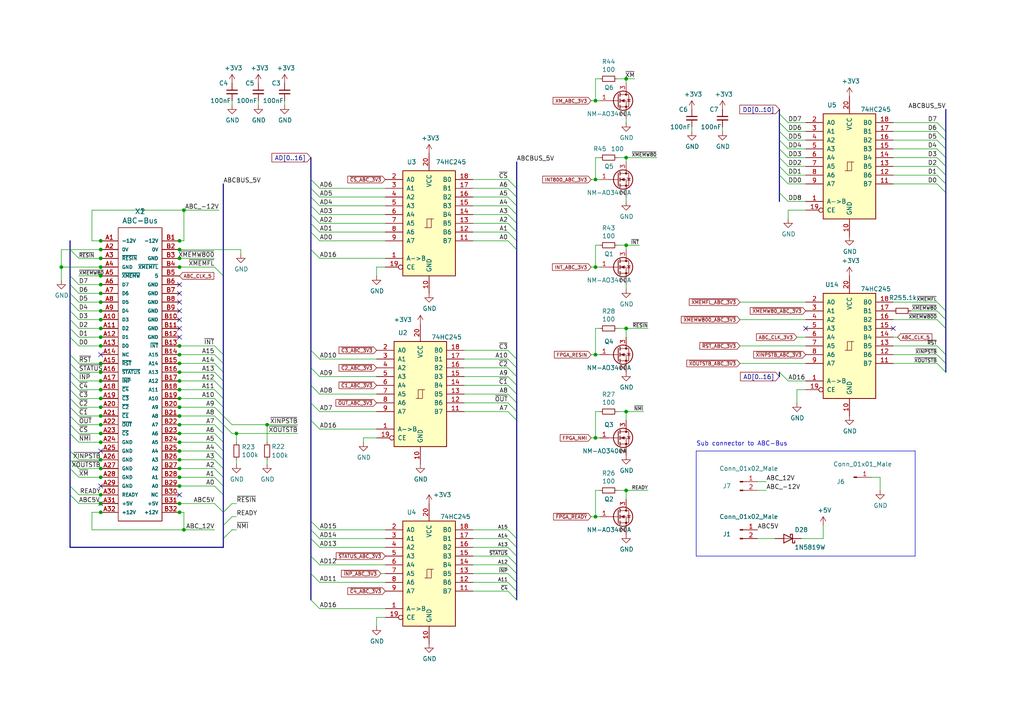
<source format=kicad_sch>
(kicad_sch (version 20230121) (generator eeschema)

  (uuid 7d512d14-3ca4-4934-b506-eb07d268c7dc)

  (paper "A4")

  (title_block
    (title "MAX80")
    (date "2021-11-07")
    (rev "0.02")
    (company "Peter o Per")
  )

  

  (junction (at 52.07 115.57) (diameter 0) (color 0 0 0 0)
    (uuid 06cccf2c-d0d0-41ad-bc61-a0c3e7cbae93)
  )
  (junction (at 29.21 87.63) (diameter 0) (color 0 0 0 0)
    (uuid 07e949c9-5dcb-46f5-aaf7-f5997cc8a90a)
  )
  (junction (at 29.21 74.93) (diameter 0) (color 0 0 0 0)
    (uuid 0bc86cc1-c86c-41e0-9315-281c18af05f0)
  )
  (junction (at 29.21 105.41) (diameter 0) (color 0 0 0 0)
    (uuid 0ea296d6-5875-4618-860c-bfe68796f5b4)
  )
  (junction (at 77.47 123.19) (diameter 0) (color 0 0 0 0)
    (uuid 12d443ad-5d40-4934-b2b7-007530e8bfde)
  )
  (junction (at 181.61 22.86) (diameter 0) (color 0 0 0 0)
    (uuid 159574a9-ecec-48bb-adb0-3dc9e65d4e79)
  )
  (junction (at 29.21 85.09) (diameter 0) (color 0 0 0 0)
    (uuid 1838018b-76e2-46c4-810f-488a77452c50)
  )
  (junction (at 68.58 125.73) (diameter 0) (color 0 0 0 0)
    (uuid 1b0f55f9-5fa5-489c-9db2-e63c29ecdd31)
  )
  (junction (at 52.07 102.87) (diameter 0) (color 0 0 0 0)
    (uuid 1d7026ad-e7ce-455a-bbec-9db9975b9151)
  )
  (junction (at 181.61 45.72) (diameter 0) (color 0 0 0 0)
    (uuid 24edf58e-a5f8-4553-99c5-1a11459c3da5)
  )
  (junction (at 29.21 123.19) (diameter 0) (color 0 0 0 0)
    (uuid 263e9b7e-c3cd-4442-851e-d2b54de99d8e)
  )
  (junction (at 29.21 82.55) (diameter 0) (color 0 0 0 0)
    (uuid 283f6910-e54a-4bc1-a20d-86715c3ab323)
  )
  (junction (at 52.07 120.65) (diameter 0) (color 0 0 0 0)
    (uuid 292ce6ba-0c6b-4913-be49-83f41145002d)
  )
  (junction (at 52.07 125.73) (diameter 0) (color 0 0 0 0)
    (uuid 2d7fbff7-ad9e-4962-b4e0-56a226f3dd6a)
  )
  (junction (at 29.21 72.39) (diameter 0) (color 0 0 0 0)
    (uuid 36cd765a-f621-46fc-9b88-d90e333169eb)
  )
  (junction (at 52.07 77.47) (diameter 0) (color 0 0 0 0)
    (uuid 39ac7e3c-47f1-43e5-b70d-8dfebc468916)
  )
  (junction (at 29.21 100.33) (diameter 0) (color 0 0 0 0)
    (uuid 43b4c41e-2f8b-4ca3-9572-a148323b8957)
  )
  (junction (at 52.07 133.35) (diameter 0) (color 0 0 0 0)
    (uuid 43ca08d4-846a-41b1-a610-aa6c41c9f133)
  )
  (junction (at 181.61 71.12) (diameter 0) (color 0 0 0 0)
    (uuid 4fbf7295-52ca-4bf6-b81b-f54f8903681f)
  )
  (junction (at 29.21 113.03) (diameter 0) (color 0 0 0 0)
    (uuid 50804f87-f832-4c63-a5a7-b7f94bf6665d)
  )
  (junction (at 52.07 140.97) (diameter 0) (color 0 0 0 0)
    (uuid 50e6b88c-1bd3-4928-86fd-758de4de04a3)
  )
  (junction (at 52.07 72.39) (diameter 0) (color 0 0 0 0)
    (uuid 51ce9675-eb70-4a97-98fd-269bf17eea73)
  )
  (junction (at 52.07 148.59) (diameter 0) (color 0 0 0 0)
    (uuid 526a7a5e-afe2-4029-a038-8c14d846f3f2)
  )
  (junction (at 29.21 69.85) (diameter 0) (color 0 0 0 0)
    (uuid 557efbe0-59d9-4c3b-875e-681f1d0eabac)
  )
  (junction (at 52.07 135.89) (diameter 0) (color 0 0 0 0)
    (uuid 56f922ba-5e6c-4b39-98b8-ceef758779a3)
  )
  (junction (at 52.07 107.95) (diameter 0) (color 0 0 0 0)
    (uuid 58a29587-ce99-4765-b407-30c1ea49813b)
  )
  (junction (at 52.07 69.85) (diameter 0) (color 0 0 0 0)
    (uuid 5eb244d0-032b-4a57-a147-44faacc0e313)
  )
  (junction (at 29.21 148.59) (diameter 0) (color 0 0 0 0)
    (uuid 5ee2adf0-1a71-404c-91ed-e0ee9563acff)
  )
  (junction (at 52.07 123.19) (diameter 0) (color 0 0 0 0)
    (uuid 6ef5f8e0-5c2d-4349-9162-179c7c438d89)
  )
  (junction (at 172.72 127) (diameter 0) (color 0 0 0 0)
    (uuid 6f9df934-4054-4d8a-b681-1657a9279a59)
  )
  (junction (at 29.21 95.25) (diameter 0) (color 0 0 0 0)
    (uuid 721eced1-7601-448b-b032-57ae840a5bc6)
  )
  (junction (at 52.07 110.49) (diameter 0) (color 0 0 0 0)
    (uuid 73ede880-e7f5-4d7b-b9cb-33e82f1b044f)
  )
  (junction (at 29.21 133.35) (diameter 0) (color 0 0 0 0)
    (uuid 75f01a69-5b72-43de-ae85-3f0e1d096e8d)
  )
  (junction (at 29.21 120.65) (diameter 0) (color 0 0 0 0)
    (uuid 79a5a253-5ade-4145-9002-16ea61146340)
  )
  (junction (at 53.34 153.67) (diameter 0) (color 0 0 0 0)
    (uuid 80bbd906-780d-49d4-9591-df6c1a36ee85)
  )
  (junction (at 181.61 119.38) (diameter 0) (color 0 0 0 0)
    (uuid 85e63610-ac9f-46a7-bbdc-5b101fccdd1d)
  )
  (junction (at 29.21 97.79) (diameter 0) (color 0 0 0 0)
    (uuid 86bb7e54-f037-47a0-b596-e108d6b4f269)
  )
  (junction (at 52.07 138.43) (diameter 0) (color 0 0 0 0)
    (uuid 908ce94b-b837-4c84-b759-ec4fbb006eea)
  )
  (junction (at 29.21 125.73) (diameter 0) (color 0 0 0 0)
    (uuid 95ef25aa-dac6-44d9-90a0-efd49308b704)
  )
  (junction (at 17.78 77.47) (diameter 0) (color 0 0 0 0)
    (uuid 9f9c31ca-425c-43ab-adfe-2e1ae4fe8686)
  )
  (junction (at 172.72 77.47) (diameter 0) (color 0 0 0 0)
    (uuid a1a89e2c-c297-4307-a1ff-efd1e2a95a5d)
  )
  (junction (at 52.07 128.27) (diameter 0) (color 0 0 0 0)
    (uuid a8cefac6-64e1-41d0-bc58-04e647fd0fde)
  )
  (junction (at 172.72 149.86) (diameter 0) (color 0 0 0 0)
    (uuid ae39d000-e1da-4f40-b995-9482be0f1de9)
  )
  (junction (at 52.07 113.03) (diameter 0) (color 0 0 0 0)
    (uuid aeeba41f-21f1-411c-816e-2bda876a1c79)
  )
  (junction (at 52.07 146.05) (diameter 0) (color 0 0 0 0)
    (uuid b0bd4229-67bb-4dc7-9d0c-fc6ab8405f53)
  )
  (junction (at 29.21 128.27) (diameter 0) (color 0 0 0 0)
    (uuid b29a0e42-fd5a-49a8-8a01-edc4123e673b)
  )
  (junction (at 53.34 60.96) (diameter 0) (color 0 0 0 0)
    (uuid b73bc21e-e4fc-434c-9782-67f831579d00)
  )
  (junction (at 29.21 135.89) (diameter 0) (color 0 0 0 0)
    (uuid b8dbe2de-283b-405e-95ac-e8f8950e16ea)
  )
  (junction (at 29.21 92.71) (diameter 0) (color 0 0 0 0)
    (uuid bb30a1ab-4552-453e-850d-50bc465e6071)
  )
  (junction (at 29.21 118.11) (diameter 0) (color 0 0 0 0)
    (uuid bc96b171-0e5f-4f36-b582-eb709cbba257)
  )
  (junction (at 52.07 105.41) (diameter 0) (color 0 0 0 0)
    (uuid c1e78faf-25fc-46b6-b4c5-f5cb445c8db9)
  )
  (junction (at 172.72 29.21) (diameter 0) (color 0 0 0 0)
    (uuid c221eefe-1cf5-48d5-b941-f08de75c2fe3)
  )
  (junction (at 52.07 130.81) (diameter 0) (color 0 0 0 0)
    (uuid c933003a-40a8-41cc-a69c-ec19f80cd86d)
  )
  (junction (at 29.21 110.49) (diameter 0) (color 0 0 0 0)
    (uuid cb61a608-4d4c-465e-98f1-04dc591a70ac)
  )
  (junction (at 52.07 74.93) (diameter 0) (color 0 0 0 0)
    (uuid cd48f1a3-c9ad-4bac-abff-bd98a26719eb)
  )
  (junction (at 172.72 52.07) (diameter 0) (color 0 0 0 0)
    (uuid cf4ac78b-a9ac-469c-829f-72c6f81e6f21)
  )
  (junction (at 181.61 142.24) (diameter 0) (color 0 0 0 0)
    (uuid d3006e26-11be-4e7f-bb12-87a5d58c58e2)
  )
  (junction (at 29.21 107.95) (diameter 0) (color 0 0 0 0)
    (uuid d3bd2f73-786f-472c-89b7-10fd054df22c)
  )
  (junction (at 29.21 143.51) (diameter 0) (color 0 0 0 0)
    (uuid d547ab08-9a5d-4bc3-bdc6-eb70399817c6)
  )
  (junction (at 181.61 95.25) (diameter 0) (color 0 0 0 0)
    (uuid d98d557d-4f4f-49b3-9745-359bb04d0ef7)
  )
  (junction (at 52.07 118.11) (diameter 0) (color 0 0 0 0)
    (uuid d9b1315d-9c8a-4956-90df-e5669cf68010)
  )
  (junction (at 52.07 100.33) (diameter 0) (color 0 0 0 0)
    (uuid dbc0323b-700b-465c-8416-a9e9aea1c906)
  )
  (junction (at 29.21 115.57) (diameter 0) (color 0 0 0 0)
    (uuid dd9691e0-5bea-4f21-9741-4d29638cd32d)
  )
  (junction (at 29.21 138.43) (diameter 0) (color 0 0 0 0)
    (uuid e226f21d-d833-4b38-a2cd-20826072ac2f)
  )
  (junction (at 29.21 80.01) (diameter 0) (color 0 0 0 0)
    (uuid e76ed5b3-3300-4086-a950-0e5fe7abe0d2)
  )
  (junction (at 29.21 77.47) (diameter 0) (color 0 0 0 0)
    (uuid ec94d7fb-8ff3-47fc-9bcb-6ab1990a40ec)
  )
  (junction (at 29.21 90.17) (diameter 0) (color 0 0 0 0)
    (uuid fa7a6ff2-91e8-47a3-8788-97a1388c06f6)
  )
  (junction (at 172.72 102.87) (diameter 0) (color 0 0 0 0)
    (uuid fc98aaf7-0aba-4c7e-a96d-56e31c31a588)
  )
  (junction (at 29.21 146.05) (diameter 0) (color 0 0 0 0)
    (uuid fd7e3921-456d-4e00-b0f0-baf8980505ac)
  )

  (no_connect (at 52.07 87.63) (uuid 07b7ccce-8895-49f2-b220-e85ac43040b1))
  (no_connect (at 233.68 95.25) (uuid 0afa5357-c57e-42cd-b476-72d99f39fe9f))
  (no_connect (at 52.07 82.55) (uuid 3a013e8f-5b12-499b-8d2d-0ad49966db1a))
  (no_connect (at 52.07 90.17) (uuid 502090da-c5a3-4316-9f8a-2de92274b2b8))
  (no_connect (at 29.21 140.97) (uuid 58b75830-9e39-45c9-8547-367ebee8a907))
  (no_connect (at 52.07 97.79) (uuid 65d50500-96c3-4685-9691-5f83fde7ff57))
  (no_connect (at 52.07 85.09) (uuid 7b32ef33-8c7b-417f-9260-1a8773398f8f))
  (no_connect (at 52.07 92.71) (uuid 8fac398c-22c9-4741-a001-aab7ea92da04))
  (no_connect (at 52.07 95.25) (uuid bcd9d733-3cca-4780-8540-cda4d5f83456))
  (no_connect (at 29.21 146.05) (uuid becc5b0d-0352-4ad7-ac5e-da033ca0b239))
  (no_connect (at 29.21 102.87) (uuid cba11463-444d-4fb1-9f76-b3065c51a98b))
  (no_connect (at 52.07 143.51) (uuid d8e238b6-5437-4b14-9ba7-0337f0b828ab))
  (no_connect (at 29.21 130.81) (uuid e6a27cb0-d090-4b8c-9a7b-e787b9ea11b6))
  (no_connect (at 259.08 95.25) (uuid f8deac2f-522c-4605-b44f-70351a68e5b0))

  (bus_entry (at 90.17 54.61) (size 2.54 2.54)
    (stroke (width 0) (type default))
    (uuid 019b9904-3bfd-4fd4-9d41-96b38c16849e)
  )
  (bus_entry (at 226.06 38.1) (size 2.54 2.54)
    (stroke (width 0) (type default))
    (uuid 0fc92961-6e51-49df-b0eb-dd1791483003)
  )
  (bus_entry (at 147.32 104.14) (size 2.54 2.54)
    (stroke (width 0) (type default))
    (uuid 106f01f3-bf47-4150-bb7b-1a3318a6eb3d)
  )
  (bus_entry (at 147.32 109.22) (size 2.54 2.54)
    (stroke (width 0) (type default))
    (uuid 10ddf54c-6d59-4755-8fb8-43466141a83a)
  )
  (bus_entry (at 226.06 35.56) (size 2.54 2.54)
    (stroke (width 0) (type default))
    (uuid 13126287-e9cb-4238-b299-7176f08d4c96)
  )
  (bus_entry (at 62.23 107.95) (size 2.54 2.54)
    (stroke (width 0) (type default))
    (uuid 1fbda89d-82ba-4f0a-b113-988f269883dc)
  )
  (bus_entry (at 20.32 110.49) (size 2.54 2.54)
    (stroke (width 0) (type default))
    (uuid 20d6997e-64c7-454b-9573-baf26e1ad11b)
  )
  (bus_entry (at 147.32 59.69) (size 2.54 2.54)
    (stroke (width 0) (type default))
    (uuid 22abab2e-9885-4da7-9852-348f356dd096)
  )
  (bus_entry (at 271.78 50.8) (size 2.54 2.54)
    (stroke (width 0) (type default))
    (uuid 23f1f71f-cee3-412e-8e0b-8dacdc450a11)
  )
  (bus_entry (at 20.32 113.03) (size 2.54 2.54)
    (stroke (width 0) (type default))
    (uuid 240fde71-00e0-458d-bf75-b4d973cb180b)
  )
  (bus_entry (at 20.32 82.55) (size 2.54 2.54)
    (stroke (width 0) (type default))
    (uuid 2415334a-b998-4d19-a8b5-e60e8af2aff4)
  )
  (bus_entry (at 271.78 87.63) (size 2.54 2.54)
    (stroke (width 0) (type default))
    (uuid 25dcf1b7-43fe-4f66-9cb1-3580284f763b)
  )
  (bus_entry (at 147.32 116.84) (size 2.54 2.54)
    (stroke (width 0) (type default))
    (uuid 26769327-3160-41f1-82e7-11d5d542abde)
  )
  (bus_entry (at 62.23 113.03) (size 2.54 2.54)
    (stroke (width 0) (type default))
    (uuid 27b5a6bb-bf08-4e16-abae-290afd548f36)
  )
  (bus_entry (at 226.06 48.26) (size 2.54 2.54)
    (stroke (width 0) (type default))
    (uuid 2a9ff3d1-92b0-4583-8230-9357a432a3ac)
  )
  (bus_entry (at 90.17 173.99) (size 2.54 2.54)
    (stroke (width 0) (type default))
    (uuid 2cad3fe2-0f3b-467e-9c49-f271aa1ec49b)
  )
  (bus_entry (at 62.23 118.11) (size 2.54 2.54)
    (stroke (width 0) (type default))
    (uuid 2fa17bd4-23af-495d-84c8-95f8b6beb5a8)
  )
  (bus_entry (at 149.86 161.29) (size -2.54 -2.54)
    (stroke (width 0) (type default))
    (uuid 301727b6-248b-4eb4-8c37-cb369ee1a241)
  )
  (bus_entry (at 149.86 168.91) (size -2.54 -2.54)
    (stroke (width 0) (type default))
    (uuid 303c400a-1ac8-4f8f-ae11-254f46fa0fb3)
  )
  (bus_entry (at 62.23 135.89) (size 2.54 2.54)
    (stroke (width 0) (type default))
    (uuid 325006ce-4c23-4f07-9871-dc0cd047f7fd)
  )
  (bus_entry (at 20.32 87.63) (size 2.54 2.54)
    (stroke (width 0) (type default))
    (uuid 345a9ac1-be31-400b-9c5d-4af388112d4b)
  )
  (bus_entry (at 226.06 40.64) (size 2.54 2.54)
    (stroke (width 0) (type default))
    (uuid 345b5742-5f5b-4133-bd63-f955ca19a62c)
  )
  (bus_entry (at 90.17 72.39) (size 2.54 2.54)
    (stroke (width 0) (type default))
    (uuid 361dcb36-1f5d-45a8-a966-bd2a77e39204)
  )
  (bus_entry (at 149.86 166.37) (size -2.54 -2.54)
    (stroke (width 0) (type default))
    (uuid 3661902e-90e5-456c-bea6-67cccf66598c)
  )
  (bus_entry (at 90.17 52.07) (size 2.54 2.54)
    (stroke (width 0) (type default))
    (uuid 37b282c6-a944-47fd-a51e-f59b7e5f431e)
  )
  (bus_entry (at 90.17 166.37) (size 2.54 2.54)
    (stroke (width 0) (type default))
    (uuid 3c847883-a462-4ea9-9466-d1dd1edc5a97)
  )
  (bus_entry (at 20.32 140.97) (size 2.54 2.54)
    (stroke (width 0) (type default))
    (uuid 3d927ca0-f4ad-42ab-b902-dfef8d84eebb)
  )
  (bus_entry (at 62.23 105.41) (size 2.54 2.54)
    (stroke (width 0) (type default))
    (uuid 3fc3a397-ec3a-4314-aa6a-44925ef4cbbe)
  )
  (bus_entry (at 90.17 153.67) (size 2.54 2.54)
    (stroke (width 0) (type default))
    (uuid 43cc948b-7aa9-4530-a448-911bd0e35fae)
  )
  (bus_entry (at 90.17 161.29) (size 2.54 2.54)
    (stroke (width 0) (type default))
    (uuid 449c1c23-1f0d-4ed5-b566-2c18ec95c2a3)
  )
  (bus_entry (at 62.23 77.47) (size 2.54 2.54)
    (stroke (width 0) (type default))
    (uuid 4736f749-4a0e-4a05-b1aa-d51f1c3fc23d)
  )
  (bus_entry (at 90.17 59.69) (size 2.54 2.54)
    (stroke (width 0) (type default))
    (uuid 4829bee0-faa8-43f7-b2d7-8a6e5d1b3050)
  )
  (bus_entry (at 20.32 102.87) (size 2.54 2.54)
    (stroke (width 0) (type default))
    (uuid 4b1dbc88-c8c5-476c-80ac-830e56684be9)
  )
  (bus_entry (at 20.32 115.57) (size 2.54 2.54)
    (stroke (width 0) (type default))
    (uuid 511ddebd-9f54-463b-bc54-5ebdd708d33d)
  )
  (bus_entry (at 147.32 111.76) (size 2.54 2.54)
    (stroke (width 0) (type default))
    (uuid 537c2196-fe60-48a5-847c-84653e479b38)
  )
  (bus_entry (at 271.78 53.34) (size 2.54 2.54)
    (stroke (width 0) (type default))
    (uuid 57e128ae-5e07-4818-9f5a-1cee0e65c680)
  )
  (bus_entry (at 147.32 67.31) (size 2.54 2.54)
    (stroke (width 0) (type default))
    (uuid 58a22765-7f2e-4f66-9ea8-f56fcca75dda)
  )
  (bus_entry (at 226.06 107.95) (size 2.54 2.54)
    (stroke (width 0) (type default))
    (uuid 58eb1f49-1e5e-4c0c-97da-fb971f13fe25)
  )
  (bus_entry (at 271.78 92.71) (size 2.54 2.54)
    (stroke (width 0) (type default))
    (uuid 5aec5c76-9c76-4aad-b7fa-9f497abad71a)
  )
  (bus_entry (at 149.86 158.75) (size -2.54 -2.54)
    (stroke (width 0) (type default))
    (uuid 5b6a8d92-8f02-4344-a7df-ac07f7a6431e)
  )
  (bus_entry (at 62.23 146.05) (size 2.54 2.54)
    (stroke (width 0) (type default))
    (uuid 5cfe5589-d53d-4797-82e8-c31b86c5fbb8)
  )
  (bus_entry (at 226.06 50.8) (size 2.54 2.54)
    (stroke (width 0) (type default))
    (uuid 5f883bdf-20bc-42c6-8194-9d44dfe04af6)
  )
  (bus_entry (at 90.17 111.76) (size 2.54 2.54)
    (stroke (width 0) (type default))
    (uuid 5f88a249-af85-4825-b9e1-a3ec67ffc637)
  )
  (bus_entry (at 62.23 133.35) (size 2.54 2.54)
    (stroke (width 0) (type default))
    (uuid 74796a55-82bc-4f74-9e9c-c7cb232069e3)
  )
  (bus_entry (at 20.32 125.73) (size 2.54 2.54)
    (stroke (width 0) (type default))
    (uuid 753c83e3-0e5d-49a7-99fa-14d791ee9328)
  )
  (bus_entry (at 20.32 120.65) (size 2.54 2.54)
    (stroke (width 0) (type default))
    (uuid 764ce9a2-c363-448f-a68c-a7dbf5cd80c1)
  )
  (bus_entry (at 62.23 120.65) (size 2.54 2.54)
    (stroke (width 0) (type default))
    (uuid 76d9276c-0bff-44cf-81b5-cc0de1c97f12)
  )
  (bus_entry (at 90.17 62.23) (size 2.54 2.54)
    (stroke (width 0) (type default))
    (uuid 77b09fa1-fbbb-49ab-94c4-069660b694ff)
  )
  (bus_entry (at 62.23 102.87) (size 2.54 2.54)
    (stroke (width 0) (type default))
    (uuid 782b86fa-ef9f-4c16-a991-b44a80f0f0c3)
  )
  (bus_entry (at 90.17 116.84) (size 2.54 2.54)
    (stroke (width 0) (type default))
    (uuid 78fa7842-f3c6-48db-8c77-7797633506e5)
  )
  (bus_entry (at 147.32 106.68) (size 2.54 2.54)
    (stroke (width 0) (type default))
    (uuid 7eebb937-5634-42da-bd7e-2e0260369d0e)
  )
  (bus_entry (at 64.77 120.65) (size 2.54 2.54)
    (stroke (width 0) (type default))
    (uuid 7f3472d8-b33a-40c5-a248-c96394fd69de)
  )
  (bus_entry (at 149.86 156.21) (size -2.54 -2.54)
    (stroke (width 0) (type default))
    (uuid 81d7db25-c179-4d9d-b74b-6c074422c80f)
  )
  (bus_entry (at 20.32 90.17) (size 2.54 2.54)
    (stroke (width 0) (type default))
    (uuid 835ada2e-dc88-46f5-b472-12f6a1e8c9f4)
  )
  (bus_entry (at 271.78 48.26) (size 2.54 2.54)
    (stroke (width 0) (type default))
    (uuid 83fee08f-7316-4ff9-a4fd-e9a9372f4d8f)
  )
  (bus_entry (at 20.32 123.19) (size 2.54 2.54)
    (stroke (width 0) (type default))
    (uuid 8847e751-6992-4f80-92c5-c3bef4b5dbf6)
  )
  (bus_entry (at 20.32 80.01) (size 2.54 2.54)
    (stroke (width 0) (type default))
    (uuid 88ec470b-1595-4040-bc2a-91476c84ca2e)
  )
  (bus_entry (at 90.17 64.77) (size 2.54 2.54)
    (stroke (width 0) (type default))
    (uuid 899f373a-cf16-4f13-9d21-dfc8f80ca371)
  )
  (bus_entry (at 62.23 110.49) (size 2.54 2.54)
    (stroke (width 0) (type default))
    (uuid 90dda447-2750-402e-9a9e-df264b0c0bc9)
  )
  (bus_entry (at 271.78 40.64) (size 2.54 2.54)
    (stroke (width 0) (type default))
    (uuid 9256f7aa-4f1a-4001-bdef-7fbb32e451e0)
  )
  (bus_entry (at 20.32 85.09) (size 2.54 2.54)
    (stroke (width 0) (type default))
    (uuid 9421d8ab-ec24-4783-b746-a12fbd00100e)
  )
  (bus_entry (at 90.17 67.31) (size 2.54 2.54)
    (stroke (width 0) (type default))
    (uuid 94d07718-2fcc-40a0-ad0e-c4bb67bc804a)
  )
  (bus_entry (at 271.78 43.18) (size 2.54 2.54)
    (stroke (width 0) (type default))
    (uuid 94e689a1-e70f-45cb-8a5b-dc77827f725b)
  )
  (bus_entry (at 62.23 115.57) (size 2.54 2.54)
    (stroke (width 0) (type default))
    (uuid 961e37cd-505c-40aa-baef-0a680d665d8f)
  )
  (bus_entry (at 62.23 138.43) (size 2.54 2.54)
    (stroke (width 0) (type default))
    (uuid 96930a67-6215-4f2b-a9cc-16f78c9fd164)
  )
  (bus_entry (at 147.32 57.15) (size 2.54 2.54)
    (stroke (width 0) (type default))
    (uuid 99a76074-fcd3-4150-83c8-79f76bdad1c5)
  )
  (bus_entry (at 147.32 114.3) (size 2.54 2.54)
    (stroke (width 0) (type default))
    (uuid 9a17b82f-671a-43cc-889d-8f643334e78c)
  )
  (bus_entry (at 20.32 105.41) (size 2.54 2.54)
    (stroke (width 0) (type default))
    (uuid 9a7ade3c-a81d-4038-a57c-b220b9c3cd90)
  )
  (bus_entry (at 90.17 151.13) (size 2.54 2.54)
    (stroke (width 0) (type default))
    (uuid 9b11964f-5943-49c9-bbf0-08d035779463)
  )
  (bus_entry (at 226.06 43.18) (size 2.54 2.54)
    (stroke (width 0) (type default))
    (uuid 9f5a0760-2470-4cfd-9545-71255379b79a)
  )
  (bus_entry (at 226.06 45.72) (size 2.54 2.54)
    (stroke (width 0) (type default))
    (uuid a0d41751-5d18-4c9f-b863-fe47b2319611)
  )
  (bus_entry (at 271.78 105.41) (size 2.54 2.54)
    (stroke (width 0) (type default))
    (uuid a2b398e0-0116-42e4-b9c2-9636582e46d5)
  )
  (bus_entry (at 90.17 156.21) (size 2.54 2.54)
    (stroke (width 0) (type default))
    (uuid a43501fb-72a9-4536-bb81-9f53755e8169)
  )
  (bus_entry (at 20.32 133.35) (size 2.54 2.54)
    (stroke (width 0) (type default))
    (uuid a43ae97f-ff8c-43dd-8d6d-82a22f1be9b5)
  )
  (bus_entry (at 20.32 72.39) (size 2.54 2.54)
    (stroke (width 0) (type default))
    (uuid a5e5a32b-d259-4833-9676-56ada82e83c2)
  )
  (bus_entry (at 90.17 121.92) (size 2.54 2.54)
    (stroke (width 0) (type default))
    (uuid a76c0baf-6e69-4f8d-a142-018c46047833)
  )
  (bus_entry (at 20.32 118.11) (size 2.54 2.54)
    (stroke (width 0) (type default))
    (uuid adfaccc9-bb80-495a-9038-d58935037d76)
  )
  (bus_entry (at 149.86 173.99) (size -2.54 -2.54)
    (stroke (width 0) (type default))
    (uuid ae3c331f-8808-430e-931c-7d9b2cc37f5b)
  )
  (bus_entry (at 62.23 140.97) (size 2.54 2.54)
    (stroke (width 0) (type default))
    (uuid b08a146a-6e43-46ac-8c31-9d5442623eb3)
  )
  (bus_entry (at 62.23 125.73) (size 2.54 2.54)
    (stroke (width 0) (type default))
    (uuid b6fc4182-53d3-44c8-80e1-53918daa9139)
  )
  (bus_entry (at 147.32 52.07) (size 2.54 2.54)
    (stroke (width 0) (type default))
    (uuid b748f219-0f44-41d7-bcf2-9a96e7f8b594)
  )
  (bus_entry (at 147.32 69.85) (size 2.54 2.54)
    (stroke (width 0) (type default))
    (uuid b9e0ba15-f372-4a9e-a627-d594778258ac)
  )
  (bus_entry (at 226.06 55.88) (size 2.54 2.54)
    (stroke (width 0) (type default))
    (uuid bdf9dfdb-3e3e-46cc-8bb8-4372561c164b)
  )
  (bus_entry (at 271.78 45.72) (size 2.54 2.54)
    (stroke (width 0) (type default))
    (uuid be0c7a50-2d41-4fd6-8c28-37a4cf00d900)
  )
  (bus_entry (at 20.32 95.25) (size 2.54 2.54)
    (stroke (width 0) (type default))
    (uuid c60ba6ae-e013-424d-bb59-f3de27f735b1)
  )
  (bus_entry (at 20.32 92.71) (size 2.54 2.54)
    (stroke (width 0) (type default))
    (uuid c7a7077f-9289-4bb4-8f3b-a449cb499057)
  )
  (bus_entry (at 147.32 64.77) (size 2.54 2.54)
    (stroke (width 0) (type default))
    (uuid cc016ca4-b9a4-4d80-91ba-91d6e0df5bcc)
  )
  (bus_entry (at 62.23 130.81) (size 2.54 2.54)
    (stroke (width 0) (type default))
    (uuid cf672f56-2d68-4c6c-a783-23e23c937b72)
  )
  (bus_entry (at 90.17 106.68) (size 2.54 2.54)
    (stroke (width 0) (type default))
    (uuid cfdd684c-0d04-48e4-a62a-4b899d9ad32f)
  )
  (bus_entry (at 226.06 33.02) (size 2.54 2.54)
    (stroke (width 0) (type default))
    (uuid d1ea7795-8403-4edb-b959-1b29f77ed16f)
  )
  (bus_entry (at 271.78 90.17) (size 2.54 2.54)
    (stroke (width 0) (type default))
    (uuid d1f5dbe4-d66e-4e26-be2b-62f3bc80c54d)
  )
  (bus_entry (at 271.78 35.56) (size 2.54 2.54)
    (stroke (width 0) (type default))
    (uuid d28c26df-aeff-4f6a-a1dc-f734efaf55cb)
  )
  (bus_entry (at 20.32 107.95) (size 2.54 2.54)
    (stroke (width 0) (type default))
    (uuid d2d83bcc-f2f8-4838-be35-0f2248bff3b6)
  )
  (bus_entry (at 90.17 57.15) (size 2.54 2.54)
    (stroke (width 0) (type default))
    (uuid d6570804-0f13-4bd8-a39e-13afafdb752a)
  )
  (bus_entry (at 20.32 143.51) (size 2.54 2.54)
    (stroke (width 0) (type default))
    (uuid d92cfbfa-da4b-4f63-8ad6-7bb6977d4f44)
  )
  (bus_entry (at 64.77 123.19) (size 2.54 2.54)
    (stroke (width 0) (type default))
    (uuid dba4ad5b-8704-4fc8-9247-b9c4709cf1cf)
  )
  (bus_entry (at 20.32 135.89) (size 2.54 2.54)
    (stroke (width 0) (type default))
    (uuid dbe6edc1-ee1c-41ad-b94e-6a468b80b874)
  )
  (bus_entry (at 147.32 54.61) (size 2.54 2.54)
    (stroke (width 0) (type default))
    (uuid dcff1695-539e-442e-afee-9485378ce13a)
  )
  (bus_entry (at 62.23 100.33) (size 2.54 2.54)
    (stroke (width 0) (type default))
    (uuid ddcf9a83-0126-4df6-88fa-3363d508d3a6)
  )
  (bus_entry (at 147.32 62.23) (size 2.54 2.54)
    (stroke (width 0) (type default))
    (uuid dea160a0-c7eb-439d-aa99-b60757115fc7)
  )
  (bus_entry (at 62.23 123.19) (size 2.54 2.54)
    (stroke (width 0) (type default))
    (uuid e03d7bc9-2bd0-42b5-96ba-4ca164fb4c50)
  )
  (bus_entry (at 64.77 156.21) (size 2.54 -2.54)
    (stroke (width 0) (type default))
    (uuid e04409c2-b3ba-460e-bddc-62e0044901c2)
  )
  (bus_entry (at 64.77 152.4) (size 2.54 -2.54)
    (stroke (width 0) (type default))
    (uuid e42b8b80-020c-4fee-b000-fd91abf3966d)
  )
  (bus_entry (at 20.32 130.81) (size 2.54 2.54)
    (stroke (width 0) (type default))
    (uuid e671ffe9-4ebb-42bd-be8d-cda9a798e138)
  )
  (bus_entry (at 90.17 101.6) (size 2.54 2.54)
    (stroke (width 0) (type default))
    (uuid e6eb6955-2cd6-4a24-9d4c-bf3c42dcce77)
  )
  (bus_entry (at 62.23 128.27) (size 2.54 2.54)
    (stroke (width 0) (type default))
    (uuid e721274f-b458-4ab5-8d4d-44bffaffa7c9)
  )
  (bus_entry (at 147.32 101.6) (size 2.54 2.54)
    (stroke (width 0) (type default))
    (uuid e9862dd4-26d2-4ddd-91fc-972d848045f5)
  )
  (bus_entry (at 271.78 38.1) (size 2.54 2.54)
    (stroke (width 0) (type default))
    (uuid eb5c3818-51cd-4092-a6a2-1d306912382e)
  )
  (bus_entry (at 147.32 119.38) (size 2.54 2.54)
    (stroke (width 0) (type default))
    (uuid ed265626-f6f5-4029-beb9-f6ad275e86b5)
  )
  (bus_entry (at 64.77 148.59) (size 2.54 -2.54)
    (stroke (width 0) (type default))
    (uuid ed74c2b7-a3ac-4886-84f5-377b5e1bbbfc)
  )
  (bus_entry (at 271.78 100.33) (size 2.54 2.54)
    (stroke (width 0) (type default))
    (uuid f36426ed-7479-4f20-ba5d-0f7f3108a945)
  )
  (bus_entry (at 20.32 97.79) (size 2.54 2.54)
    (stroke (width 0) (type default))
    (uuid f587f477-194d-41ae-8a6d-91fbd85f9d3f)
  )
  (bus_entry (at 149.86 163.83) (size -2.54 -2.54)
    (stroke (width 0) (type default))
    (uuid f5ee5341-69c8-428a-a259-66f576fa2d08)
  )
  (bus_entry (at 271.78 102.87) (size 2.54 2.54)
    (stroke (width 0) (type default))
    (uuid fb66491d-bc49-47b5-a124-d31f60ba1b6d)
  )
  (bus_entry (at 149.86 171.45) (size -2.54 -2.54)
    (stroke (width 0) (type default))
    (uuid fc5e93f7-8264-46ce-a278-5944e151e5a7)
  )

  (bus (pts (xy 149.86 106.68) (xy 149.86 109.22))
    (stroke (width 0) (type default))
    (uuid 00c55c1c-0cba-4f17-bcf3-9b5b05423d3b)
  )

  (wire (pts (xy 147.32 52.07) (xy 137.16 52.07))
    (stroke (width 0) (type default))
    (uuid 00d22a94-4415-4f7c-bba5-9ac8913c5f96)
  )
  (bus (pts (xy 226.06 33.02) (xy 226.06 35.56))
    (stroke (width 0) (type default))
    (uuid 01960b21-575a-4d3d-b069-91e54760a01e)
  )

  (wire (pts (xy 53.34 60.96) (xy 63.5 60.96))
    (stroke (width 0) (type default))
    (uuid 0270c5c4-c68e-47b7-a6f1-50651981be2d)
  )
  (wire (pts (xy 17.78 72.39) (xy 17.78 77.47))
    (stroke (width 0) (type default))
    (uuid 044452e8-a3b4-4d08-9835-701cc0a60807)
  )
  (wire (pts (xy 22.86 82.55) (xy 29.21 82.55))
    (stroke (width 0) (type default))
    (uuid 05fda319-28dc-4877-8331-02cb10501361)
  )
  (wire (pts (xy 172.72 119.38) (xy 173.99 119.38))
    (stroke (width 0) (type default))
    (uuid 065bbab7-8db3-4432-af94-d82301097bd8)
  )
  (bus (pts (xy 274.32 105.41) (xy 274.32 107.95))
    (stroke (width 0) (type default))
    (uuid 071b894b-1c6b-479b-a0ea-39e03282b25c)
  )
  (bus (pts (xy 20.32 125.73) (xy 20.32 130.81))
    (stroke (width 0) (type default))
    (uuid 0857a56e-8d39-4447-ac0e-f99300a1e4be)
  )

  (wire (pts (xy 172.72 45.72) (xy 173.99 45.72))
    (stroke (width 0) (type default))
    (uuid 0887e962-8f08-410d-9589-9308e22a7936)
  )
  (bus (pts (xy 274.32 92.71) (xy 274.32 95.25))
    (stroke (width 0) (type default))
    (uuid 08bbe74e-336e-46fb-bf46-95e809a2c1f8)
  )

  (wire (pts (xy 20.32 72.39) (xy 29.21 72.39))
    (stroke (width 0) (type default))
    (uuid 08ccf264-3383-4f3c-893a-acd643e7c727)
  )
  (bus (pts (xy 226.06 48.26) (xy 226.06 50.8))
    (stroke (width 0) (type default))
    (uuid 08ce8577-efd1-4e27-befb-b8dbf3ece86e)
  )

  (wire (pts (xy 53.34 153.67) (xy 62.23 153.67))
    (stroke (width 0) (type default))
    (uuid 09ab9b2a-26ef-4942-ba61-f8a6673867aa)
  )
  (wire (pts (xy 259.08 48.26) (xy 271.78 48.26))
    (stroke (width 0) (type default))
    (uuid 0c83fcb5-bcc7-4f84-8394-d4fc9899e233)
  )
  (wire (pts (xy 22.86 135.89) (xy 29.21 135.89))
    (stroke (width 0) (type default))
    (uuid 0c9e7917-e0a0-46fb-b233-2640231d0e2c)
  )
  (wire (pts (xy 29.21 69.85) (xy 26.67 69.85))
    (stroke (width 0) (type default))
    (uuid 111becb9-cb80-417e-8fbe-97b6e8030333)
  )
  (wire (pts (xy 179.07 119.38) (xy 181.61 119.38))
    (stroke (width 0) (type default))
    (uuid 11ff4295-88a4-4344-8a86-eb31e1762c79)
  )
  (bus (pts (xy 64.77 123.19) (xy 64.77 125.73))
    (stroke (width 0) (type default))
    (uuid 132ee6cc-d1c6-4353-8285-1a73e85e62b9)
  )

  (wire (pts (xy 22.86 85.09) (xy 29.21 85.09))
    (stroke (width 0) (type default))
    (uuid 1330eb77-c16f-4a58-a897-f5af49736826)
  )
  (wire (pts (xy 111.76 67.31) (xy 92.71 67.31))
    (stroke (width 0) (type default))
    (uuid 142e2caa-2b2c-4696-83a8-bdbb5b82c7f7)
  )
  (bus (pts (xy 90.17 166.37) (xy 90.17 173.99))
    (stroke (width 0) (type default))
    (uuid 143f1439-c2ea-4633-a520-a38dc84d6de4)
  )
  (bus (pts (xy 149.86 104.14) (xy 149.86 106.68))
    (stroke (width 0) (type default))
    (uuid 14402da7-aa14-4f51-9c77-4cb07e5abca1)
  )

  (wire (pts (xy 77.47 123.19) (xy 77.47 128.27))
    (stroke (width 0) (type default))
    (uuid 1452f510-68cb-471e-a2d7-5f55b38265b4)
  )
  (bus (pts (xy 90.17 72.39) (xy 90.17 101.6))
    (stroke (width 0) (type default))
    (uuid 14536782-593c-4ad4-8783-d6ffcfe98424)
  )

  (wire (pts (xy 179.07 95.25) (xy 181.61 95.25))
    (stroke (width 0) (type default))
    (uuid 150efa79-228d-47e2-89bf-fd8363924d0f)
  )
  (wire (pts (xy 22.86 92.71) (xy 29.21 92.71))
    (stroke (width 0) (type default))
    (uuid 15f86f86-6612-462a-a1d2-f730a8788a9a)
  )
  (wire (pts (xy 214.63 87.63) (xy 233.68 87.63))
    (stroke (width 0) (type default))
    (uuid 160cb44e-5e81-454b-9642-f95193231b95)
  )
  (wire (pts (xy 22.86 87.63) (xy 29.21 87.63))
    (stroke (width 0) (type default))
    (uuid 163cdeae-7841-4f2c-b738-e36b081d5e19)
  )
  (wire (pts (xy 17.78 77.47) (xy 29.21 77.47))
    (stroke (width 0) (type default))
    (uuid 1675ce03-54b6-4252-90b1-150b2d4729ec)
  )
  (wire (pts (xy 92.71 114.3) (xy 109.22 114.3))
    (stroke (width 0) (type default))
    (uuid 16b71e23-859c-4e16-8af1-5d30a5c2b726)
  )
  (wire (pts (xy 68.58 133.35) (xy 68.58 134.62))
    (stroke (width 0) (type default))
    (uuid 16ea365c-d7f5-4c44-b4c6-7d8ef461a0ca)
  )
  (bus (pts (xy 20.32 90.17) (xy 20.32 92.71))
    (stroke (width 0) (type default))
    (uuid 17d5d2a7-780a-42d7-9688-e565c287f347)
  )
  (bus (pts (xy 90.17 111.76) (xy 90.17 116.84))
    (stroke (width 0) (type default))
    (uuid 18d8abaa-19c1-45ff-b0a6-4a9fbd8b1327)
  )
  (bus (pts (xy 64.77 115.57) (xy 64.77 118.11))
    (stroke (width 0) (type default))
    (uuid 1b128abf-9d8d-4499-9283-f29f38c8c0b1)
  )

  (wire (pts (xy 92.71 104.14) (xy 109.22 104.14))
    (stroke (width 0) (type default))
    (uuid 1b642110-eaa8-451d-b449-e92e71e75978)
  )
  (wire (pts (xy 181.61 95.25) (xy 187.96 95.25))
    (stroke (width 0) (type default))
    (uuid 1c10afe0-5886-4b8e-82fe-b4df69c407ee)
  )
  (wire (pts (xy 52.07 146.05) (xy 62.23 146.05))
    (stroke (width 0) (type default))
    (uuid 1cd4cd25-b3d1-4eb2-9ee3-b812e12c968e)
  )
  (wire (pts (xy 172.72 149.86) (xy 173.99 149.86))
    (stroke (width 0) (type default))
    (uuid 1d64fb24-a192-4276-96bc-30811b5dbebf)
  )
  (bus (pts (xy 226.06 45.72) (xy 226.06 48.26))
    (stroke (width 0) (type default))
    (uuid 1eae0866-fb43-460e-ba70-4206816f3ae0)
  )

  (wire (pts (xy 53.34 60.96) (xy 53.34 69.85))
    (stroke (width 0) (type default))
    (uuid 2022f2c2-2d52-4762-8871-c3aaafed73b6)
  )
  (wire (pts (xy 259.08 105.41) (xy 271.78 105.41))
    (stroke (width 0) (type default))
    (uuid 202e566d-5dd9-4e58-8d82-bf96da938851)
  )
  (wire (pts (xy 134.62 119.38) (xy 147.32 119.38))
    (stroke (width 0) (type default))
    (uuid 20fac508-78eb-4aa5-add1-1566151feb66)
  )
  (wire (pts (xy 228.6 60.96) (xy 228.6 63.5))
    (stroke (width 0) (type default))
    (uuid 21fc70bf-38cb-4f64-80c8-52f8fb5c596f)
  )
  (bus (pts (xy 274.32 43.18) (xy 274.32 45.72))
    (stroke (width 0) (type default))
    (uuid 227730e1-4daf-4051-8b85-ab4727bd16bc)
  )
  (bus (pts (xy 149.86 46.99) (xy 149.86 54.61))
    (stroke (width 0) (type default))
    (uuid 22df74e7-4d34-42bf-850f-da14c7fd1281)
  )

  (wire (pts (xy 228.6 50.8) (xy 233.68 50.8))
    (stroke (width 0) (type default))
    (uuid 22fad860-3ccd-4e16-bb76-65feba77694a)
  )
  (wire (pts (xy 67.31 153.67) (xy 68.58 153.67))
    (stroke (width 0) (type default))
    (uuid 2361ed9d-44ac-40c1-ab71-db1419d4ef87)
  )
  (wire (pts (xy 67.31 123.19) (xy 77.47 123.19))
    (stroke (width 0) (type default))
    (uuid 23d269d6-d694-442a-bf5d-98bf3544fc31)
  )
  (bus (pts (xy 20.32 120.65) (xy 20.32 123.19))
    (stroke (width 0) (type default))
    (uuid 24a64e54-c891-4470-ae0c-1b45a3de5893)
  )

  (wire (pts (xy 92.71 124.46) (xy 109.22 124.46))
    (stroke (width 0) (type default))
    (uuid 24cb67fc-f0c9-4f6e-88c1-7636ab854c5e)
  )
  (bus (pts (xy 149.86 158.75) (xy 149.86 161.29))
    (stroke (width 0) (type default))
    (uuid 2520ef0f-2c3f-4f87-8160-b56bbdf830a2)
  )

  (wire (pts (xy 233.68 48.26) (xy 228.6 48.26))
    (stroke (width 0) (type default))
    (uuid 25ada721-670a-4020-ae0b-77410c4e375a)
  )
  (bus (pts (xy 64.77 80.01) (xy 64.77 102.87))
    (stroke (width 0) (type default))
    (uuid 26144704-4429-42b6-bdf2-578a883a62f7)
  )

  (wire (pts (xy 134.62 104.14) (xy 147.32 104.14))
    (stroke (width 0) (type default))
    (uuid 268c6477-051a-4631-8f4a-c86c47bf5102)
  )
  (bus (pts (xy 64.77 133.35) (xy 64.77 135.89))
    (stroke (width 0) (type default))
    (uuid 27e0d9b0-39ad-45f9-85a5-c876ae8c22ab)
  )
  (bus (pts (xy 274.32 40.64) (xy 274.32 43.18))
    (stroke (width 0) (type default))
    (uuid 2851291f-bb9a-48a3-864b-324f9bb82d65)
  )

  (wire (pts (xy 22.86 105.41) (xy 29.21 105.41))
    (stroke (width 0) (type default))
    (uuid 28f5d24e-b605-4fad-9e07-a157526f5710)
  )
  (wire (pts (xy 231.14 113.03) (xy 233.68 113.03))
    (stroke (width 0) (type default))
    (uuid 290311ab-2acc-454a-9a59-6cba16c0a08d)
  )
  (bus (pts (xy 20.32 133.35) (xy 20.32 135.89))
    (stroke (width 0) (type default))
    (uuid 2a0ad4ab-7ad6-4aa1-bfa4-41d615e61747)
  )

  (wire (pts (xy 26.67 69.85) (xy 26.67 60.96))
    (stroke (width 0) (type default))
    (uuid 2ab6f680-d446-4f8f-9f8c-8ce4722c87d3)
  )
  (wire (pts (xy 181.61 22.86) (xy 181.61 24.13))
    (stroke (width 0) (type default))
    (uuid 2adbad2b-46af-4caa-a651-e9f024a9fb8b)
  )
  (wire (pts (xy 29.21 133.35) (xy 22.86 133.35))
    (stroke (width 0) (type default))
    (uuid 2b670198-954c-4e3b-b1b0-4485bbd2f4ee)
  )
  (bus (pts (xy 149.86 161.29) (xy 149.86 163.83))
    (stroke (width 0) (type default))
    (uuid 2d09bdfd-a6c5-427d-8a7f-fcce2026b09a)
  )

  (wire (pts (xy 67.31 149.86) (xy 68.58 149.86))
    (stroke (width 0) (type default))
    (uuid 2d6a4f0e-aa68-4d44-9390-8ea258fa2bc4)
  )
  (wire (pts (xy 233.68 43.18) (xy 228.6 43.18))
    (stroke (width 0) (type default))
    (uuid 2ecadc66-69f8-45d0-bf37-af9bed077d19)
  )
  (wire (pts (xy 52.07 72.39) (xy 69.85 72.39))
    (stroke (width 0) (type default))
    (uuid 2fdba96d-8ce8-4d3e-9e54-485e4b754b6d)
  )
  (wire (pts (xy 111.76 156.21) (xy 92.71 156.21))
    (stroke (width 0) (type default))
    (uuid 3036986f-780f-4e5b-8e4b-4e66acc1e072)
  )
  (wire (pts (xy 147.32 64.77) (xy 137.16 64.77))
    (stroke (width 0) (type default))
    (uuid 31880686-d14b-45e6-a2ae-8550fa4d37d7)
  )
  (wire (pts (xy 22.86 128.27) (xy 29.21 128.27))
    (stroke (width 0) (type default))
    (uuid 3191783e-5075-4348-8aac-846f923d21cb)
  )
  (bus (pts (xy 274.32 38.1) (xy 274.32 40.64))
    (stroke (width 0) (type default))
    (uuid 31bf73f8-5ead-4618-bd11-6325766f2985)
  )

  (wire (pts (xy 238.76 152.4) (xy 238.76 156.21))
    (stroke (width 0) (type default))
    (uuid 321c97ce-037e-4926-8c05-7be14a63f7fd)
  )
  (wire (pts (xy 172.72 71.12) (xy 172.72 77.47))
    (stroke (width 0) (type default))
    (uuid 3487b883-d132-4810-af37-6ee3794b3652)
  )
  (wire (pts (xy 111.76 59.69) (xy 92.71 59.69))
    (stroke (width 0) (type default))
    (uuid 34e4c084-25ed-4154-b584-44597cd86748)
  )
  (wire (pts (xy 181.61 142.24) (xy 187.96 142.24))
    (stroke (width 0) (type default))
    (uuid 35119bf0-23c9-4bb2-becd-2a858b5cb4d5)
  )
  (bus (pts (xy 274.32 48.26) (xy 274.32 50.8))
    (stroke (width 0) (type default))
    (uuid 353ae3e9-aaa3-42cb-9754-fa9a32ea32df)
  )

  (wire (pts (xy 172.72 102.87) (xy 173.99 102.87))
    (stroke (width 0) (type default))
    (uuid 372eb80c-116e-4b19-abae-92abb6d35e81)
  )
  (bus (pts (xy 274.32 31.75) (xy 274.32 38.1))
    (stroke (width 0) (type default))
    (uuid 38d2e88e-817b-499b-a8dc-6ffe82e53baa)
  )

  (wire (pts (xy 134.62 101.6) (xy 147.32 101.6))
    (stroke (width 0) (type default))
    (uuid 39a58874-d2bf-449b-9f58-07b2f1a46d16)
  )
  (wire (pts (xy 52.07 128.27) (xy 62.23 128.27))
    (stroke (width 0) (type default))
    (uuid 3a2b4e4a-e4df-4836-8ba6-f50f59704c20)
  )
  (bus (pts (xy 149.86 121.92) (xy 149.86 156.21))
    (stroke (width 0) (type default))
    (uuid 3b411859-c475-4152-8f3c-e97504e9815d)
  )
  (bus (pts (xy 274.32 90.17) (xy 274.32 92.71))
    (stroke (width 0) (type default))
    (uuid 3c048d02-8b0a-4f38-b4ad-44dab638b480)
  )

  (wire (pts (xy 259.08 50.8) (xy 271.78 50.8))
    (stroke (width 0) (type default))
    (uuid 3da2a955-efa4-4cba-97bf-5c3895b6ca21)
  )
  (wire (pts (xy 228.6 35.56) (xy 233.68 35.56))
    (stroke (width 0) (type default))
    (uuid 3f40e620-2b34-4c9e-b852-1ba39e3dbc3a)
  )
  (wire (pts (xy 111.76 57.15) (xy 92.71 57.15))
    (stroke (width 0) (type default))
    (uuid 3f4ca593-2b3f-4c1d-83fb-6afbc1dc83bd)
  )
  (wire (pts (xy 147.32 158.75) (xy 137.16 158.75))
    (stroke (width 0) (type default))
    (uuid 408b3778-6552-41b5-9096-89c71f84e5ce)
  )
  (bus (pts (xy 20.32 143.51) (xy 20.32 158.75))
    (stroke (width 0) (type default))
    (uuid 40be7de3-7f10-4f5b-b785-369347b10ff3)
  )

  (wire (pts (xy 147.32 62.23) (xy 137.16 62.23))
    (stroke (width 0) (type default))
    (uuid 42b75c7f-e205-4778-8b80-6010e5eef40d)
  )
  (bus (pts (xy 90.17 52.07) (xy 90.17 54.61))
    (stroke (width 0) (type default))
    (uuid 42d37021-b389-4783-805d-b83ed1a0f3ee)
  )

  (wire (pts (xy 92.71 119.38) (xy 109.22 119.38))
    (stroke (width 0) (type default))
    (uuid 442f453a-9b44-44ab-a898-82f45629c72d)
  )
  (wire (pts (xy 172.72 77.47) (xy 173.99 77.47))
    (stroke (width 0) (type default))
    (uuid 4497622e-6a35-4d56-b145-e61873b6a125)
  )
  (wire (pts (xy 259.08 97.79) (xy 260.35 97.79))
    (stroke (width 0) (type default))
    (uuid 44d6780b-0f7d-4066-bfb2-bff50f00afa0)
  )
  (wire (pts (xy 228.6 40.64) (xy 233.68 40.64))
    (stroke (width 0) (type default))
    (uuid 44f6de44-c3d8-405f-ac4c-196fb6e5deee)
  )
  (wire (pts (xy 219.71 139.7) (xy 222.25 139.7))
    (stroke (width 0) (type default))
    (uuid 461c24bd-c29b-4d81-bd76-c5414eb04a70)
  )
  (wire (pts (xy 179.07 71.12) (xy 181.61 71.12))
    (stroke (width 0) (type default))
    (uuid 462f3238-fbc0-42d6-b76e-a63d29cc32e1)
  )
  (bus (pts (xy 64.77 140.97) (xy 64.77 143.51))
    (stroke (width 0) (type default))
    (uuid 4730213f-fecd-4d57-8774-30198ac3be94)
  )
  (bus (pts (xy 90.17 116.84) (xy 90.17 121.92))
    (stroke (width 0) (type default))
    (uuid 47f8feda-cdab-4cb7-833a-5d8c6b1e99a5)
  )
  (bus (pts (xy 226.06 107.95) (xy 226.06 109.22))
    (stroke (width 0) (type default))
    (uuid 4821a0f1-0757-49b5-bc91-a0ccf3e9f548)
  )
  (bus (pts (xy 20.32 92.71) (xy 20.32 95.25))
    (stroke (width 0) (type default))
    (uuid 4840e595-7cf2-44ea-9466-cfcfe23584ce)
  )
  (bus (pts (xy 64.77 110.49) (xy 64.77 113.03))
    (stroke (width 0) (type default))
    (uuid 48669775-70cc-40a5-94a1-98dd1f45b670)
  )

  (wire (pts (xy 233.68 38.1) (xy 228.6 38.1))
    (stroke (width 0) (type default))
    (uuid 48d919bf-1f23-4426-bfff-25ceb2530f1f)
  )
  (wire (pts (xy 134.62 106.68) (xy 147.32 106.68))
    (stroke (width 0) (type default))
    (uuid 491de0e1-cd41-47a4-a79b-f86c4b58fa87)
  )
  (bus (pts (xy 20.32 158.75) (xy 64.77 158.75))
    (stroke (width 0) (type default))
    (uuid 4969850b-ae26-4ccb-823e-8fd7d1c082fe)
  )
  (bus (pts (xy 64.77 118.11) (xy 64.77 120.65))
    (stroke (width 0) (type default))
    (uuid 496e64ba-6e02-48ce-95c3-8caba5f906c5)
  )
  (bus (pts (xy 64.77 130.81) (xy 64.77 133.35))
    (stroke (width 0) (type default))
    (uuid 4a771e9b-0ca6-409f-947f-c204980139c5)
  )

  (wire (pts (xy 22.86 118.11) (xy 29.21 118.11))
    (stroke (width 0) (type default))
    (uuid 4b9a4b22-a241-4855-9d5c-4ff2f9005b1b)
  )
  (wire (pts (xy 179.07 22.86) (xy 181.61 22.86))
    (stroke (width 0) (type default))
    (uuid 4cd38139-85d8-4bb0-8ec5-44fb4adb00fa)
  )
  (wire (pts (xy 181.61 142.24) (xy 181.61 144.78))
    (stroke (width 0) (type default))
    (uuid 4cdd8415-dbde-4f4a-9692-de5bfb341275)
  )
  (bus (pts (xy 64.77 138.43) (xy 64.77 140.97))
    (stroke (width 0) (type default))
    (uuid 4d207e29-6ebf-499f-918c-af95670aa95f)
  )

  (wire (pts (xy 52.07 140.97) (xy 62.23 140.97))
    (stroke (width 0) (type default))
    (uuid 4d44b129-c661-445a-acd1-16280b0de7da)
  )
  (wire (pts (xy 26.67 153.67) (xy 53.34 153.67))
    (stroke (width 0) (type default))
    (uuid 4df412ae-87c4-4ec7-8738-a6a72291cb75)
  )
  (bus (pts (xy 274.32 45.72) (xy 274.32 48.26))
    (stroke (width 0) (type default))
    (uuid 4e0bef99-39db-445c-a84c-f54440c5149f)
  )

  (wire (pts (xy 22.86 123.19) (xy 29.21 123.19))
    (stroke (width 0) (type default))
    (uuid 4e72994f-410e-42ab-a8f9-f801527ca6d0)
  )
  (wire (pts (xy 219.71 156.21) (xy 224.79 156.21))
    (stroke (width 0) (type default))
    (uuid 4ed25a91-62bc-460f-b416-f09c2b72ae30)
  )
  (wire (pts (xy 52.07 123.19) (xy 62.23 123.19))
    (stroke (width 0) (type default))
    (uuid 50d6612f-7f92-41c4-9e0a-c8c46e77f4d3)
  )
  (wire (pts (xy 52.07 138.43) (xy 62.23 138.43))
    (stroke (width 0) (type default))
    (uuid 5351e629-ee47-4afd-b6e5-171421799e39)
  )
  (wire (pts (xy 147.32 54.61) (xy 137.16 54.61))
    (stroke (width 0) (type default))
    (uuid 5498fdb6-915a-4445-8b00-6524ae4d6c27)
  )
  (wire (pts (xy 214.63 105.41) (xy 233.68 105.41))
    (stroke (width 0) (type default))
    (uuid 54cae88e-0c1e-4c17-9589-ea6ab2d12694)
  )
  (bus (pts (xy 274.32 53.34) (xy 274.32 55.88))
    (stroke (width 0) (type default))
    (uuid 55785d1b-646a-4d97-9117-bf24339cded2)
  )
  (bus (pts (xy 64.77 102.87) (xy 64.77 105.41))
    (stroke (width 0) (type default))
    (uuid 566a47da-d256-44dd-a419-fb386f5cd0a9)
  )

  (wire (pts (xy 77.47 123.19) (xy 86.36 123.19))
    (stroke (width 0) (type default))
    (uuid 56ba8f65-c244-4416-8ed2-b5691db880ab)
  )
  (wire (pts (xy 171.45 102.87) (xy 172.72 102.87))
    (stroke (width 0) (type default))
    (uuid 588d3cbf-6c0a-4102-8f72-574f6ea20133)
  )
  (bus (pts (xy 20.32 102.87) (xy 20.32 105.41))
    (stroke (width 0) (type default))
    (uuid 590cfe68-8dbc-4487-94bc-72db5cc3618a)
  )

  (wire (pts (xy 214.63 100.33) (xy 233.68 100.33))
    (stroke (width 0) (type default))
    (uuid 5946461c-3619-4297-ada8-808db114b5fb)
  )
  (wire (pts (xy 147.32 69.85) (xy 137.16 69.85))
    (stroke (width 0) (type default))
    (uuid 59a4dc33-016c-4cea-b648-6fe1c8836f68)
  )
  (wire (pts (xy 52.07 135.89) (xy 62.23 135.89))
    (stroke (width 0) (type default))
    (uuid 5a1ce9b7-22a6-4b53-b971-3e729d539c8a)
  )
  (bus (pts (xy 226.06 43.18) (xy 226.06 45.72))
    (stroke (width 0) (type default))
    (uuid 5a7a8c16-813c-4d39-bb38-4fe8173d3667)
  )

  (wire (pts (xy 172.72 29.21) (xy 173.99 29.21))
    (stroke (width 0) (type default))
    (uuid 5b6af5a7-591e-4959-8c60-02f298d40677)
  )
  (wire (pts (xy 52.07 130.81) (xy 62.23 130.81))
    (stroke (width 0) (type default))
    (uuid 5bf810e2-0301-40b2-b0db-351f308659e8)
  )
  (wire (pts (xy 22.86 120.65) (xy 29.21 120.65))
    (stroke (width 0) (type default))
    (uuid 5c16107e-b60f-4f98-bbed-8abfeb5d4011)
  )
  (wire (pts (xy 53.34 153.67) (xy 53.34 148.59))
    (stroke (width 0) (type default))
    (uuid 5c946c69-aabf-45dc-9f47-f37983b2dc53)
  )
  (wire (pts (xy 172.72 52.07) (xy 173.99 52.07))
    (stroke (width 0) (type default))
    (uuid 5dfa8f9a-6e69-407d-b1ae-eb50492ca459)
  )
  (bus (pts (xy 20.32 107.95) (xy 20.32 110.49))
    (stroke (width 0) (type default))
    (uuid 5e777f30-d70b-4ace-a0d7-2b0a061ed0c7)
  )

  (wire (pts (xy 172.72 95.25) (xy 172.72 102.87))
    (stroke (width 0) (type default))
    (uuid 5f3f0408-a3b0-4f22-91e2-9a024ab006ab)
  )
  (wire (pts (xy 147.32 171.45) (xy 137.16 171.45))
    (stroke (width 0) (type default))
    (uuid 5f48357f-c353-4808-811f-74ed7ffaa7c6)
  )
  (wire (pts (xy 219.71 142.24) (xy 222.25 142.24))
    (stroke (width 0) (type default))
    (uuid 5fc32f47-b50c-49bd-8a82-dd68c0426109)
  )
  (bus (pts (xy 274.32 55.88) (xy 274.32 90.17))
    (stroke (width 0) (type default))
    (uuid 5ff2baa3-7c8e-4eca-beb9-d74306e1eb40)
  )
  (bus (pts (xy 90.17 45.72) (xy 90.17 52.07))
    (stroke (width 0) (type default))
    (uuid 6050ade4-d8f2-4a7b-93e2-d062e93e9edb)
  )
  (bus (pts (xy 20.32 105.41) (xy 20.32 107.95))
    (stroke (width 0) (type default))
    (uuid 62629afb-fadb-4e6d-9fb2-f0d0a992c06d)
  )
  (bus (pts (xy 20.32 135.89) (xy 20.32 140.97))
    (stroke (width 0) (type default))
    (uuid 635b68a2-f1b0-4934-ad88-3936c4efc5ed)
  )

  (wire (pts (xy 26.67 148.59) (xy 26.67 153.67))
    (stroke (width 0) (type default))
    (uuid 642badde-3a43-415c-9e9a-0400e9ad9539)
  )
  (bus (pts (xy 20.32 115.57) (xy 20.32 118.11))
    (stroke (width 0) (type default))
    (uuid 66303165-a70b-491c-b70b-4e0fb6bafe71)
  )

  (wire (pts (xy 52.07 77.47) (xy 62.23 77.47))
    (stroke (width 0) (type default))
    (uuid 68d14432-223b-47bb-bd26-18873cfb3df2)
  )
  (wire (pts (xy 172.72 45.72) (xy 172.72 52.07))
    (stroke (width 0) (type default))
    (uuid 6a3fe70d-92b9-4ad1-8a4f-a944ee5522b9)
  )
  (bus (pts (xy 64.77 107.95) (xy 64.77 110.49))
    (stroke (width 0) (type default))
    (uuid 6a5a6f55-7b94-4f23-a936-000d67306e5a)
  )

  (wire (pts (xy 92.71 163.83) (xy 111.76 163.83))
    (stroke (width 0) (type default))
    (uuid 6a8a1901-a3c7-470d-99d9-02146451972b)
  )
  (bus (pts (xy 20.32 69.85) (xy 20.32 72.39))
    (stroke (width 0) (type default))
    (uuid 6ac440ba-4881-4f79-8968-a3e9f9fd1b3e)
  )

  (wire (pts (xy 29.21 148.59) (xy 26.67 148.59))
    (stroke (width 0) (type default))
    (uuid 6ae74015-156b-4b08-b0b7-49ff17fb760f)
  )
  (wire (pts (xy 111.76 54.61) (xy 92.71 54.61))
    (stroke (width 0) (type default))
    (uuid 6b732b9b-51f6-479d-b29b-3f7cb9c273ef)
  )
  (bus (pts (xy 90.17 59.69) (xy 90.17 62.23))
    (stroke (width 0) (type default))
    (uuid 6d386c72-fb86-4a9d-951f-d7ac92fee46c)
  )
  (bus (pts (xy 20.32 72.39) (xy 20.32 80.01))
    (stroke (width 0) (type default))
    (uuid 6d960629-d6b8-430c-be2d-b13bed3caaa6)
  )
  (bus (pts (xy 226.06 38.1) (xy 226.06 40.64))
    (stroke (width 0) (type default))
    (uuid 7039daa0-8fbe-4fdd-8fe6-857ecf015e49)
  )
  (bus (pts (xy 149.86 67.31) (xy 149.86 69.85))
    (stroke (width 0) (type default))
    (uuid 7123082d-6905-4d3a-bb4e-8ec6161fa741)
  )

  (wire (pts (xy 259.08 102.87) (xy 271.78 102.87))
    (stroke (width 0) (type default))
    (uuid 719303cc-9ddf-4f19-9751-b8db3875f499)
  )
  (wire (pts (xy 259.08 40.64) (xy 271.78 40.64))
    (stroke (width 0) (type default))
    (uuid 74d431fd-cb2a-4a57-b8ad-03906426963d)
  )
  (wire (pts (xy 67.31 29.21) (xy 67.31 30.48))
    (stroke (width 0) (type default))
    (uuid 751eb404-33b7-4b8f-8aa0-576b234652fb)
  )
  (wire (pts (xy 172.72 127) (xy 173.99 127))
    (stroke (width 0) (type default))
    (uuid 755ad553-6d1c-4617-8f56-6e9d2cd4d51f)
  )
  (bus (pts (xy 90.17 54.61) (xy 90.17 57.15))
    (stroke (width 0) (type default))
    (uuid 760ccadd-9b2c-47c9-801e-d310d960488c)
  )

  (wire (pts (xy 22.86 100.33) (xy 29.21 100.33))
    (stroke (width 0) (type default))
    (uuid 7759bcaf-350b-4897-a675-aaf4fb3e75fe)
  )
  (wire (pts (xy 259.08 53.34) (xy 271.78 53.34))
    (stroke (width 0) (type default))
    (uuid 784b6458-3ae8-48f4-9482-731714d7927e)
  )
  (bus (pts (xy 90.17 64.77) (xy 90.17 67.31))
    (stroke (width 0) (type default))
    (uuid 7956388e-953c-44cd-9818-020b2e5e3f13)
  )
  (bus (pts (xy 149.86 171.45) (xy 149.86 173.99))
    (stroke (width 0) (type default))
    (uuid 79b07a77-61f2-4588-8ca1-cd9d93652d3b)
  )
  (bus (pts (xy 274.32 102.87) (xy 274.32 105.41))
    (stroke (width 0) (type default))
    (uuid 79ebc4fd-f3ee-41c6-a71e-44d05ed56953)
  )

  (wire (pts (xy 105.41 128.27) (xy 105.41 127))
    (stroke (width 0) (type default))
    (uuid 7a86bf7d-69ff-410f-8ee7-d09db8d8408f)
  )
  (wire (pts (xy 134.62 109.22) (xy 147.32 109.22))
    (stroke (width 0) (type default))
    (uuid 7bfe75c7-ef59-483f-8531-f86433a553f4)
  )
  (wire (pts (xy 22.86 138.43) (xy 29.21 138.43))
    (stroke (width 0) (type default))
    (uuid 7c1fd6fc-5c53-4ccb-a456-46fe6fc0bc71)
  )
  (wire (pts (xy 209.55 36.83) (xy 209.55 38.1))
    (stroke (width 0) (type default))
    (uuid 7d7305a7-c7da-4881-b215-37c7f2ad171a)
  )
  (wire (pts (xy 22.86 143.51) (xy 29.21 143.51))
    (stroke (width 0) (type default))
    (uuid 7da919a6-904e-41c7-b0f6-91d865a93890)
  )
  (wire (pts (xy 134.62 111.76) (xy 147.32 111.76))
    (stroke (width 0) (type default))
    (uuid 7e4a5f4a-ba57-4793-9c6e-04e153b677a9)
  )
  (bus (pts (xy 149.86 119.38) (xy 149.86 121.92))
    (stroke (width 0) (type default))
    (uuid 7e5da8d0-bec9-4daa-a9a1-871fdaa0d15e)
  )
  (bus (pts (xy 149.86 59.69) (xy 149.86 62.23))
    (stroke (width 0) (type default))
    (uuid 7f1071c0-9149-45d0-a92a-30725c431ec1)
  )
  (bus (pts (xy 20.32 95.25) (xy 20.32 97.79))
    (stroke (width 0) (type default))
    (uuid 80698eae-e9ee-43a8-9e77-ecf7cf0bb6a6)
  )

  (wire (pts (xy 52.07 74.93) (xy 62.23 74.93))
    (stroke (width 0) (type default))
    (uuid 81ee098e-cdb0-4a5b-b358-35fb3f1d56ba)
  )
  (wire (pts (xy 252.73 138.43) (xy 255.27 138.43))
    (stroke (width 0) (type default))
    (uuid 8217ca7d-977c-4985-a684-eea82e5113b4)
  )
  (wire (pts (xy 181.61 45.72) (xy 181.61 46.99))
    (stroke (width 0) (type default))
    (uuid 8231f06e-2ee3-4905-af5e-c0d72e3085eb)
  )
  (wire (pts (xy 214.63 92.71) (xy 233.68 92.71))
    (stroke (width 0) (type default))
    (uuid 82771776-27f6-4c8a-8652-f67ca7a2b4f5)
  )
  (wire (pts (xy 181.61 71.12) (xy 185.42 71.12))
    (stroke (width 0) (type default))
    (uuid 82a9a530-e248-4dc9-896c-25f6d73fe113)
  )
  (bus (pts (xy 149.86 64.77) (xy 149.86 67.31))
    (stroke (width 0) (type default))
    (uuid 82ac7f36-0833-480e-b907-9745ca7ca4f9)
  )

  (wire (pts (xy 53.34 148.59) (xy 52.07 148.59))
    (stroke (width 0) (type default))
    (uuid 84ba6563-aa9a-4a44-a402-ba732fd7b0d2)
  )
  (wire (pts (xy 228.6 60.96) (xy 233.68 60.96))
    (stroke (width 0) (type default))
    (uuid 8519174e-f406-4836-8f33-e219a5351591)
  )
  (wire (pts (xy 181.61 119.38) (xy 186.69 119.38))
    (stroke (width 0) (type default))
    (uuid 853b4aa5-bf64-4f10-b1c5-492731c47e3b)
  )
  (wire (pts (xy 228.6 110.49) (xy 233.68 110.49))
    (stroke (width 0) (type default))
    (uuid 8659c80d-80a2-43b9-ad9c-32ad48891220)
  )
  (wire (pts (xy 172.72 142.24) (xy 172.72 149.86))
    (stroke (width 0) (type default))
    (uuid 87098d73-0d35-4a8f-aa7f-ade9272dc761)
  )
  (wire (pts (xy 171.45 127) (xy 172.72 127))
    (stroke (width 0) (type default))
    (uuid 875404be-e359-458a-af29-1bd3403dd55f)
  )
  (wire (pts (xy 147.32 59.69) (xy 137.16 59.69))
    (stroke (width 0) (type default))
    (uuid 8764b520-89c4-4e8f-9e4f-12a445e1a616)
  )
  (wire (pts (xy 173.99 142.24) (xy 172.72 142.24))
    (stroke (width 0) (type default))
    (uuid 87e4b1bb-0b21-4bc6-b11f-269a3347496b)
  )
  (bus (pts (xy 149.86 156.21) (xy 149.86 158.75))
    (stroke (width 0) (type default))
    (uuid 87fb9274-ce0a-43ed-9548-d862df88c4ff)
  )

  (wire (pts (xy 22.86 80.01) (xy 29.21 80.01))
    (stroke (width 0) (type default))
    (uuid 89b81b16-224b-4483-a357-720a8e6eb208)
  )
  (bus (pts (xy 149.86 62.23) (xy 149.86 64.77))
    (stroke (width 0) (type default))
    (uuid 8b353f3b-d551-4621-9d55-57916af604b2)
  )

  (wire (pts (xy 238.76 156.21) (xy 232.41 156.21))
    (stroke (width 0) (type default))
    (uuid 8b56f428-76c6-47f4-814c-d4162e003c52)
  )
  (wire (pts (xy 109.22 77.47) (xy 109.22 80.01))
    (stroke (width 0) (type default))
    (uuid 8b7bd606-8d7f-4fbd-a2d5-a4d4e067ee34)
  )
  (wire (pts (xy 67.31 146.05) (xy 68.58 146.05))
    (stroke (width 0) (type default))
    (uuid 8ce5f070-df4e-4d8d-b78f-3ef1b6a0875c)
  )
  (bus (pts (xy 64.77 128.27) (xy 64.77 130.81))
    (stroke (width 0) (type default))
    (uuid 8e42a765-7221-4fea-a4e3-8a63da4d86b7)
  )
  (bus (pts (xy 90.17 101.6) (xy 90.17 106.68))
    (stroke (width 0) (type default))
    (uuid 8e4d82fa-aa95-4d41-98ce-c8c301af382f)
  )
  (bus (pts (xy 90.17 67.31) (xy 90.17 72.39))
    (stroke (width 0) (type default))
    (uuid 8ef8a52a-51fc-49db-ba7f-3096a3625242)
  )

  (wire (pts (xy 111.76 77.47) (xy 109.22 77.47))
    (stroke (width 0) (type default))
    (uuid 91815931-350b-44ea-ae11-854683127765)
  )
  (wire (pts (xy 259.08 45.72) (xy 271.78 45.72))
    (stroke (width 0) (type default))
    (uuid 92832a32-dcb2-4058-8ad9-237ebe5ab0e8)
  )
  (bus (pts (xy 226.06 40.64) (xy 226.06 43.18))
    (stroke (width 0) (type default))
    (uuid 93450976-0cb7-4814-822b-881aa49d80ad)
  )

  (wire (pts (xy 259.08 87.63) (xy 271.78 87.63))
    (stroke (width 0) (type default))
    (uuid 939bb0a1-244e-4741-90f1-d06027d85c51)
  )
  (wire (pts (xy 68.58 125.73) (xy 68.58 128.27))
    (stroke (width 0) (type default))
    (uuid 949cc60c-3f6b-4495-915a-ef19f31633cf)
  )
  (wire (pts (xy 68.58 125.73) (xy 86.36 125.73))
    (stroke (width 0) (type default))
    (uuid 95a9cb1b-c155-4d37-a2b5-cecc3f928209)
  )
  (wire (pts (xy 22.86 146.05) (xy 29.21 146.05))
    (stroke (width 0) (type default))
    (uuid 97208e50-b896-4df8-8da4-ea2fc6b46da5)
  )
  (wire (pts (xy 52.07 118.11) (xy 62.23 118.11))
    (stroke (width 0) (type default))
    (uuid 97cc39d8-c871-4e37-a9ca-8f3a0ea043e7)
  )
  (wire (pts (xy 67.31 125.73) (xy 68.58 125.73))
    (stroke (width 0) (type default))
    (uuid 9801ccc8-5152-40bb-932d-67072f8cd8ad)
  )
  (wire (pts (xy 172.72 71.12) (xy 173.99 71.12))
    (stroke (width 0) (type default))
    (uuid 98a311ac-38c5-418c-9c79-a5650558a468)
  )
  (wire (pts (xy 181.61 82.55) (xy 181.61 83.82))
    (stroke (width 0) (type default))
    (uuid 99772301-d596-41c7-ac2d-d8320c28783c)
  )
  (bus (pts (xy 90.17 156.21) (xy 90.17 161.29))
    (stroke (width 0) (type default))
    (uuid 99df0b0d-a0d1-476e-8bf4-25488b46a13d)
  )
  (bus (pts (xy 90.17 151.13) (xy 90.17 153.67))
    (stroke (width 0) (type default))
    (uuid 9b43fb95-e64f-4883-81b7-f74720872524)
  )

  (wire (pts (xy 181.61 95.25) (xy 181.61 97.79))
    (stroke (width 0) (type default))
    (uuid 9b7be77a-2656-471e-885e-8c6c59fe59f7)
  )
  (wire (pts (xy 134.62 116.84) (xy 147.32 116.84))
    (stroke (width 0) (type default))
    (uuid 9c3dbdfa-1d03-4398-9be7-f28a12c9bf19)
  )
  (bus (pts (xy 274.32 95.25) (xy 274.32 102.87))
    (stroke (width 0) (type default))
    (uuid 9c6c5675-d78d-4a6d-b00f-22547ffb1790)
  )

  (wire (pts (xy 22.86 74.93) (xy 29.21 74.93))
    (stroke (width 0) (type default))
    (uuid 9cdc04e7-a7c1-410b-8dd7-1b5a287afb98)
  )
  (wire (pts (xy 134.62 114.3) (xy 147.32 114.3))
    (stroke (width 0) (type default))
    (uuid 9d3292e9-89ed-435a-b615-fc52a41b2a3d)
  )
  (wire (pts (xy 231.14 113.03) (xy 231.14 116.84))
    (stroke (width 0) (type default))
    (uuid 9e00edb4-f0f4-46bc-a82d-075ebfd0d3ed)
  )
  (polyline (pts (xy 265.43 130.81) (xy 265.43 161.29))
    (stroke (width 0) (type default))
    (uuid 9e50feee-fd1e-48c9-aa44-dd6062da7f84)
  )

  (wire (pts (xy 228.6 45.72) (xy 233.68 45.72))
    (stroke (width 0) (type default))
    (uuid 9f7324c5-50a2-442c-8a80-edf04aa2b2ac)
  )
  (bus (pts (xy 149.86 72.39) (xy 149.86 104.14))
    (stroke (width 0) (type default))
    (uuid a00f68bb-ee61-4ac7-8c3a-3ba7c93ca3dc)
  )

  (wire (pts (xy 52.07 113.03) (xy 62.23 113.03))
    (stroke (width 0) (type default))
    (uuid a064c737-c686-4181-95db-c4c0eab13acb)
  )
  (bus (pts (xy 149.86 168.91) (xy 149.86 171.45))
    (stroke (width 0) (type default))
    (uuid a072b0ff-1f7a-45c3-af75-d1bbb7cec40b)
  )
  (bus (pts (xy 64.77 105.41) (xy 64.77 107.95))
    (stroke (width 0) (type default))
    (uuid a0c512a3-ea9c-4a19-8532-65b6471b3634)
  )

  (wire (pts (xy 74.93 29.21) (xy 74.93 30.48))
    (stroke (width 0) (type default))
    (uuid a1916e9e-4224-4c5d-a9c6-82b80a4bae89)
  )
  (bus (pts (xy 149.86 116.84) (xy 149.86 119.38))
    (stroke (width 0) (type default))
    (uuid a1e770e0-ecd6-4aa7-821c-6c5ac75b460b)
  )

  (wire (pts (xy 259.08 92.71) (xy 271.78 92.71))
    (stroke (width 0) (type default))
    (uuid a4372ae3-288f-4a9a-96e7-306ddba718f6)
  )
  (bus (pts (xy 20.32 85.09) (xy 20.32 87.63))
    (stroke (width 0) (type default))
    (uuid a49a89e5-63b0-4848-88da-c2ac2750bedf)
  )

  (wire (pts (xy 181.61 45.72) (xy 190.5 45.72))
    (stroke (width 0) (type default))
    (uuid a5c7f988-1d57-48d4-82d1-1deaeac9e184)
  )
  (wire (pts (xy 171.45 149.86) (xy 172.72 149.86))
    (stroke (width 0) (type default))
    (uuid a66bd857-144e-4ab0-ab7a-3c10ed80cb1e)
  )
  (bus (pts (xy 64.77 120.65) (xy 64.77 123.19))
    (stroke (width 0) (type default))
    (uuid a681347c-2da8-48f2-88a6-f192a29fe2c6)
  )

  (wire (pts (xy 255.27 138.43) (xy 255.27 142.24))
    (stroke (width 0) (type default))
    (uuid a8f15f81-c64f-4a6a-8184-eabd4f5daa6f)
  )
  (bus (pts (xy 90.17 161.29) (xy 90.17 166.37))
    (stroke (width 0) (type default))
    (uuid a9f92e22-6acf-408e-ad19-f57422bc2f18)
  )
  (bus (pts (xy 90.17 62.23) (xy 90.17 64.77))
    (stroke (width 0) (type default))
    (uuid aab0f042-00c9-4150-a7a3-38b2c47f3885)
  )
  (bus (pts (xy 64.77 156.21) (xy 64.77 158.75))
    (stroke (width 0) (type default))
    (uuid ab8516fc-40b0-4425-b618-ff70f4064f3a)
  )
  (bus (pts (xy 20.32 87.63) (xy 20.32 90.17))
    (stroke (width 0) (type default))
    (uuid ad5d6fa8-3272-4896-939e-ff699dffe9a8)
  )
  (bus (pts (xy 20.32 118.11) (xy 20.32 120.65))
    (stroke (width 0) (type default))
    (uuid ad95e89e-d4be-4048-aff6-492a5c618284)
  )

  (wire (pts (xy 233.68 53.34) (xy 228.6 53.34))
    (stroke (width 0) (type default))
    (uuid b2944857-047d-4655-a00b-49e658220448)
  )
  (wire (pts (xy 22.86 95.25) (xy 29.21 95.25))
    (stroke (width 0) (type default))
    (uuid b4450c83-6da6-4393-a892-92bf8cbec8aa)
  )
  (bus (pts (xy 20.32 140.97) (xy 20.32 143.51))
    (stroke (width 0) (type default))
    (uuid b6951de8-f291-4b8d-b19a-b7672e467037)
  )
  (bus (pts (xy 20.32 110.49) (xy 20.32 113.03))
    (stroke (width 0) (type default))
    (uuid b71e1d9b-4594-4123-9dc5-04bb2b1b79b2)
  )
  (bus (pts (xy 20.32 130.81) (xy 20.32 133.35))
    (stroke (width 0) (type default))
    (uuid b836f022-e430-4e77-b4ee-df94229558c9)
  )

  (wire (pts (xy 181.61 34.29) (xy 181.61 35.56))
    (stroke (width 0) (type default))
    (uuid b867fb16-61a5-4031-9766-9c1c9e8171a2)
  )
  (bus (pts (xy 149.86 109.22) (xy 149.86 111.76))
    (stroke (width 0) (type default))
    (uuid b87cd799-25ce-4945-86bb-105989ba247b)
  )

  (wire (pts (xy 109.22 179.07) (xy 111.76 179.07))
    (stroke (width 0) (type default))
    (uuid b89754be-9738-4e5f-8e95-e260ee696903)
  )
  (wire (pts (xy 111.76 62.23) (xy 92.71 62.23))
    (stroke (width 0) (type default))
    (uuid b8a69dfb-4ff5-4171-8662-f4fd81f9fc4a)
  )
  (wire (pts (xy 105.41 127) (xy 109.22 127))
    (stroke (width 0) (type default))
    (uuid b90d0267-ce26-4e19-a4c7-fd16cc7a521c)
  )
  (wire (pts (xy 52.07 115.57) (xy 62.23 115.57))
    (stroke (width 0) (type default))
    (uuid ba3030b2-37eb-4eb2-b7ee-c2f135251592)
  )
  (wire (pts (xy 109.22 179.07) (xy 109.22 181.61))
    (stroke (width 0) (type default))
    (uuid bc3f6e1f-c81e-4889-865a-0e223a5a22e2)
  )
  (wire (pts (xy 17.78 81.28) (xy 17.78 77.47))
    (stroke (width 0) (type default))
    (uuid bd3e3af4-a5b8-4e4b-95b1-3c69a267c242)
  )
  (polyline (pts (xy 201.93 130.81) (xy 265.43 130.81))
    (stroke (width 0) (type default))
    (uuid bdd60e70-d069-432f-96bc-1e17050cb723)
  )

  (wire (pts (xy 92.71 109.22) (xy 109.22 109.22))
    (stroke (width 0) (type default))
    (uuid be52ce9f-4498-483f-a791-994a787b7224)
  )
  (bus (pts (xy 274.32 50.8) (xy 274.32 53.34))
    (stroke (width 0) (type default))
    (uuid bfe48729-56df-40a2-af3a-8aebff35285b)
  )

  (wire (pts (xy 172.72 22.86) (xy 173.99 22.86))
    (stroke (width 0) (type default))
    (uuid c04e50f2-d5aa-4a23-a606-4b4ca7d7a313)
  )
  (wire (pts (xy 52.07 100.33) (xy 62.23 100.33))
    (stroke (width 0) (type default))
    (uuid c0eebf2a-4881-44d5-83b5-dc6c113fd0d3)
  )
  (wire (pts (xy 52.07 125.73) (xy 62.23 125.73))
    (stroke (width 0) (type default))
    (uuid c195be24-c988-452d-b72d-6611cbe671f7)
  )
  (polyline (pts (xy 201.93 161.29) (xy 201.93 130.81))
    (stroke (width 0) (type default))
    (uuid c36de2cd-62e2-4141-94ed-8598a4021bc0)
  )

  (wire (pts (xy 22.86 113.03) (xy 29.21 113.03))
    (stroke (width 0) (type default))
    (uuid c3c15276-82a5-4b64-990f-7f503a97141e)
  )
  (wire (pts (xy 231.14 97.79) (xy 233.68 97.79))
    (stroke (width 0) (type default))
    (uuid c47c1013-522e-4afa-9dd5-776b2bbec89a)
  )
  (wire (pts (xy 110.49 166.37) (xy 111.76 166.37))
    (stroke (width 0) (type default))
    (uuid c4e5f4b1-3784-4173-92ec-f445bea03d2c)
  )
  (wire (pts (xy 82.55 29.21) (xy 82.55 30.48))
    (stroke (width 0) (type default))
    (uuid c4eb404f-f3d2-4506-bf24-56396736d56f)
  )
  (bus (pts (xy 64.77 148.59) (xy 64.77 152.4))
    (stroke (width 0) (type default))
    (uuid c546fb29-ecb0-4e79-aa38-a734eb1fb469)
  )

  (wire (pts (xy 52.07 102.87) (xy 62.23 102.87))
    (stroke (width 0) (type default))
    (uuid c665bf8f-ade8-4a9d-95ae-f4e3ccaa66bf)
  )
  (wire (pts (xy 181.61 57.15) (xy 181.61 58.42))
    (stroke (width 0) (type default))
    (uuid c6750bbb-1f60-4923-a832-20fb722c1b93)
  )
  (wire (pts (xy 69.85 72.39) (xy 69.85 73.66))
    (stroke (width 0) (type default))
    (uuid c77b66c0-41f5-4d31-abb8-e152e2d28a11)
  )
  (wire (pts (xy 53.34 69.85) (xy 52.07 69.85))
    (stroke (width 0) (type default))
    (uuid c78f65fa-a030-469f-965a-f81d8f3afba6)
  )
  (bus (pts (xy 20.32 97.79) (xy 20.32 102.87))
    (stroke (width 0) (type default))
    (uuid c87a424a-a7eb-4797-a218-080412caf897)
  )
  (bus (pts (xy 149.86 166.37) (xy 149.86 168.91))
    (stroke (width 0) (type default))
    (uuid c8d7a374-cd5e-44ac-b410-5396dbb56979)
  )

  (wire (pts (xy 52.07 110.49) (xy 62.23 110.49))
    (stroke (width 0) (type default))
    (uuid ca221485-8dbb-436e-8b3e-94c2d532aee3)
  )
  (wire (pts (xy 147.32 166.37) (xy 137.16 166.37))
    (stroke (width 0) (type default))
    (uuid caefe669-4c1f-4a42-9061-2eea0460c08d)
  )
  (bus (pts (xy 226.06 31.75) (xy 226.06 33.02))
    (stroke (width 0) (type default))
    (uuid ccc51975-f79d-42b1-9218-b1bb4e005f58)
  )

  (wire (pts (xy 147.32 156.21) (xy 137.16 156.21))
    (stroke (width 0) (type default))
    (uuid cda7fe71-fae2-4327-88a1-ff4efc19520d)
  )
  (bus (pts (xy 64.77 125.73) (xy 64.77 128.27))
    (stroke (width 0) (type default))
    (uuid cdfea846-3bf0-40a7-89a9-d0b97bdcb7a9)
  )
  (bus (pts (xy 20.32 80.01) (xy 20.32 82.55))
    (stroke (width 0) (type default))
    (uuid d009f129-1a79-4ec0-9ded-8e918c1b1dd2)
  )
  (bus (pts (xy 64.77 53.34) (xy 64.77 80.01))
    (stroke (width 0) (type default))
    (uuid d12fa963-6d6a-4144-97fd-b5e112c10b91)
  )

  (wire (pts (xy 147.32 163.83) (xy 137.16 163.83))
    (stroke (width 0) (type default))
    (uuid d2456fb5-2b99-45e1-9d17-eb9a485a3bd3)
  )
  (bus (pts (xy 90.17 106.68) (xy 90.17 111.76))
    (stroke (width 0) (type default))
    (uuid d30ff73b-7370-497f-aedd-a5bc68a9e258)
  )
  (bus (pts (xy 64.77 152.4) (xy 64.77 156.21))
    (stroke (width 0) (type default))
    (uuid d3c2f818-637c-4930-b455-27c5b563023d)
  )

  (wire (pts (xy 111.76 64.77) (xy 92.71 64.77))
    (stroke (width 0) (type default))
    (uuid d5926ae5-e972-4dcc-8335-d8bd16db6dbc)
  )
  (wire (pts (xy 22.86 97.79) (xy 29.21 97.79))
    (stroke (width 0) (type default))
    (uuid d6c6796b-c630-4de8-9473-cbbc978a0a21)
  )
  (wire (pts (xy 147.32 67.31) (xy 137.16 67.31))
    (stroke (width 0) (type default))
    (uuid d732dada-3bdf-40ee-b2d0-4e0254c2408c)
  )
  (wire (pts (xy 228.6 58.42) (xy 233.68 58.42))
    (stroke (width 0) (type default))
    (uuid d9452562-ce7e-4680-9c6e-6998b86cb475)
  )
  (bus (pts (xy 20.32 113.03) (xy 20.32 115.57))
    (stroke (width 0) (type default))
    (uuid d974580c-0f3b-4d13-832f-cfcaaedaf9e1)
  )

  (wire (pts (xy 147.32 153.67) (xy 137.16 153.67))
    (stroke (width 0) (type default))
    (uuid d9fdb0f1-e046-40fb-9db7-42844093657b)
  )
  (wire (pts (xy 22.86 125.73) (xy 29.21 125.73))
    (stroke (width 0) (type default))
    (uuid da61999d-a804-4700-a8ed-895bc2af0a31)
  )
  (bus (pts (xy 64.77 113.03) (xy 64.77 115.57))
    (stroke (width 0) (type default))
    (uuid da969ec6-bb3e-4e1c-8491-8e576ca3ce42)
  )

  (wire (pts (xy 181.61 22.86) (xy 184.15 22.86))
    (stroke (width 0) (type default))
    (uuid dc00fa94-a583-43b2-92cf-d179c920f4b4)
  )
  (wire (pts (xy 172.72 29.21) (xy 172.72 22.86))
    (stroke (width 0) (type default))
    (uuid de589fca-e528-4d9d-88c3-9fb59d406d80)
  )
  (wire (pts (xy 92.71 176.53) (xy 111.76 176.53))
    (stroke (width 0) (type default))
    (uuid de6a8a79-ffb1-408e-99f7-331b8dd7ba96)
  )
  (polyline (pts (xy 265.43 161.29) (xy 201.93 161.29))
    (stroke (width 0) (type default))
    (uuid debb48c2-0606-4abf-b967-c5cd55bd0d6c)
  )

  (wire (pts (xy 171.45 77.47) (xy 172.72 77.47))
    (stroke (width 0) (type default))
    (uuid df425070-f6bd-4dc2-bc2c-ec8e49ad418d)
  )
  (bus (pts (xy 226.06 55.88) (xy 226.06 58.42))
    (stroke (width 0) (type default))
    (uuid dfe9e57c-b62e-4af1-bb1b-a03cd7a96f62)
  )

  (wire (pts (xy 200.66 36.83) (xy 200.66 38.1))
    (stroke (width 0) (type default))
    (uuid dff5dc14-121e-4820-8bdd-194a2b3cb201)
  )
  (wire (pts (xy 171.45 52.07) (xy 172.72 52.07))
    (stroke (width 0) (type default))
    (uuid e254fbf4-1596-4274-a2c3-cd2c87e0c836)
  )
  (wire (pts (xy 259.08 100.33) (xy 271.78 100.33))
    (stroke (width 0) (type default))
    (uuid e2c309e4-b8cd-4d42-b61b-673943cf082a)
  )
  (wire (pts (xy 147.32 57.15) (xy 137.16 57.15))
    (stroke (width 0) (type default))
    (uuid e31b63b1-e50c-436f-8b2d-c664bc43a016)
  )
  (bus (pts (xy 20.32 123.19) (xy 20.32 125.73))
    (stroke (width 0) (type default))
    (uuid e397848a-7c5f-4dca-a1cb-8dda896b045e)
  )

  (wire (pts (xy 179.07 45.72) (xy 181.61 45.72))
    (stroke (width 0) (type default))
    (uuid e4d2c258-274a-4398-b6a0-528d81ed8508)
  )
  (wire (pts (xy 179.07 142.24) (xy 181.61 142.24))
    (stroke (width 0) (type default))
    (uuid e4da03fa-98df-4f6e-905c-6338b6b66b7e)
  )
  (wire (pts (xy 22.86 115.57) (xy 29.21 115.57))
    (stroke (width 0) (type default))
    (uuid e4f6c439-e664-4982-a00a-ae1d4844df2b)
  )
  (wire (pts (xy 22.86 107.95) (xy 29.21 107.95))
    (stroke (width 0) (type default))
    (uuid e51830a2-6dc5-4f13-834b-b490ff3a07e5)
  )
  (bus (pts (xy 90.17 121.92) (xy 90.17 151.13))
    (stroke (width 0) (type default))
    (uuid e56fb3e7-b1cd-44a7-b0d8-8b043c54e482)
  )

  (wire (pts (xy 147.32 168.91) (xy 137.16 168.91))
    (stroke (width 0) (type default))
    (uuid e584287a-6232-40cf-a082-8dea5986b945)
  )
  (wire (pts (xy 259.08 43.18) (xy 271.78 43.18))
    (stroke (width 0) (type default))
    (uuid e584f27e-45dd-4fdd-8c50-c7400e4b2ab2)
  )
  (wire (pts (xy 22.86 90.17) (xy 29.21 90.17))
    (stroke (width 0) (type default))
    (uuid e5abcaa8-c89a-49d4-9e47-28a25f37d322)
  )
  (bus (pts (xy 149.86 163.83) (xy 149.86 166.37))
    (stroke (width 0) (type default))
    (uuid e631b78c-5ebe-49d3-ac74-86ce32f8377f)
  )
  (bus (pts (xy 64.77 143.51) (xy 64.77 148.59))
    (stroke (width 0) (type default))
    (uuid e6eee968-23e9-4572-80ab-bcd284ad16ec)
  )

  (wire (pts (xy 171.45 29.21) (xy 172.72 29.21))
    (stroke (width 0) (type default))
    (uuid e8a669b7-c663-4fa5-9b1f-ce9eb01dc726)
  )
  (wire (pts (xy 181.61 72.39) (xy 181.61 71.12))
    (stroke (width 0) (type default))
    (uuid e93b4aa0-7fe2-4b97-9fb5-c5458e04e006)
  )
  (wire (pts (xy 264.16 90.17) (xy 271.78 90.17))
    (stroke (width 0) (type default))
    (uuid e9b2f4e0-b0c4-45da-921b-36e4af201264)
  )
  (bus (pts (xy 90.17 57.15) (xy 90.17 59.69))
    (stroke (width 0) (type default))
    (uuid ea62720f-111f-4969-b99e-90423881da9a)
  )

  (wire (pts (xy 111.76 168.91) (xy 92.71 168.91))
    (stroke (width 0) (type default))
    (uuid eab7c737-4450-406f-9f80-b2e18bb45dd6)
  )
  (wire (pts (xy 259.08 35.56) (xy 271.78 35.56))
    (stroke (width 0) (type default))
    (uuid eb8e38cd-dc17-4593-889c-e9f58005f6e7)
  )
  (bus (pts (xy 226.06 35.56) (xy 226.06 38.1))
    (stroke (width 0) (type default))
    (uuid ebdaa12a-f436-45e2-86d2-ef38b1ccd3b8)
  )

  (wire (pts (xy 147.32 161.29) (xy 137.16 161.29))
    (stroke (width 0) (type default))
    (uuid ec51372b-772c-40c6-ad58-bf05ad60b91d)
  )
  (wire (pts (xy 92.71 158.75) (xy 111.76 158.75))
    (stroke (width 0) (type default))
    (uuid ec53b93c-c93c-4a00-b315-00a9db4c857c)
  )
  (wire (pts (xy 52.07 120.65) (xy 62.23 120.65))
    (stroke (width 0) (type default))
    (uuid ed2acee5-b6b0-4723-bb74-ad84b2a662e5)
  )
  (bus (pts (xy 149.86 57.15) (xy 149.86 59.69))
    (stroke (width 0) (type default))
    (uuid ed8f0653-64b3-4729-ac54-faa0cb350b23)
  )

  (wire (pts (xy 259.08 38.1) (xy 271.78 38.1))
    (stroke (width 0) (type default))
    (uuid f01a08c4-d9f1-4838-af18-b59bca81082c)
  )
  (bus (pts (xy 90.17 153.67) (xy 90.17 156.21))
    (stroke (width 0) (type default))
    (uuid f0616fbe-0b76-4323-9592-4637233b5dd1)
  )
  (bus (pts (xy 149.86 111.76) (xy 149.86 114.3))
    (stroke (width 0) (type default))
    (uuid f106e3cf-c9fd-4997-98a8-021ef1e58b19)
  )

  (wire (pts (xy 92.71 69.85) (xy 111.76 69.85))
    (stroke (width 0) (type default))
    (uuid f1d34821-cc17-42fc-b481-1c7f738497e3)
  )
  (wire (pts (xy 52.07 105.41) (xy 62.23 105.41))
    (stroke (width 0) (type default))
    (uuid f3c28ff0-c3be-47ce-bf6f-f3061324a07d)
  )
  (wire (pts (xy 17.78 72.39) (xy 20.32 72.39))
    (stroke (width 0) (type default))
    (uuid f4c67df3-763c-4141-be1b-5de814d62315)
  )
  (wire (pts (xy 77.47 133.35) (xy 77.47 134.62))
    (stroke (width 0) (type default))
    (uuid f6c6b658-1bf6-4c26-b6a1-d4c107527951)
  )
  (wire (pts (xy 52.07 107.95) (xy 62.23 107.95))
    (stroke (width 0) (type default))
    (uuid f7a980e1-d757-405b-965e-cb3c9b1ceca1)
  )
  (wire (pts (xy 172.72 95.25) (xy 173.99 95.25))
    (stroke (width 0) (type default))
    (uuid f87c0f2d-c04c-46a9-b58e-d24759249a2d)
  )
  (bus (pts (xy 226.06 50.8) (xy 226.06 55.88))
    (stroke (width 0) (type default))
    (uuid f8d012dd-63b9-47a5-958f-658194a808e3)
  )
  (bus (pts (xy 20.32 82.55) (xy 20.32 85.09))
    (stroke (width 0) (type default))
    (uuid fa622127-2c8b-45a5-b225-aeabe299c2e5)
  )

  (wire (pts (xy 92.71 74.93) (xy 111.76 74.93))
    (stroke (width 0) (type default))
    (uuid fa7a68a5-1582-4679-bafe-2a2ea2733064)
  )
  (bus (pts (xy 149.86 114.3) (xy 149.86 116.84))
    (stroke (width 0) (type default))
    (uuid fada7a6a-6555-4c99-899e-76cb1976c774)
  )

  (wire (pts (xy 172.72 127) (xy 172.72 119.38))
    (stroke (width 0) (type default))
    (uuid fb847691-a236-48f0-9f44-65a418dab540)
  )
  (bus (pts (xy 64.77 135.89) (xy 64.77 138.43))
    (stroke (width 0) (type default))
    (uuid fc95e3c4-abd9-4e4f-9838-bf55ff3c4d47)
  )

  (wire (pts (xy 92.71 153.67) (xy 111.76 153.67))
    (stroke (width 0) (type default))
    (uuid fcdae4f4-bcbc-432a-b7d5-ee4bdd3d104f)
  )
  (bus (pts (xy 149.86 54.61) (xy 149.86 57.15))
    (stroke (width 0) (type default))
    (uuid fcf13612-6ee9-491a-ac58-f518c1fd5742)
  )
  (bus (pts (xy 149.86 69.85) (xy 149.86 72.39))
    (stroke (width 0) (type default))
    (uuid fcf9f414-02c4-4fec-a256-798c611f1c57)
  )

  (wire (pts (xy 22.86 110.49) (xy 29.21 110.49))
    (stroke (width 0) (type default))
    (uuid fd27925d-9b2e-4663-bdb7-e46b9715b801)
  )
  (wire (pts (xy 52.07 133.35) (xy 62.23 133.35))
    (stroke (width 0) (type default))
    (uuid fe2c9782-2ff0-473c-98b0-ea9a985143fb)
  )
  (wire (pts (xy 26.67 60.96) (xy 53.34 60.96))
    (stroke (width 0) (type default))
    (uuid fec985c7-f284-4d68-8727-af7eebd8b5f8)
  )
  (wire (pts (xy 181.61 119.38) (xy 181.61 121.92))
    (stroke (width 0) (type default))
    (uuid ff355897-ead3-4120-8dcb-1bb00ca0370c)
  )

  (text "Sub connector to ABC-Bus" (at 201.93 129.54 0)
    (effects (font (size 1.27 1.27)) (justify left bottom))
    (uuid d0583253-7f1c-498c-afba-93bf9b28c781)
  )

  (label "A13" (at 147.32 158.75 180) (fields_autoplaced)
    (effects (font (size 0.9906 0.9906)) (justify right bottom))
    (uuid 006bc43b-d3a8-4a38-a8dc-5a24da3f9b4d)
  )
  (label "A1" (at 62.23 138.43 180) (fields_autoplaced)
    (effects (font (size 1.27 1.27)) (justify right bottom))
    (uuid 0157ed9d-375b-4b39-a7c1-9cb08dcf67bf)
  )
  (label "~{C4}" (at 147.32 171.45 180) (fields_autoplaced)
    (effects (font (size 0.9906 0.9906)) (justify right bottom))
    (uuid 03590f33-763d-44e7-bd58-7b869bb7ef20)
  )
  (label "A6" (at 147.32 54.61 180) (fields_autoplaced)
    (effects (font (size 1.27 1.27)) (justify right bottom))
    (uuid 0454b0ed-4e94-46b1-9058-7210ddee62e4)
  )
  (label "READY" (at 68.58 149.86 0) (fields_autoplaced)
    (effects (font (size 1.27 1.27)) (justify left bottom))
    (uuid 050ccb9c-c92e-4885-96ad-3c8ee62baa70)
  )
  (label "AD13" (at 92.71 158.75 0) (fields_autoplaced)
    (effects (font (size 1.27 1.27)) (justify left bottom))
    (uuid 051d4750-b73a-474f-abf5-a58dadb01c92)
  )
  (label "D1" (at 22.86 97.79 0) (fields_autoplaced)
    (effects (font (size 1.27 1.27)) (justify left bottom))
    (uuid 058fedcc-704d-4293-8197-34a17ef8dc07)
  )
  (label "AD16" (at 228.6 110.49 0) (fields_autoplaced)
    (effects (font (size 1.27 1.27)) (justify left bottom))
    (uuid 09fb80d2-b024-4766-bca5-51e910d26f69)
  )
  (label "A12" (at 147.32 163.83 180) (fields_autoplaced)
    (effects (font (size 0.9906 0.9906)) (justify right bottom))
    (uuid 11b49d13-b047-4242-be65-9a9b1c80ec58)
  )
  (label "D7" (at 22.86 82.55 0) (fields_autoplaced)
    (effects (font (size 1.27 1.27)) (justify left bottom))
    (uuid 11ccd497-2713-4d03-8a7a-1dbd53fbc1f7)
  )
  (label "~{C1}" (at 22.86 120.65 0) (fields_autoplaced)
    (effects (font (size 1.27 1.27)) (justify left bottom))
    (uuid 17540f0f-267d-4f0f-8f00-5539a89bd637)
  )
  (label "ABC_-12V" (at 63.5 60.96 180) (fields_autoplaced)
    (effects (font (size 1.27 1.27)) (justify right bottom))
    (uuid 1df88bde-ee9c-4b31-90f5-5e91fa88d17a)
  )
  (label "ABC5V" (at 22.86 146.05 0) (fields_autoplaced)
    (effects (font (size 1.27 1.27)) (justify left bottom))
    (uuid 20cc5dd3-f607-44c7-ac7e-e7aebd9790dd)
  )
  (label "A11" (at 62.23 113.03 180) (fields_autoplaced)
    (effects (font (size 1.27 1.27)) (justify right bottom))
    (uuid 2629f374-664b-4a6a-877f-847eba3a2928)
  )
  (label "~{XM}" (at 184.15 22.86 180) (fields_autoplaced)
    (effects (font (size 1.27 1.27)) (justify right bottom))
    (uuid 2652ca87-c786-4061-81b7-9315b84b5d2c)
  )
  (label "~{C3}" (at 147.32 101.6 180) (fields_autoplaced)
    (effects (font (size 1.27 1.27)) (justify right bottom))
    (uuid 26aff78d-1dc4-4822-8817-49ee707b8453)
  )
  (label "~{INP}" (at 22.86 110.49 0) (fields_autoplaced)
    (effects (font (size 1.27 1.27)) (justify left bottom))
    (uuid 286a9e39-c26f-49c3-809f-c04839a4ac04)
  )
  (label "A14" (at 147.32 156.21 180) (fields_autoplaced)
    (effects (font (size 0.9906 0.9906)) (justify right bottom))
    (uuid 2a891096-042c-4004-b161-8bd2c0b59fd7)
  )
  (label "~{NMI}" (at 22.86 128.27 0) (fields_autoplaced)
    (effects (font (size 1.27 1.27)) (justify left bottom))
    (uuid 2d0a1cd4-a5be-46cc-a28f-17278e9b94e9)
  )
  (label "AD5" (at 92.71 57.15 0) (fields_autoplaced)
    (effects (font (size 1.27 1.27)) (justify left bottom))
    (uuid 2e2c4431-7ad4-4101-b72a-e48147e24a71)
  )
  (label "A8" (at 147.32 114.3 180) (fields_autoplaced)
    (effects (font (size 1.27 1.27)) (justify right bottom))
    (uuid 2e4a6d1a-b585-4ad5-95d8-aff8c32bcfec)
  )
  (label "A0" (at 147.32 69.85 180) (fields_autoplaced)
    (effects (font (size 1.27 1.27)) (justify right bottom))
    (uuid 31446a24-8ce7-4dca-ab0b-d907a8be5e8d)
  )
  (label "~{XINPSTB}" (at 86.36 123.19 180) (fields_autoplaced)
    (effects (font (size 1.27 1.27)) (justify right bottom))
    (uuid 31d127b8-e8f8-47b6-acc4-5f7197d756d8)
  )
  (label "D0" (at 271.78 53.34 180) (fields_autoplaced)
    (effects (font (size 1.27 1.27)) (justify right bottom))
    (uuid 328b655f-3682-4d72-b986-09747092cdfb)
  )
  (label "~{C2}" (at 22.86 118.11 0) (fields_autoplaced)
    (effects (font (size 1.27 1.27)) (justify left bottom))
    (uuid 36d7002b-bf2e-428b-a91a-b4ed755cac59)
  )
  (label "D4" (at 271.78 43.18 180) (fields_autoplaced)
    (effects (font (size 1.27 1.27)) (justify right bottom))
    (uuid 3b398e0a-4c10-4dcc-aa1f-5dcd51a576d9)
  )
  (label "A14" (at 62.23 105.41 180) (fields_autoplaced)
    (effects (font (size 1.27 1.27)) (justify right bottom))
    (uuid 3bd1d24a-0ba6-444e-896e-ab4ac7dd5127)
  )
  (label "ABC_12V" (at 62.23 153.67 180) (fields_autoplaced)
    (effects (font (size 1.27 1.27)) (justify right bottom))
    (uuid 3c0e161b-77de-41cd-8057-090b9a285b00)
  )
  (label "A7" (at 62.23 123.19 180) (fields_autoplaced)
    (effects (font (size 1.27 1.27)) (justify right bottom))
    (uuid 42dd1fad-d6e1-4a22-bcd7-61c29a70aea6)
  )
  (label "A5" (at 62.23 128.27 180) (fields_autoplaced)
    (effects (font (size 1.27 1.27)) (justify right bottom))
    (uuid 430b98dc-0155-464c-95fc-2bf720cc2dd3)
  )
  (label "A11" (at 147.32 168.91 180) (fields_autoplaced)
    (effects (font (size 0.9906 0.9906)) (justify right bottom))
    (uuid 434de308-3c0f-471e-b2ea-4b1db61e07dc)
  )
  (label "~{XOUTSTB}" (at 271.78 105.41 180) (fields_autoplaced)
    (effects (font (size 0.9906 0.9906)) (justify right bottom))
    (uuid 468fcc7f-55f8-4783-b36e-f80ec4401b15)
  )
  (label "D6" (at 22.86 85.09 0) (fields_autoplaced)
    (effects (font (size 1.27 1.27)) (justify left bottom))
    (uuid 46c31fef-8b6d-4892-b7d6-1b9818ed82f5)
  )
  (label "A0" (at 62.23 140.97 180) (fields_autoplaced)
    (effects (font (size 1.27 1.27)) (justify right bottom))
    (uuid 496eb987-d081-4e1e-a63a-28ee1d48f2f8)
  )
  (label "A13" (at 62.23 107.95 180) (fields_autoplaced)
    (effects (font (size 1.27 1.27)) (justify right bottom))
    (uuid 4e26d1df-a557-446c-8724-16a2959e6714)
  )
  (label "A15" (at 62.23 102.87 180) (fields_autoplaced)
    (effects (font (size 1.27 1.27)) (justify right bottom))
    (uuid 5417d93e-ea72-4615-a825-50b48895bd92)
  )
  (label "AD7" (at 92.71 119.38 0) (fields_autoplaced)
    (effects (font (size 1.27 1.27)) (justify left bottom))
    (uuid 5600b446-cc57-4d99-a6dd-3cb2f076483c)
  )
  (label "~{RST}" (at 22.86 105.41 0) (fields_autoplaced)
    (effects (font (size 1.27 1.27)) (justify left bottom))
    (uuid 5696a53f-2631-4279-8564-21adeaab997c)
  )
  (label "ABCBUS_5V" (at 274.32 31.75 180) (fields_autoplaced)
    (effects (font (size 1.27 1.27)) (justify right bottom))
    (uuid 5c98cb3c-93cf-496b-a0fd-51386a56d77e)
  )
  (label "A2" (at 147.32 64.77 180) (fields_autoplaced)
    (effects (font (size 1.27 1.27)) (justify right bottom))
    (uuid 5cab06cf-94fa-4c5d-abc1-110cb0208f01)
  )
  (label "~{RESIN}" (at 68.58 146.05 0) (fields_autoplaced)
    (effects (font (size 1.27 1.27)) (justify left bottom))
    (uuid 61b6f2c4-b226-47d6-bbd8-9d67fcaf35c3)
  )
  (label "D7" (at 271.78 35.56 180) (fields_autoplaced)
    (effects (font (size 1.27 1.27)) (justify right bottom))
    (uuid 66734891-cd33-4205-a68e-7aa74d4b75f8)
  )
  (label "~{RST}" (at 271.78 100.33 180) (fields_autoplaced)
    (effects (font (size 0.9906 0.9906)) (justify right bottom))
    (uuid 66f97120-6c7e-441a-9997-acbf3e610e6e)
  )
  (label "~{C2}" (at 147.32 106.68 180) (fields_autoplaced)
    (effects (font (size 1.27 1.27)) (justify right bottom))
    (uuid 6995beeb-7854-4705-ae35-78174cb5e8c5)
  )
  (label "ABC_12V" (at 222.25 139.7 0) (fields_autoplaced)
    (effects (font (size 1.27 1.27)) (justify left bottom))
    (uuid 6b065e8e-fef9-4b30-824e-7d9ccd606772)
  )
  (label "A2" (at 62.23 135.89 180) (fields_autoplaced)
    (effects (font (size 1.27 1.27)) (justify right bottom))
    (uuid 6c55033c-55b9-4835-9ab8-f334f8a3ffed)
  )
  (label "DD6" (at 228.6 38.1 0) (fields_autoplaced)
    (effects (font (size 1.27 1.27)) (justify left bottom))
    (uuid 6c5e0d12-8ed5-4c38-93b5-5d0f856a23b9)
  )
  (label "AD9" (at 92.71 109.22 0) (fields_autoplaced)
    (effects (font (size 1.27 1.27)) (justify left bottom))
    (uuid 6d4e5957-6764-40d7-9d3e-e16ba095c79a)
  )
  (label "~{XMEMW80}" (at 271.78 90.17 180) (fields_autoplaced)
    (effects (font (size 0.9906 0.9906)) (justify right bottom))
    (uuid 6e18bff7-8b21-4bb4-8a05-3a319b07518f)
  )
  (label "~{STATUS}" (at 22.86 107.95 0) (fields_autoplaced)
    (effects (font (size 1.27 1.27)) (justify left bottom))
    (uuid 706bece9-b980-4420-a866-a63a48a63c89)
  )
  (label "DD2" (at 228.6 48.26 0) (fields_autoplaced)
    (effects (font (size 1.27 1.27)) (justify left bottom))
    (uuid 70b621b6-45b5-43cb-9683-d589118723d7)
  )
  (label "~{XINPSTB}" (at 29.21 133.35 180) (fields_autoplaced)
    (effects (font (size 1.27 1.27)) (justify right bottom))
    (uuid 73892a2a-cb53-43a4-8e7c-751de25d1e29)
  )
  (label "AD1" (at 92.71 67.31 0) (fields_autoplaced)
    (effects (font (size 1.27 1.27)) (justify left bottom))
    (uuid 73975e5a-04c0-454b-b7b1-06dcb3c81497)
  )
  (label "DD0" (at 228.6 53.34 0) (fields_autoplaced)
    (effects (font (size 1.27 1.27)) (justify left bottom))
    (uuid 73e2a101-0bc0-414b-9aa7-7eeb8a3caef1)
  )
  (label "AD14" (at 92.71 156.21 0) (fields_autoplaced)
    (effects (font (size 1.27 1.27)) (justify left bottom))
    (uuid 74a9c3ca-08aa-4a6a-9a4f-5ecc24362076)
  )
  (label "A15" (at 147.32 153.67 180) (fields_autoplaced)
    (effects (font (size 0.9906 0.9906)) (justify right bottom))
    (uuid 771145ed-2e00-4172-ac95-37a36c6a35ce)
  )
  (label "A4" (at 62.23 130.81 180) (fields_autoplaced)
    (effects (font (size 1.27 1.27)) (justify right bottom))
    (uuid 776fdb81-16bd-40fc-866b-5d7c4f5af091)
  )
  (label "~{XMEMW800}" (at 62.23 74.93 180) (fields_autoplaced)
    (effects (font (size 1.27 1.27)) (justify right bottom))
    (uuid 7850e091-0fbf-4f7c-a328-cd019df441e0)
  )
  (label "~{RESIN}" (at 187.96 95.25 180) (fields_autoplaced)
    (effects (font (size 0.9906 0.9906)) (justify right bottom))
    (uuid 794e55a0-75fe-436a-8b64-c2f248c65f18)
  )
  (label "D2" (at 271.78 48.26 180) (fields_autoplaced)
    (effects (font (size 1.27 1.27)) (justify right bottom))
    (uuid 7dd46673-4551-4937-beee-2ea3f888f7bc)
  )
  (label "~{XOUTSTB}" (at 29.21 135.89 180) (fields_autoplaced)
    (effects (font (size 1.27 1.27)) (justify right bottom))
    (uuid 7e038545-c5a5-4131-a49e-7b5043e7ec34)
  )
  (label "AD10" (at 92.71 104.14 0) (fields_autoplaced)
    (effects (font (size 1.27 1.27)) (justify left bottom))
    (uuid 7e9c7b14-3332-49ee-a587-5014a80db3f9)
  )
  (label "DD1" (at 228.6 50.8 0) (fields_autoplaced)
    (effects (font (size 1.27 1.27)) (justify left bottom))
    (uuid 7f2c9904-545b-4337-acd6-8707e0924818)
  )
  (label "AD4" (at 92.71 59.69 0) (fields_autoplaced)
    (effects (font (size 1.27 1.27)) (justify left bottom))
    (uuid 822cf157-ecb8-46d7-8cc6-5f0248fd6b37)
  )
  (label "DD8" (at 228.6 58.42 0) (fields_autoplaced)
    (effects (font (size 1.27 1.27)) (justify left bottom))
    (uuid 834d0192-2f8f-45da-a664-ea874d4070f9)
  )
  (label "~{XOUTSTB}" (at 86.36 125.73 180) (fields_autoplaced)
    (effects (font (size 1.27 1.27)) (justify right bottom))
    (uuid 842c62a3-da79-4cc2-9eb8-0e81d553171d)
  )
  (label "~{C3}" (at 22.86 115.57 0) (fields_autoplaced)
    (effects (font (size 1.27 1.27)) (justify left bottom))
    (uuid 8a2de683-0cbb-47f9-b48d-61ac1c60565d)
  )
  (label "AD8" (at 92.71 114.3 0) (fields_autoplaced)
    (effects (font (size 1.27 1.27)) (justify left bottom))
    (uuid 8a56a0e1-0b83-4459-b285-5106d6ccafbb)
  )
  (label "~{STATUS}" (at 147.32 161.29 180) (fields_autoplaced)
    (effects (font (size 0.9906 0.9906)) (justify right bottom))
    (uuid 8b664cd6-f39e-4636-850d-30ba11a608d8)
  )
  (label "ABCBUS_5V" (at 149.86 46.99 0) (fields_autoplaced)
    (effects (font (size 1.27 1.27)) (justify left bottom))
    (uuid 8b6f980e-ea4f-4b84-b3d3-77fe02511849)
  )
  (label "AD6" (at 92.71 54.61 0) (fields_autoplaced)
    (effects (font (size 1.27 1.27)) (justify left bottom))
    (uuid 8cb63406-42c5-417f-9384-cf8cdba62340)
  )
  (label "~{OUT}" (at 22.86 123.19 0) (fields_autoplaced)
    (effects (font (size 1.27 1.27)) (justify left bottom))
    (uuid 8f0e1ea6-d278-4117-9e02-aaadcc59362e)
  )
  (label "AD16" (at 92.71 74.93 0) (fields_autoplaced)
    (effects (font (size 1.27 1.27)) (justify left bottom))
    (uuid 8f38d61d-85a4-4a20-aa88-865d9c66b0b4)
  )
  (label "A10" (at 62.23 115.57 180) (fields_autoplaced)
    (effects (font (size 1.27 1.27)) (justify right bottom))
    (uuid 920d067c-09ea-4120-b810-77cbd11822fb)
  )
  (label "~{XMEMW80}" (at 22.86 80.01 0) (fields_autoplaced)
    (effects (font (size 0.9906 0.9906)) (justify left bottom))
    (uuid 92587ea2-e589-4cd0-a110-fdbbe9573c25)
  )
  (label "~{XMEMW800}" (at 271.78 92.71 180) (fields_autoplaced)
    (effects (font (size 0.9906 0.9906)) (justify right bottom))
    (uuid 95a40d19-41c6-4680-9b37-9cb1bed1a413)
  )
  (label "A6" (at 62.23 125.73 180) (fields_autoplaced)
    (effects (font (size 1.27 1.27)) (justify right bottom))
    (uuid 96e87ac2-5565-47ab-ae62-263f85b93211)
  )
  (label "D4" (at 22.86 90.17 0) (fields_autoplaced)
    (effects (font (size 1.27 1.27)) (justify left bottom))
    (uuid 99e5628a-8c61-4f9d-aa6e-5b585271b505)
  )
  (label "~{C4}" (at 22.86 113.03 0) (fields_autoplaced)
    (effects (font (size 1.27 1.27)) (justify left bottom))
    (uuid 99f4f4aa-2f14-4bf9-b8a7-da1480e9e168)
  )
  (label "A1" (at 147.32 67.31 180) (fields_autoplaced)
    (effects (font (size 1.27 1.27)) (justify right bottom))
    (uuid 9ade8aaa-dfca-436d-be8a-be74784ef565)
  )
  (label "~{XM}" (at 22.86 138.43 0) (fields_autoplaced)
    (effects (font (size 1.27 1.27)) (justify left bottom))
    (uuid 9cb0289b-897f-4a33-9575-6ead0989832a)
  )
  (label "D5" (at 22.86 87.63 0) (fields_autoplaced)
    (effects (font (size 1.27 1.27)) (justify left bottom))
    (uuid 9f289b4a-cc82-473b-9973-1ab4c36355f8)
  )
  (label "AD3" (at 92.71 62.23 0) (fields_autoplaced)
    (effects (font (size 1.27 1.27)) (justify left bottom))
    (uuid 9f7b3295-d16c-467f-88f6-2ab8ee650e3a)
  )
  (label "AD0" (at 92.71 69.85 0) (fields_autoplaced)
    (effects (font (size 1.27 1.27)) (justify left bottom))
    (uuid a1cf3838-7a06-43e1-a94f-aa849ba69819)
  )
  (label "~{INT}" (at 62.23 100.33 180) (fields_autoplaced)
    (effects (font (size 1.27 1.27)) (justify right bottom))
    (uuid a1f64cc6-dc73-41aa-a86c-99d2c0c7e9e8)
  )
  (label "A9" (at 62.23 118.11 180) (fields_autoplaced)
    (effects (font (size 1.27 1.27)) (justify right bottom))
    (uuid a27ad806-2f49-493b-a712-5cefb34fea4e)
  )
  (label "D5" (at 271.78 40.64 180) (fields_autoplaced)
    (effects (font (size 1.27 1.27)) (justify right bottom))
    (uuid a32fe8ab-5810-40f6-8eab-48332c0ee5a0)
  )
  (label "~{RESIN}" (at 22.86 74.93 0) (fields_autoplaced)
    (effects (font (size 0.9906 0.9906)) (justify left bottom))
    (uuid a49f7437-7605-4a08-b3ab-0ea16e8bc6c8)
  )
  (label "ABC5V" (at 62.23 146.05 180) (fields_autoplaced)
    (effects (font (size 1.27 1.27)) (justify right bottom))
    (uuid a560f403-c7e0-4d97-9b6c-c5351bebb237)
  )
  (label "~{XMEMW80}" (at 190.5 45.72 180) (fields_autoplaced)
    (effects (font (size 0.9906 0.9906)) (justify right bottom))
    (uuid a58b425b-6fc3-4a86-ae11-a84decf83c5a)
  )
  (label "~{XMEMFL}" (at 62.23 77.47 180) (fields_autoplaced)
    (effects (font (size 1.27 1.27)) (justify right bottom))
    (uuid a5d527e3-93e5-4f7c-9403-79aabfbdc470)
  )
  (label "ABCBUS_5V" (at 64.77 53.34 0) (fields_autoplaced)
    (effects (font (size 1.27 1.27)) (justify left bottom))
    (uuid a5e505c0-c0af-4f61-a9d4-cf031c548012)
  )
  (label "A4" (at 147.32 59.69 180) (fields_autoplaced)
    (effects (font (size 1.27 1.27)) (justify right bottom))
    (uuid a64a7c06-7057-47f9-be64-f537af3193b4)
  )
  (label "~{NMI}" (at 68.58 153.67 0) (fields_autoplaced)
    (effects (font (size 1.27 1.27)) (justify left bottom))
    (uuid a6e0def8-4f4c-4324-b688-07d61c9eec31)
  )
  (label "~{CS}" (at 147.32 52.07 180) (fields_autoplaced)
    (effects (font (size 1.27 1.27)) (justify right bottom))
    (uuid a9c3bdaa-fab4-451c-a38a-fd9d9b673d6c)
  )
  (label "AD12" (at 92.71 163.83 0) (fields_autoplaced)
    (effects (font (size 1.27 1.27)) (justify left bottom))
    (uuid ad9624f8-cf25-4b9a-95b1-2c64fccd57f6)
  )
  (label "DD5" (at 228.6 40.64 0) (fields_autoplaced)
    (effects (font (size 1.27 1.27)) (justify left bottom))
    (uuid b05af61d-3c1d-44cf-aea2-61fd169c9d1a)
  )
  (label "AD16" (at 92.71 124.46 0) (fields_autoplaced)
    (effects (font (size 1.27 1.27)) (justify left bottom))
    (uuid b0f642eb-e44e-4747-9d08-48aa7b02d88d)
  )
  (label "D6" (at 271.78 38.1 180) (fields_autoplaced)
    (effects (font (size 1.27 1.27)) (justify right bottom))
    (uuid b3eebb03-af8c-48e8-a7d9-5ec3741206fa)
  )
  (label "DD4" (at 228.6 43.18 0) (fields_autoplaced)
    (effects (font (size 1.27 1.27)) (justify left bottom))
    (uuid b7e9cf10-b74e-4e80-a7f1-e33a29fe56de)
  )
  (label "A8" (at 62.23 120.65 180) (fields_autoplaced)
    (effects (font (size 1.27 1.27)) (justify right bottom))
    (uuid b81cd904-69d1-4c8b-81f2-302fdf1cfeb0)
  )
  (label "D3" (at 271.78 45.72 180) (fields_autoplaced)
    (effects (font (size 1.27 1.27)) (justify right bottom))
    (uuid bade9875-e59b-4d52-b529-c48d7c265fc4)
  )
  (label "A3" (at 147.32 62.23 180) (fields_autoplaced)
    (effects (font (size 1.27 1.27)) (justify right bottom))
    (uuid bc2b91cd-dad2-489e-a5a6-c25b0772eb90)
  )
  (label "AD2" (at 92.71 64.77 0) (fields_autoplaced)
    (effects (font (size 1.27 1.27)) (justify left bottom))
    (uuid bdb69042-8fa0-4d7e-be19-fed7218cdfd8)
  )
  (label "D0" (at 22.86 100.33 0) (fields_autoplaced)
    (effects (font (size 1.27 1.27)) (justify left bottom))
    (uuid c27162ce-dec2-4696-8422-f740d31716cf)
  )
  (label "READY" (at 187.96 142.24 180) (fields_autoplaced)
    (effects (font (size 0.9906 0.9906)) (justify right bottom))
    (uuid c31b0de8-04f3-4322-ac80-83337fa9be21)
  )
  (label "READY" (at 29.21 143.51 180) (fields_autoplaced)
    (effects (font (size 1.27 1.27)) (justify right bottom))
    (uuid c587e41e-e411-44d4-a360-b7b652a17e87)
  )
  (label "D3" (at 22.86 92.71 0) (fields_autoplaced)
    (effects (font (size 1.27 1.27)) (justify left bottom))
    (uuid c7050574-27e1-4a80-9dab-24805663409e)
  )
  (label "A5" (at 147.32 57.15 180) (fields_autoplaced)
    (effects (font (size 1.27 1.27)) (justify right bottom))
    (uuid c884feb5-afbc-4baf-9f12-868c0ed27bc9)
  )
  (label "D2" (at 22.86 95.25 0) (fields_autoplaced)
    (effects (font (size 1.27 1.27)) (justify left bottom))
    (uuid c9af433b-c759-435f-b23f-8e61bde22221)
  )
  (label "ABC_-12V" (at 222.25 142.24 0) (fields_autoplaced)
    (effects (font (size 1.27 1.27)) (justify left bottom))
    (uuid cc0d08d7-1c65-4883-9efb-f30fa51da8b0)
  )
  (label "D1" (at 271.78 50.8 180) (fields_autoplaced)
    (effects (font (size 1.27 1.27)) (justify right bottom))
    (uuid d46f6682-7aa3-41f8-8dfe-bfed3b1f9948)
  )
  (label "ABC5V" (at 219.71 153.67 0) (fields_autoplaced)
    (effects (font (size 1.27 1.27)) (justify left bottom))
    (uuid d5605fa7-538d-473c-8da8-4e6409672b1d)
  )
  (label "A7" (at 147.32 119.38 180) (fields_autoplaced)
    (effects (font (size 1.27 1.27)) (justify right bottom))
    (uuid d633a4de-1388-46e7-ac55-24bd558a0816)
  )
  (label "~{XMEMFL}" (at 271.78 87.63 180) (fields_autoplaced)
    (effects (font (size 0.9906 0.9906)) (justify right bottom))
    (uuid d92eb7fd-0303-4aaa-b39e-7bf35dbafd2d)
  )
  (label "~{INP}" (at 147.32 166.37 180) (fields_autoplaced)
    (effects (font (size 0.9906 0.9906)) (justify right bottom))
    (uuid daa8252e-3760-4210-b0ae-513325376d6c)
  )
  (label "~{NMI}" (at 186.69 119.38 180) (fields_autoplaced)
    (effects (font (size 0.9906 0.9906)) (justify right bottom))
    (uuid df48a6c9-82c3-4d2f-b81e-04590b6597d8)
  )
  (label "A9" (at 147.32 109.22 180) (fields_autoplaced)
    (effects (font (size 1.27 1.27)) (justify right bottom))
    (uuid e0441cbd-426e-47d4-952b-8c03883e1f7a)
  )
  (label "A12" (at 62.23 110.49 180) (fields_autoplaced)
    (effects (font (size 1.27 1.27)) (justify right bottom))
    (uuid e096fb6c-9c86-457b-8f2e-4be4f1ee308e)
  )
  (label "AD15" (at 92.71 153.67 0) (fields_autoplaced)
    (effects (font (size 1.27 1.27)) (justify left bottom))
    (uuid e382fedc-c868-44fd-9740-47cc05b15c1c)
  )
  (label "~{C1}" (at 147.32 111.76 180) (fields_autoplaced)
    (effects (font (size 1.27 1.27)) (justify right bottom))
    (uuid eba6f904-5352-4ca5-9d68-7095d5553d23)
  )
  (label "A10" (at 147.32 104.14 180) (fields_autoplaced)
    (effects (font (size 1.27 1.27)) (justify right bottom))
    (uuid ebeadaad-fbad-490e-b1e8-497ced7ea37f)
  )
  (label "~{CS}" (at 22.86 125.73 0) (fields_autoplaced)
    (effects (font (size 1.27 1.27)) (justify left bottom))
    (uuid ec7a7d72-678f-4bfb-a06b-17a4d013c413)
  )
  (label "~{XINPSTB}" (at 271.78 102.87 180) (fields_autoplaced)
    (effects (font (size 0.9906 0.9906)) (justify right bottom))
    (uuid eed9d712-571a-4fa2-b617-7f564bf5e0ac)
  )
  (label "AD11" (at 92.71 168.91 0) (fields_autoplaced)
    (effects (font (size 1.27 1.27)) (justify left bottom))
    (uuid f03f8712-a7f0-45ba-8dbf-7ce6f298ed42)
  )
  (label "A3" (at 62.23 133.35 180) (fields_autoplaced)
    (effects (font (size 1.27 1.27)) (justify right bottom))
    (uuid f0d59009-bdb6-4150-8249-d2a9c5928391)
  )
  (label "DD3" (at 228.6 45.72 0) (fields_autoplaced)
    (effects (font (size 1.27 1.27)) (justify left bottom))
    (uuid f46f4b86-daf6-4869-98cb-928039f00f5f)
  )
  (label "~{OUT}" (at 147.32 116.84 180) (fields_autoplaced)
    (effects (font (size 1.27 1.27)) (justify right bottom))
    (uuid f57b03a6-125b-453a-8f2a-24b446ebba66)
  )
  (label "~{INT}" (at 185.42 71.12 180) (fields_autoplaced)
    (effects (font (size 0.9906 0.9906)) (justify right bottom))
    (uuid f5bc60e0-ca9c-4444-9bc3-6e40e983addd)
  )
  (label "AD16" (at 92.71 176.53 0) (fields_autoplaced)
    (effects (font (size 1.27 1.27)) (justify left bottom))
    (uuid f711db5e-77b0-4494-90e8-aecb55e572ba)
  )
  (label "DD7" (at 228.6 35.56 0) (fields_autoplaced)
    (effects (font (size 1.27 1.27)) (justify left bottom))
    (uuid fd1d5da9-cff8-4c76-9b2b-14585edbbb1e)
  )

  (global_label "INT_ABC_3V3" (shape input) (at 171.45 77.47 180) (fields_autoplaced)
    (effects (font (size 0.9906 0.9906)) (justify right))
    (uuid 10a5cee8-0f6f-4aac-80c1-915f5fcf52f0)
    (property "Intersheetrefs" "${INTERSHEET_REFS}" (at 0 0 0)
      (effects (font (size 1.27 1.27)) hide)
    )
  )
  (global_label "~{INP_ABC_3V3}" (shape input) (at 110.49 166.37 180) (fields_autoplaced)
    (effects (font (size 0.9906 0.9906)) (justify right))
    (uuid 126f84ae-523c-4569-b046-7ee124f46a5a)
    (property "Intersheetrefs" "${INTERSHEET_REFS}" (at 0 0 0)
      (effects (font (size 1.27 1.27)) hide)
    )
  )
  (global_label "~{C1_ABC_3V3}" (shape input) (at 109.22 111.76 180) (fields_autoplaced)
    (effects (font (size 0.9906 0.9906)) (justify right))
    (uuid 23d0e929-f5a1-4c62-b387-0887d9659f38)
    (property "Intersheetrefs" "${INTERSHEET_REFS}" (at 0 0 0)
      (effects (font (size 1.27 1.27)) hide)
    )
  )
  (global_label "ABC_CLK_5" (shape input) (at 52.07 80.01 0) (fields_autoplaced)
    (effects (font (size 0.9906 0.9906)) (justify left))
    (uuid 2c8a20bd-e92e-46ff-b900-260ee00ab04b)
    (property "Intersheetrefs" "${INTERSHEET_REFS}" (at 0 0 0)
      (effects (font (size 1.27 1.27)) hide)
    )
  )
  (global_label "~{C4_ABC_3V3}" (shape input) (at 111.76 171.45 180) (fields_autoplaced)
    (effects (font (size 0.9906 0.9906)) (justify right))
    (uuid 30f27120-8919-4f22-a0e2-49bd0c1104a0)
    (property "Intersheetrefs" "${INTERSHEET_REFS}" (at 0 0 0)
      (effects (font (size 1.27 1.27)) hide)
    )
  )
  (global_label "~{OUT_ABC_3V3}" (shape input) (at 109.22 116.84 180) (fields_autoplaced)
    (effects (font (size 0.9906 0.9906)) (justify right))
    (uuid 317a2bf1-677c-46ed-b6b4-eef240063844)
    (property "Intersheetrefs" "${INTERSHEET_REFS}" (at 0 0 0)
      (effects (font (size 1.27 1.27)) hide)
    )
  )
  (global_label "XM_ABC_3V3" (shape input) (at 171.45 29.21 180) (fields_autoplaced)
    (effects (font (size 0.9906 0.9906)) (justify right))
    (uuid 3a13a33d-0399-4bf3-800a-72a2421cb176)
    (property "Intersheetrefs" "${INTERSHEET_REFS}" (at 0 0 0)
      (effects (font (size 1.27 1.27)) hide)
    )
  )
  (global_label "ABC_CLK_5" (shape input) (at 260.35 97.79 0) (fields_autoplaced)
    (effects (font (size 0.9906 0.9906)) (justify left))
    (uuid 3de27c1c-897a-4a6c-b0f7-6b3c6fd91fd1)
    (property "Intersheetrefs" "${INTERSHEET_REFS}" (at 0 0 0)
      (effects (font (size 1.27 1.27)) hide)
    )
  )
  (global_label "~{XMEMW800_ABC_3V3}" (shape input) (at 214.63 92.71 180) (fields_autoplaced)
    (effects (font (size 0.9906 0.9906)) (justify right))
    (uuid 3f72330a-26a9-4809-a923-58f7e3cfd4de)
    (property "Intersheetrefs" "${INTERSHEET_REFS}" (at 0 0 0)
      (effects (font (size 1.27 1.27)) hide)
    )
  )
  (global_label "~{STATUS_ABC_3V3}" (shape input) (at 111.76 161.29 180) (fields_autoplaced)
    (effects (font (size 0.9906 0.9906)) (justify right))
    (uuid 4f69bb40-cbf2-45c5-8c23-3e0667e1f6c1)
    (property "Intersheetrefs" "${INTERSHEET_REFS}" (at 0 0 0)
      (effects (font (size 1.27 1.27)) hide)
    )
  )
  (global_label "~{RST_ABC_3V3}" (shape input) (at 214.63 100.33 180) (fields_autoplaced)
    (effects (font (size 0.9906 0.9906)) (justify right))
    (uuid 4fe3cd02-8864-4b3e-a1a0-2dfa4d191ca2)
    (property "Intersheetrefs" "${INTERSHEET_REFS}" (at 0 0 0)
      (effects (font (size 1.27 1.27)) hide)
    )
  )
  (global_label "AD[0..16]" (shape input) (at 226.06 109.22 180) (fields_autoplaced)
    (effects (font (size 1.27 1.27)) (justify right))
    (uuid 5423c8e8-edb6-4a4c-b102-71ca45602660)
    (property "Intersheetrefs" "${INTERSHEET_REFS}" (at 0 0 0)
      (effects (font (size 1.27 1.27)) hide)
    )
  )
  (global_label "~{XMEMFL_ABC_3V3}" (shape input) (at 214.63 87.63 180) (fields_autoplaced)
    (effects (font (size 0.9906 0.9906)) (justify right))
    (uuid 556af892-f4e4-492b-b72b-6477c8bec323)
    (property "Intersheetrefs" "${INTERSHEET_REFS}" (at 0 0 0)
      (effects (font (size 1.27 1.27)) hide)
    )
  )
  (global_label "FPGA_RESIN" (shape input) (at 171.45 102.87 180) (fields_autoplaced)
    (effects (font (size 0.9906 0.9906)) (justify right))
    (uuid 7803a0ea-b6d3-457b-b195-42c8dc80b579)
    (property "Intersheetrefs" "${INTERSHEET_REFS}" (at 0 0 0)
      (effects (font (size 1.27 1.27)) hide)
    )
  )
  (global_label "~{CS_ABC_3V3}" (shape input) (at 111.76 52.07 180) (fields_autoplaced)
    (effects (font (size 0.9906 0.9906)) (justify right))
    (uuid 7847981b-5502-41f3-9413-b29fe20c5b32)
    (property "Intersheetrefs" "${INTERSHEET_REFS}" (at 0 0 0)
      (effects (font (size 1.27 1.27)) hide)
    )
  )
  (global_label "DD[0..10]" (shape input) (at 226.06 31.75 180) (fields_autoplaced)
    (effects (font (size 1.27 1.27)) (justify right))
    (uuid 7c7cfeb1-8cd1-4c5f-8e65-42b386d94011)
    (property "Intersheetrefs" "${INTERSHEET_REFS}" (at 0 0 0)
      (effects (font (size 1.27 1.27)) hide)
    )
  )
  (global_label "~{C2_ABC_3V3}" (shape input) (at 109.22 106.68 180) (fields_autoplaced)
    (effects (font (size 0.9906 0.9906)) (justify right))
    (uuid 8f577817-ea32-42aa-bedc-809b6d0ffec6)
    (property "Intersheetrefs" "${INTERSHEET_REFS}" (at 0 0 0)
      (effects (font (size 1.27 1.27)) hide)
    )
  )
  (global_label "~{XOUTSTB_ABC_3V3}" (shape input) (at 214.63 105.41 180) (fields_autoplaced)
    (effects (font (size 0.9906 0.9906)) (justify right))
    (uuid 9d3da282-0e78-426f-87a5-378da2e8e9cf)
    (property "Intersheetrefs" "${INTERSHEET_REFS}" (at 0 0 0)
      (effects (font (size 1.27 1.27)) hide)
    )
  )
  (global_label "~{C3_ABC_3V3}" (shape input) (at 109.22 101.6 180) (fields_autoplaced)
    (effects (font (size 0.9906 0.9906)) (justify right))
    (uuid acee6893-1f8a-43f2-93df-e612d6c0d353)
    (property "Intersheetrefs" "${INTERSHEET_REFS}" (at 0 0 0)
      (effects (font (size 1.27 1.27)) hide)
    )
  )
  (global_label "~{FPGA_READY}" (shape input) (at 171.45 149.86 180) (fields_autoplaced)
    (effects (font (size 0.9906 0.9906)) (justify right))
    (uuid b4b8fad9-0954-4267-898b-11fce62b39de)
    (property "Intersheetrefs" "${INTERSHEET_REFS}" (at 0 0 0)
      (effects (font (size 1.27 1.27)) hide)
    )
  )
  (global_label "AD[0..16]" (shape input) (at 90.17 45.72 180) (fields_autoplaced)
    (effects (font (size 1.27 1.27)) (justify right))
    (uuid d6962950-4b71-4ba8-ac78-7b9bfb3edf70)
    (property "Intersheetrefs" "${INTERSHEET_REFS}" (at 0 0 0)
      (effects (font (size 1.27 1.27)) hide)
    )
  )
  (global_label "~{XINPSTB_ABC_3V3}" (shape input) (at 233.68 102.87 180) (fields_autoplaced)
    (effects (font (size 0.9906 0.9906)) (justify right))
    (uuid e15d097a-4761-479a-be84-b8e07d19b4c7)
    (property "Intersheetrefs" "${INTERSHEET_REFS}" (at 0 0 0)
      (effects (font (size 1.27 1.27)) hide)
    )
  )
  (global_label "ABC_CLK_3V3" (shape input) (at 231.14 97.79 180) (fields_autoplaced)
    (effects (font (size 0.9906 0.9906)) (justify right))
    (uuid e16db058-fa43-40bf-9cff-c2ed4fab6ab5)
    (property "Intersheetrefs" "${INTERSHEET_REFS}" (at 0 0 0)
      (effects (font (size 1.27 1.27)) hide)
    )
  )
  (global_label "FPGA_NMI" (shape input) (at 171.45 127 180) (fields_autoplaced)
    (effects (font (size 0.9906 0.9906)) (justify right))
    (uuid e2d57c80-00fb-4077-9c97-5541d2825a6b)
    (property "Intersheetrefs" "${INTERSHEET_REFS}" (at 0 0 0)
      (effects (font (size 1.27 1.27)) hide)
    )
  )
  (global_label "~{XMEMW80_ABC_3V3}" (shape input) (at 233.68 90.17 180) (fields_autoplaced)
    (effects (font (size 0.9906 0.9906)) (justify right))
    (uuid f656a274-a08d-4499-8245-beb474616c55)
    (property "Intersheetrefs" "${INTERSHEET_REFS}" (at 0 0 0)
      (effects (font (size 1.27 1.27)) hide)
    )
  )
  (global_label "INT800_ABC_3V3" (shape input) (at 171.45 52.07 180) (fields_autoplaced)
    (effects (font (size 0.9906 0.9906)) (justify right))
    (uuid ff870511-3a90-49f1-9990-5aec7ad35822)
    (property "Intersheetrefs" "${INTERSHEET_REFS}" (at 0 0 0)
      (effects (font (size 1.27 1.27)) hide)
    )
  )

  (symbol (lib_id "max80:ABC-Bus") (at 41.91 106.68 0) (unit 1)
    (in_bom yes) (on_board yes) (dnp no)
    (uuid 00000000-0000-0000-0000-00006011f2d2)
    (property "Reference" "X1" (at 40.64 61.3156 0)
      (effects (font (size 1.4986 1.4986)))
    )
    (property "Value" "ABC-Bus" (at 40.64 63.9826 0)
      (effects (font (size 1.4986 1.4986)))
    )
    (property "Footprint" "max80:MAB64B" (at 21.59 107.95 0)
      (effects (font (size 1.27 1.27)) hide)
    )
    (property "Datasheet" "" (at 31.75 106.68 0)
      (effects (font (size 1.27 1.27)) hide)
    )
    (pin "A10" (uuid 6c237791-d668-4ad2-b63f-2fe5ae10a9e5))
    (pin "A11" (uuid 7505679c-58e4-4acf-8c10-5ecea69d9437))
    (pin "A12" (uuid be0ab508-aa20-451b-a044-589ecdabc56c))
    (pin "A13" (uuid 3436835c-3e0c-44d3-b9a8-f52345b6262c))
    (pin "A14" (uuid b93ddd20-6b06-4f50-a42d-38095b2ae703))
    (pin "A15" (uuid 5daee066-1855-4535-b7df-24f9ec7c3328))
    (pin "A16" (uuid d60ddee3-3685-41f4-9f86-979901131b67))
    (pin "A17" (uuid 90fdb165-1708-491a-9fd1-cc0451817176))
    (pin "A18" (uuid 0da0b0c5-5d6c-4977-8d60-d7b14bc6367d))
    (pin "A19" (uuid 7cd7460a-de4d-4e2d-ab86-f2bbbcecffa6))
    (pin "A2" (uuid 931bb4cf-a6ba-41ca-ba4c-951036e4380b))
    (pin "A20" (uuid 8656927c-d21a-4c21-bbce-59fe9fc6c17c))
    (pin "A21" (uuid 051bc363-fba1-444e-8503-a4b387f3616c))
    (pin "A22" (uuid 7a1bfc36-ef05-4214-80d9-db7f491573ae))
    (pin "A23" (uuid b7cc3d0e-1fc8-4cd7-a3c2-1509da6ebf42))
    (pin "A24" (uuid 5915437d-3d33-40dc-bddd-7a4b3a8695a3))
    (pin "A25" (uuid 57e89710-4035-4fce-b4ab-3eb33fbf297d))
    (pin "A26" (uuid a966cc50-e3cb-495c-a79b-6ec88d834960))
    (pin "A27" (uuid 970d452e-0d6e-457f-9ba4-3c0630e216dc))
    (pin "A28" (uuid 9994c4c6-47d1-4ef0-b938-b5690fdc29dc))
    (pin "A29" (uuid 4e0e0a7b-af34-4e88-ae9b-2f3f183beb60))
    (pin "A3" (uuid 686b705f-3684-4570-911d-2cd72fefbdbe))
    (pin "A30" (uuid fbdc63e1-c554-4671-b0ed-f93dd16f3e69))
    (pin "A31" (uuid 560363b2-f1f5-4f4e-a01c-b944d8cc7821))
    (pin "A32" (uuid 5cc6d770-b491-48db-80e1-a31881bdc80d))
    (pin "A4" (uuid 1af2914c-4be8-475a-8589-caf6b4c3e0ae))
    (pin "A5" (uuid c21aac6a-b524-482d-8502-14ec07c89028))
    (pin "A6" (uuid 11a364a0-8d31-431e-8b25-ceb35237b885))
    (pin "A7" (uuid dffcf68d-1dc4-432b-936a-b761a573d792))
    (pin "A8" (uuid dc542a74-3cf6-4d42-8438-45e8782471ea))
    (pin "A9" (uuid 020fd0ad-bd2d-4e06-933b-071e53d0bd21))
    (pin "A1" (uuid 2da2b35e-fda1-484d-b0a3-ffd88fcf83e8))
    (pin "B1" (uuid f0565a46-1cb7-47ed-968c-18708859f551))
    (pin "B10" (uuid 4f926a51-5226-43cc-9957-25202b8286cb))
    (pin "B11" (uuid d190d7a3-7bf5-42db-8c6f-15b2790a1189))
    (pin "B12" (uuid b69519ee-5035-4725-9f32-90c7cfdb2f78))
    (pin "B13" (uuid 3759ef51-a358-4e64-b33b-579b81274c8b))
    (pin "B14" (uuid a42a2024-e3b5-49be-a857-760197edaacf))
    (pin "B15" (uuid 5bc3b26b-97af-443e-88ec-f1e480af5ab0))
    (pin "B16" (uuid 0887eb27-c795-47c8-8b85-804ff1430157))
    (pin "B17" (uuid eabefcf5-7a2a-47a2-a506-c7f7fecadbd6))
    (pin "B18" (uuid b0c8d4da-76f3-4ccc-b25a-47e4bbfa1923))
    (pin "B19" (uuid b7cdbf56-648f-4b61-a929-f6df4844931e))
    (pin "B2" (uuid 4527f044-2daf-485b-b819-36ca805762b3))
    (pin "B20" (uuid f2b8258f-65e5-419b-9b3b-e90f689aca3a))
    (pin "B21" (uuid 0a51dd9b-3906-4808-a2b6-49c2b3782c9a))
    (pin "B22" (uuid 76a70ff5-b708-4b9c-ba2f-bb11f1823490))
    (pin "B23" (uuid e5b1a537-025d-4960-bf65-60bf80ff2612))
    (pin "B24" (uuid 59a5c6ab-d31a-4edc-bdbf-2291924abbc1))
    (pin "B25" (uuid 8abaee25-a262-4309-8b76-32f8b2d7e0ff))
    (pin "B26" (uuid 7fe205fe-6e0e-4d47-97e6-ac4d30e9624d))
    (pin "B27" (uuid 2545c40d-c5a0-44b7-87db-18f60adb5bad))
    (pin "B28" (uuid f311b56d-bf9d-4440-a0f6-3437d0e78bcd))
    (pin "B29" (uuid d0ced54f-6264-423b-87ce-3bef76a25c53))
    (pin "B3" (uuid a3830df9-d1d3-4c2b-bae2-e61676fadddd))
    (pin "B30" (uuid 831f34f7-bb54-4f24-afae-cc9c189e51b1))
    (pin "B31" (uuid 7c8e1fcd-d984-4f9d-ab1e-50f0418861b3))
    (pin "B32" (uuid 5099fd13-c25a-4ef5-a9ee-44f3ca76b570))
    (pin "B4" (uuid 373cfb3d-1a7a-436a-b7e1-9b37a06e2161))
    (pin "B5" (uuid eda8071c-e750-4143-94ce-008a130d30f2))
    (pin "B6" (uuid 434ce540-1e3b-4615-8e43-e1d53b209b0a))
    (pin "B7" (uuid 57893719-4e3e-402f-8b67-10cb9a3285f4))
    (pin "B8" (uuid c41eb38f-5020-436b-a7e8-2800b1b42cb3))
    (pin "B9" (uuid a0f97c88-a377-4734-bf9e-5236e5048cb7))
    (instances
      (project "max80"
        (path "/6d7ff8c0-8a2a-4636-844f-c7210ff3e6f2/00000000-0000-0000-0000-00006013b380"
          (reference "X1") (unit 1)
        )
      )
    )
  )

  (symbol (lib_id "Transistor_FET:AO3400A") (at 179.07 102.87 0) (unit 1)
    (in_bom yes) (on_board yes) (dnp no)
    (uuid 00000000-0000-0000-0000-000060285b62)
    (property "Reference" "Q4" (at 175.26 99.06 0)
      (effects (font (size 1.27 1.27)) (justify left))
    )
    (property "Value" "NM-AO3400A" (at 170.18 106.68 0)
      (effects (font (size 1.27 1.27)) (justify left))
    )
    (property "Footprint" "Package_TO_SOT_SMD:SOT-23" (at 184.15 104.775 0)
      (effects (font (size 1.27 1.27) italic) (justify left) hide)
    )
    (property "Datasheet" "http://www.aosmd.com/pdfs/datasheet/AO3400A.pdf" (at 179.07 102.87 0)
      (effects (font (size 1.27 1.27)) (justify left) hide)
    )
    (property "LCSC" "NM" (at 179.07 102.87 0)
      (effects (font (size 1.27 1.27)) hide)
    )
    (pin "1" (uuid 8ce074e2-062d-45e5-82d2-ca5a35b1194f))
    (pin "2" (uuid 59501395-780b-47e4-8967-9f965674a799))
    (pin "3" (uuid 293534a1-9613-4dcd-a048-ce9a885cba35))
    (instances
      (project "max80"
        (path "/6d7ff8c0-8a2a-4636-844f-c7210ff3e6f2/00000000-0000-0000-0000-00006013b380"
          (reference "Q4") (unit 1)
        )
      )
    )
  )

  (symbol (lib_id "power:GND") (at 181.61 107.95 0) (unit 1)
    (in_bom yes) (on_board yes) (dnp no)
    (uuid 00000000-0000-0000-0000-000060286456)
    (property "Reference" "#PWR0131" (at 181.61 114.3 0)
      (effects (font (size 1.27 1.27)) hide)
    )
    (property "Value" "GND" (at 181.737 112.3442 0)
      (effects (font (size 1.27 1.27)))
    )
    (property "Footprint" "" (at 181.61 107.95 0)
      (effects (font (size 1.27 1.27)) hide)
    )
    (property "Datasheet" "" (at 181.61 107.95 0)
      (effects (font (size 1.27 1.27)) hide)
    )
    (pin "1" (uuid f49665ae-fbc7-4b7f-a9b5-8cfef2850911))
    (instances
      (project "max80"
        (path "/6d7ff8c0-8a2a-4636-844f-c7210ff3e6f2/00000000-0000-0000-0000-00006013b380"
          (reference "#PWR0131") (unit 1)
        )
      )
    )
  )

  (symbol (lib_id "Transistor_FET:AO3400A") (at 179.07 127 0) (unit 1)
    (in_bom yes) (on_board yes) (dnp no)
    (uuid 00000000-0000-0000-0000-00006032d111)
    (property "Reference" "Q3" (at 175.26 123.19 0)
      (effects (font (size 1.27 1.27)) (justify left))
    )
    (property "Value" "NM-AO3400A" (at 168.91 130.81 0)
      (effects (font (size 1.27 1.27)) (justify left))
    )
    (property "Footprint" "Package_TO_SOT_SMD:SOT-23" (at 184.15 128.905 0)
      (effects (font (size 1.27 1.27) italic) (justify left) hide)
    )
    (property "Datasheet" "http://www.aosmd.com/pdfs/datasheet/AO3400A.pdf" (at 179.07 127 0)
      (effects (font (size 1.27 1.27)) (justify left) hide)
    )
    (property "LCSC" "NM" (at 179.07 127 0)
      (effects (font (size 1.27 1.27)) hide)
    )
    (pin "1" (uuid 1b35ceba-fc0c-497f-b452-c9ae99678733))
    (pin "2" (uuid 11abb483-9dcd-4c33-a370-d7ce03952760))
    (pin "3" (uuid ece535e5-4fc3-4a25-aa21-10feba6cc504))
    (instances
      (project "max80"
        (path "/6d7ff8c0-8a2a-4636-844f-c7210ff3e6f2/00000000-0000-0000-0000-00006013b380"
          (reference "Q3") (unit 1)
        )
      )
    )
  )

  (symbol (lib_id "power:GND") (at 181.61 132.08 0) (unit 1)
    (in_bom yes) (on_board yes) (dnp no)
    (uuid 00000000-0000-0000-0000-00006032d719)
    (property "Reference" "#PWR0160" (at 181.61 138.43 0)
      (effects (font (size 1.27 1.27)) hide)
    )
    (property "Value" "GND" (at 181.737 136.4742 0)
      (effects (font (size 1.27 1.27)))
    )
    (property "Footprint" "" (at 181.61 132.08 0)
      (effects (font (size 1.27 1.27)) hide)
    )
    (property "Datasheet" "" (at 181.61 132.08 0)
      (effects (font (size 1.27 1.27)) hide)
    )
    (pin "1" (uuid d31f952d-21f4-46fe-988d-d75bf089ad89))
    (instances
      (project "max80"
        (path "/6d7ff8c0-8a2a-4636-844f-c7210ff3e6f2/00000000-0000-0000-0000-00006013b380"
          (reference "#PWR0160") (unit 1)
        )
      )
    )
  )

  (symbol (lib_id "Device:D_Schottky") (at 228.6 156.21 180) (unit 1)
    (in_bom yes) (on_board yes) (dnp no)
    (uuid 00000000-0000-0000-0000-0000603612ab)
    (property "Reference" "D28" (at 232.41 153.67 0)
      (effects (font (size 1.27 1.27)))
    )
    (property "Value" "1N5819W" (at 234.95 158.75 0)
      (effects (font (size 1.27 1.27)))
    )
    (property "Footprint" "Diode_SMD:D_SOD-123" (at 228.6 156.21 0)
      (effects (font (size 1.27 1.27)) hide)
    )
    (property "Datasheet" "~" (at 228.6 156.21 0)
      (effects (font (size 1.27 1.27)) hide)
    )
    (property "LCSC" "C963381" (at 228.6 156.21 0)
      (effects (font (size 1.27 1.27)) hide)
    )
    (pin "1" (uuid 29d37ced-1693-4fce-a991-b508060f0dfc))
    (pin "2" (uuid 3804fc39-2d72-4f7a-9dd6-f57f608400a5))
    (instances
      (project "max80"
        (path "/6d7ff8c0-8a2a-4636-844f-c7210ff3e6f2/00000000-0000-0000-0000-00006013b380"
          (reference "D28") (unit 1)
        )
      )
    )
  )

  (symbol (lib_id "Transistor_FET:AO3400A") (at 179.07 149.86 0) (unit 1)
    (in_bom yes) (on_board yes) (dnp no)
    (uuid 00000000-0000-0000-0000-0000603658c4)
    (property "Reference" "Q2" (at 175.26 144.78 0)
      (effects (font (size 1.27 1.27)) (justify left))
    )
    (property "Value" "NM-AO3400A" (at 170.18 153.67 0)
      (effects (font (size 1.27 1.27)) (justify left))
    )
    (property "Footprint" "Package_TO_SOT_SMD:SOT-23" (at 184.15 151.765 0)
      (effects (font (size 1.27 1.27) italic) (justify left) hide)
    )
    (property "Datasheet" "http://www.aosmd.com/pdfs/datasheet/AO3400A.pdf" (at 179.07 149.86 0)
      (effects (font (size 1.27 1.27)) (justify left) hide)
    )
    (property "LCSC" "NM" (at 179.07 149.86 0)
      (effects (font (size 1.27 1.27)) hide)
    )
    (pin "1" (uuid 744ca325-0072-47d4-b749-801bb8d1a28d))
    (pin "2" (uuid 308921f5-5212-48d1-b87d-a5e65e963425))
    (pin "3" (uuid 4c6335cd-12b0-4110-b591-a416d64018c7))
    (instances
      (project "max80"
        (path "/6d7ff8c0-8a2a-4636-844f-c7210ff3e6f2/00000000-0000-0000-0000-00006013b380"
          (reference "Q2") (unit 1)
        )
      )
    )
  )

  (symbol (lib_id "power:GND") (at 181.61 154.94 0) (unit 1)
    (in_bom yes) (on_board yes) (dnp no)
    (uuid 00000000-0000-0000-0000-000060365fa2)
    (property "Reference" "#PWR0163" (at 181.61 161.29 0)
      (effects (font (size 1.27 1.27)) hide)
    )
    (property "Value" "GND" (at 181.737 159.3342 0)
      (effects (font (size 1.27 1.27)))
    )
    (property "Footprint" "" (at 181.61 154.94 0)
      (effects (font (size 1.27 1.27)) hide)
    )
    (property "Datasheet" "" (at 181.61 154.94 0)
      (effects (font (size 1.27 1.27)) hide)
    )
    (pin "1" (uuid 6c499f23-5677-483d-b56c-f6cb8af766ab))
    (instances
      (project "max80"
        (path "/6d7ff8c0-8a2a-4636-844f-c7210ff3e6f2/00000000-0000-0000-0000-00006013b380"
          (reference "#PWR0163") (unit 1)
        )
      )
    )
  )

  (symbol (lib_id "power:GND") (at 69.85 73.66 0) (unit 1)
    (in_bom yes) (on_board yes) (dnp no)
    (uuid 00000000-0000-0000-0000-0000603b3a2a)
    (property "Reference" "#PWR0142" (at 69.85 80.01 0)
      (effects (font (size 1.27 1.27)) hide)
    )
    (property "Value" "GND" (at 69.977 78.0542 0)
      (effects (font (size 1.27 1.27)))
    )
    (property "Footprint" "" (at 69.85 73.66 0)
      (effects (font (size 1.27 1.27)) hide)
    )
    (property "Datasheet" "" (at 69.85 73.66 0)
      (effects (font (size 1.27 1.27)) hide)
    )
    (pin "1" (uuid 9f9d4e75-460b-4229-b546-57433be75d08))
    (instances
      (project "max80"
        (path "/6d7ff8c0-8a2a-4636-844f-c7210ff3e6f2/00000000-0000-0000-0000-00006013b380"
          (reference "#PWR0142") (unit 1)
        )
      )
    )
  )

  (symbol (lib_id "Connector:Conn_01x02_Male") (at 214.63 153.67 0) (unit 1)
    (in_bom yes) (on_board yes) (dnp no)
    (uuid 00000000-0000-0000-0000-0000603fb6a3)
    (property "Reference" "J1" (at 210.82 154.94 0)
      (effects (font (size 1.27 1.27)))
    )
    (property "Value" "Conn_01x02_Male" (at 217.17 149.86 0)
      (effects (font (size 1.27 1.27)))
    )
    (property "Footprint" "Connector_PinHeader_2.54mm:PinHeader_1x02_P2.54mm_Horizontal" (at 214.63 153.67 0)
      (effects (font (size 1.27 1.27)) hide)
    )
    (property "Datasheet" "~" (at 214.63 153.67 0)
      (effects (font (size 1.27 1.27)) hide)
    )
    (pin "1" (uuid a6c62207-e47b-4cb7-87a4-29e345d3d7b5))
    (pin "2" (uuid f0efa3ea-26e1-4220-ae1d-41709ae949ef))
    (instances
      (project "max80"
        (path "/6d7ff8c0-8a2a-4636-844f-c7210ff3e6f2/00000000-0000-0000-0000-00006013b380"
          (reference "J1") (unit 1)
        )
      )
    )
  )

  (symbol (lib_id "power:+5V") (at 238.76 152.4 0) (unit 1)
    (in_bom yes) (on_board yes) (dnp no)
    (uuid 00000000-0000-0000-0000-000060405ab6)
    (property "Reference" "#PWR0164" (at 238.76 156.21 0)
      (effects (font (size 1.27 1.27)) hide)
    )
    (property "Value" "+5V" (at 239.141 148.0058 0)
      (effects (font (size 1.27 1.27)))
    )
    (property "Footprint" "" (at 238.76 152.4 0)
      (effects (font (size 1.27 1.27)) hide)
    )
    (property "Datasheet" "" (at 238.76 152.4 0)
      (effects (font (size 1.27 1.27)) hide)
    )
    (pin "1" (uuid 205a3b57-99d5-435b-9c92-8597aceee934))
    (instances
      (project "max80"
        (path "/6d7ff8c0-8a2a-4636-844f-c7210ff3e6f2/00000000-0000-0000-0000-00006013b380"
          (reference "#PWR0164") (unit 1)
        )
      )
    )
  )

  (symbol (lib_id "Transistor_FET:AO3400A") (at 179.07 29.21 0) (unit 1)
    (in_bom yes) (on_board yes) (dnp no)
    (uuid 00000000-0000-0000-0000-00006042861d)
    (property "Reference" "Q6" (at 175.26 25.4 0)
      (effects (font (size 1.27 1.27)) (justify left))
    )
    (property "Value" "NM-AO3400A" (at 170.18 33.02 0)
      (effects (font (size 1.27 1.27)) (justify left))
    )
    (property "Footprint" "Package_TO_SOT_SMD:SOT-23" (at 184.15 31.115 0)
      (effects (font (size 1.27 1.27) italic) (justify left) hide)
    )
    (property "Datasheet" "http://www.aosmd.com/pdfs/datasheet/AO3400A.pdf" (at 179.07 29.21 0)
      (effects (font (size 1.27 1.27)) (justify left) hide)
    )
    (property "LCSC" "NM" (at 179.07 29.21 0)
      (effects (font (size 1.27 1.27)) hide)
    )
    (pin "1" (uuid 85fabedf-a691-4822-be4c-4415cd1d4dcf))
    (pin "2" (uuid a3f793ac-c8f8-4b6b-a1a0-68bdc0e9870a))
    (pin "3" (uuid e5588e62-caec-4581-8753-afa8055836e7))
    (instances
      (project "max80"
        (path "/6d7ff8c0-8a2a-4636-844f-c7210ff3e6f2/00000000-0000-0000-0000-00006013b380"
          (reference "Q6") (unit 1)
        )
      )
    )
  )

  (symbol (lib_id "power:GND") (at 181.61 35.56 0) (unit 1)
    (in_bom yes) (on_board yes) (dnp no)
    (uuid 00000000-0000-0000-0000-000060428629)
    (property "Reference" "#PWR0227" (at 181.61 41.91 0)
      (effects (font (size 1.27 1.27)) hide)
    )
    (property "Value" "GND" (at 181.737 39.9542 0)
      (effects (font (size 1.27 1.27)))
    )
    (property "Footprint" "" (at 181.61 35.56 0)
      (effects (font (size 1.27 1.27)) hide)
    )
    (property "Datasheet" "" (at 181.61 35.56 0)
      (effects (font (size 1.27 1.27)) hide)
    )
    (pin "1" (uuid 3c79fe7d-3551-4b1d-b325-197084f4b84b))
    (instances
      (project "max80"
        (path "/6d7ff8c0-8a2a-4636-844f-c7210ff3e6f2/00000000-0000-0000-0000-00006013b380"
          (reference "#PWR0227") (unit 1)
        )
      )
    )
  )

  (symbol (lib_id "Device:R_Small") (at 261.62 90.17 270) (unit 1)
    (in_bom yes) (on_board yes) (dnp no)
    (uuid 00000000-0000-0000-0000-00006049e6b8)
    (property "Reference" "R25" (at 257.81 86.36 90)
      (effects (font (size 1.27 1.27)) (justify left))
    )
    (property "Value" "5.1k" (at 261.62 86.36 90)
      (effects (font (size 1.27 1.27)) (justify left))
    )
    (property "Footprint" "Resistor_SMD:R_0402_1005Metric" (at 261.62 90.17 0)
      (effects (font (size 1.27 1.27)) hide)
    )
    (property "Datasheet" "~" (at 261.62 90.17 0)
      (effects (font (size 1.27 1.27)) hide)
    )
    (property "LCSC" "C25905" (at 261.62 90.17 0)
      (effects (font (size 1.27 1.27)) hide)
    )
    (pin "1" (uuid d0754a39-0cf1-4bbe-83a4-6155f2cbc878))
    (pin "2" (uuid 702fdb0c-a8a4-413d-9e3e-882a2050d7d4))
    (instances
      (project "max80"
        (path "/6d7ff8c0-8a2a-4636-844f-c7210ff3e6f2/00000000-0000-0000-0000-00006013b380"
          (reference "R25") (unit 1)
        )
      )
    )
  )

  (symbol (lib_id "Connector:Conn_01x02_Male") (at 214.63 139.7 0) (unit 1)
    (in_bom yes) (on_board yes) (dnp no)
    (uuid 00000000-0000-0000-0000-0000609b79f6)
    (property "Reference" "J7" (at 210.82 140.97 0)
      (effects (font (size 1.27 1.27)))
    )
    (property "Value" "Conn_01x02_Male" (at 217.17 135.89 0)
      (effects (font (size 1.27 1.27)))
    )
    (property "Footprint" "Connector_PinHeader_2.54mm:PinHeader_1x02_P2.54mm_Horizontal" (at 214.63 139.7 0)
      (effects (font (size 1.27 1.27)) hide)
    )
    (property "Datasheet" "~" (at 214.63 139.7 0)
      (effects (font (size 1.27 1.27)) hide)
    )
    (pin "1" (uuid f44cc862-d425-4144-8846-d84278a3c917))
    (pin "2" (uuid 56b78539-f62e-470c-9da7-3e5e5b21b3e9))
    (instances
      (project "max80"
        (path "/6d7ff8c0-8a2a-4636-844f-c7210ff3e6f2/00000000-0000-0000-0000-00006013b380"
          (reference "J7") (unit 1)
        )
      )
    )
  )

  (symbol (lib_id "Device:R_Small") (at 176.53 142.24 270) (unit 1)
    (in_bom yes) (on_board yes) (dnp no)
    (uuid 00000000-0000-0000-0000-000060b354d0)
    (property "Reference" "R26" (at 176.53 137.2616 90)
      (effects (font (size 1.27 1.27)))
    )
    (property "Value" "100" (at 176.53 139.573 90)
      (effects (font (size 1.27 1.27)))
    )
    (property "Footprint" "Resistor_SMD:R_0402_1005Metric" (at 176.53 142.24 0)
      (effects (font (size 1.27 1.27)) hide)
    )
    (property "Datasheet" "~" (at 176.53 142.24 0)
      (effects (font (size 1.27 1.27)) hide)
    )
    (property "LCSC" "C25076" (at 176.53 142.24 90)
      (effects (font (size 1.27 1.27)) hide)
    )
    (pin "1" (uuid d04609a5-dda0-4859-95b5-7b9c98ee48d6))
    (pin "2" (uuid e98b420c-006d-4677-8a40-42adba797a66))
    (instances
      (project "max80"
        (path "/6d7ff8c0-8a2a-4636-844f-c7210ff3e6f2/00000000-0000-0000-0000-00006013b380"
          (reference "R26") (unit 1)
        )
      )
    )
  )

  (symbol (lib_id "Device:R_Small") (at 176.53 119.38 270) (unit 1)
    (in_bom yes) (on_board yes) (dnp no)
    (uuid 00000000-0000-0000-0000-000060b36f20)
    (property "Reference" "R27" (at 176.53 114.4016 90)
      (effects (font (size 1.27 1.27)))
    )
    (property "Value" "100" (at 176.53 116.713 90)
      (effects (font (size 1.27 1.27)))
    )
    (property "Footprint" "Resistor_SMD:R_0402_1005Metric" (at 176.53 119.38 0)
      (effects (font (size 1.27 1.27)) hide)
    )
    (property "Datasheet" "~" (at 176.53 119.38 0)
      (effects (font (size 1.27 1.27)) hide)
    )
    (property "LCSC" "C25076" (at 176.53 119.38 90)
      (effects (font (size 1.27 1.27)) hide)
    )
    (pin "1" (uuid 1275c83d-99ca-4102-9f58-3870f21768df))
    (pin "2" (uuid 0719659f-0e4d-4bc3-90f2-cca9c1f2f3c2))
    (instances
      (project "max80"
        (path "/6d7ff8c0-8a2a-4636-844f-c7210ff3e6f2/00000000-0000-0000-0000-00006013b380"
          (reference "R27") (unit 1)
        )
      )
    )
  )

  (symbol (lib_id "Device:R_Small") (at 176.53 95.25 270) (unit 1)
    (in_bom yes) (on_board yes) (dnp no)
    (uuid 00000000-0000-0000-0000-000060b37c47)
    (property "Reference" "R28" (at 176.53 90.2716 90)
      (effects (font (size 1.27 1.27)))
    )
    (property "Value" "100" (at 176.53 92.583 90)
      (effects (font (size 1.27 1.27)))
    )
    (property "Footprint" "Resistor_SMD:R_0402_1005Metric" (at 176.53 95.25 0)
      (effects (font (size 1.27 1.27)) hide)
    )
    (property "Datasheet" "~" (at 176.53 95.25 0)
      (effects (font (size 1.27 1.27)) hide)
    )
    (property "LCSC" "C25076" (at 176.53 95.25 90)
      (effects (font (size 1.27 1.27)) hide)
    )
    (pin "1" (uuid 6c024c95-51fb-487b-814f-0e8912890c7e))
    (pin "2" (uuid be38f05b-751e-404a-94cf-568c58838c13))
    (instances
      (project "max80"
        (path "/6d7ff8c0-8a2a-4636-844f-c7210ff3e6f2/00000000-0000-0000-0000-00006013b380"
          (reference "R28") (unit 1)
        )
      )
    )
  )

  (symbol (lib_id "Device:R_Small") (at 176.53 71.12 270) (unit 1)
    (in_bom yes) (on_board yes) (dnp no)
    (uuid 00000000-0000-0000-0000-000060b38966)
    (property "Reference" "R43" (at 176.53 66.1416 90)
      (effects (font (size 1.27 1.27)))
    )
    (property "Value" "100" (at 176.53 68.453 90)
      (effects (font (size 1.27 1.27)))
    )
    (property "Footprint" "Resistor_SMD:R_0402_1005Metric" (at 176.53 71.12 0)
      (effects (font (size 1.27 1.27)) hide)
    )
    (property "Datasheet" "~" (at 176.53 71.12 0)
      (effects (font (size 1.27 1.27)) hide)
    )
    (property "LCSC" "C25076" (at 176.53 71.12 90)
      (effects (font (size 1.27 1.27)) hide)
    )
    (pin "1" (uuid 554e6b91-842b-4b82-acea-8be18d8f5bac))
    (pin "2" (uuid 160deb35-a0f6-4e92-8900-29c92dc5c1d8))
    (instances
      (project "max80"
        (path "/6d7ff8c0-8a2a-4636-844f-c7210ff3e6f2/00000000-0000-0000-0000-00006013b380"
          (reference "R43") (unit 1)
        )
      )
    )
  )

  (symbol (lib_id "Device:R_Small") (at 176.53 45.72 270) (unit 1)
    (in_bom yes) (on_board yes) (dnp no)
    (uuid 00000000-0000-0000-0000-000060b3a85d)
    (property "Reference" "R45" (at 173.99 43.18 90)
      (effects (font (size 1.27 1.27)))
    )
    (property "Value" "100" (at 179.07 43.18 90)
      (effects (font (size 1.27 1.27)))
    )
    (property "Footprint" "Resistor_SMD:R_0402_1005Metric" (at 176.53 45.72 0)
      (effects (font (size 1.27 1.27)) hide)
    )
    (property "Datasheet" "~" (at 176.53 45.72 0)
      (effects (font (size 1.27 1.27)) hide)
    )
    (property "LCSC" "C25076" (at 176.53 45.72 90)
      (effects (font (size 1.27 1.27)) hide)
    )
    (pin "1" (uuid a039febc-b3cb-4b9f-b74e-8b5ae338878a))
    (pin "2" (uuid 0f744dc3-8721-49cc-9c6c-bbc875ac49de))
    (instances
      (project "max80"
        (path "/6d7ff8c0-8a2a-4636-844f-c7210ff3e6f2/00000000-0000-0000-0000-00006013b380"
          (reference "R45") (unit 1)
        )
      )
    )
  )

  (symbol (lib_id "Device:R_Small") (at 176.53 22.86 270) (unit 1)
    (in_bom yes) (on_board yes) (dnp no)
    (uuid 00000000-0000-0000-0000-000060b3cf12)
    (property "Reference" "R44" (at 176.53 17.8816 90)
      (effects (font (size 1.27 1.27)))
    )
    (property "Value" "100" (at 176.53 20.193 90)
      (effects (font (size 1.27 1.27)))
    )
    (property "Footprint" "Resistor_SMD:R_0402_1005Metric" (at 176.53 22.86 0)
      (effects (font (size 1.27 1.27)) hide)
    )
    (property "Datasheet" "~" (at 176.53 22.86 0)
      (effects (font (size 1.27 1.27)) hide)
    )
    (property "LCSC" "C25076" (at 176.53 22.86 90)
      (effects (font (size 1.27 1.27)) hide)
    )
    (pin "1" (uuid 15050c72-4761-4f45-adda-e792a17aff6e))
    (pin "2" (uuid facc7a1b-48f7-432d-8c99-461c31468767))
    (instances
      (project "max80"
        (path "/6d7ff8c0-8a2a-4636-844f-c7210ff3e6f2/00000000-0000-0000-0000-00006013b380"
          (reference "R44") (unit 1)
        )
      )
    )
  )

  (symbol (lib_id "Connector:Conn_01x01_Male") (at 247.65 138.43 0) (unit 1)
    (in_bom yes) (on_board yes) (dnp no)
    (uuid 00000000-0000-0000-0000-000060cc7efe)
    (property "Reference" "J6" (at 243.84 139.7 0)
      (effects (font (size 1.27 1.27)))
    )
    (property "Value" "Conn_01x01_Male" (at 250.19 134.62 0)
      (effects (font (size 1.27 1.27)))
    )
    (property "Footprint" "Connector_PinHeader_2.54mm:PinHeader_1x01_P2.54mm_Horizontal" (at 247.65 138.43 0)
      (effects (font (size 1.27 1.27)) hide)
    )
    (property "Datasheet" "~" (at 247.65 138.43 0)
      (effects (font (size 1.27 1.27)) hide)
    )
    (pin "1" (uuid a755017f-9e38-42a3-b998-3319150635cb))
    (instances
      (project "max80"
        (path "/6d7ff8c0-8a2a-4636-844f-c7210ff3e6f2/00000000-0000-0000-0000-00006013b380"
          (reference "J6") (unit 1)
        )
      )
    )
  )

  (symbol (lib_id "power:GND") (at 255.27 142.24 0) (unit 1)
    (in_bom yes) (on_board yes) (dnp no)
    (uuid 00000000-0000-0000-0000-000060cc9c18)
    (property "Reference" "#PWR0228" (at 255.27 148.59 0)
      (effects (font (size 1.27 1.27)) hide)
    )
    (property "Value" "GND" (at 255.397 146.6342 0)
      (effects (font (size 1.27 1.27)))
    )
    (property "Footprint" "" (at 255.27 142.24 0)
      (effects (font (size 1.27 1.27)) hide)
    )
    (property "Datasheet" "" (at 255.27 142.24 0)
      (effects (font (size 1.27 1.27)) hide)
    )
    (pin "1" (uuid 30640b3e-fc6e-4501-b0e2-163297e96389))
    (instances
      (project "max80"
        (path "/6d7ff8c0-8a2a-4636-844f-c7210ff3e6f2/00000000-0000-0000-0000-00006013b380"
          (reference "#PWR0228") (unit 1)
        )
      )
    )
  )

  (symbol (lib_id "power:GND") (at 17.78 81.28 0) (unit 1)
    (in_bom yes) (on_board yes) (dnp no)
    (uuid 00000000-0000-0000-0000-000060cd7c15)
    (property "Reference" "#PWR0128" (at 17.78 87.63 0)
      (effects (font (size 1.27 1.27)) hide)
    )
    (property "Value" "GND" (at 17.907 85.6742 0)
      (effects (font (size 1.27 1.27)))
    )
    (property "Footprint" "" (at 17.78 81.28 0)
      (effects (font (size 1.27 1.27)) hide)
    )
    (property "Datasheet" "" (at 17.78 81.28 0)
      (effects (font (size 1.27 1.27)) hide)
    )
    (pin "1" (uuid cbd6cf0e-99e6-44bc-97bd-0952965c9140))
    (instances
      (project "max80"
        (path "/6d7ff8c0-8a2a-4636-844f-c7210ff3e6f2/00000000-0000-0000-0000-00006013b380"
          (reference "#PWR0128") (unit 1)
        )
      )
    )
  )

  (symbol (lib_id "power:+3V3") (at 124.46 44.45 0) (unit 1)
    (in_bom yes) (on_board yes) (dnp no)
    (uuid 00000000-0000-0000-0000-000060d80ff5)
    (property "Reference" "#PWR0108" (at 124.46 48.26 0)
      (effects (font (size 1.27 1.27)) hide)
    )
    (property "Value" "+3V3" (at 124.841 40.0558 0)
      (effects (font (size 1.27 1.27)))
    )
    (property "Footprint" "" (at 124.46 44.45 0)
      (effects (font (size 1.27 1.27)) hide)
    )
    (property "Datasheet" "" (at 124.46 44.45 0)
      (effects (font (size 1.27 1.27)) hide)
    )
    (pin "1" (uuid 67ffeb0f-301e-465b-88a4-09ca3188f9fc))
    (instances
      (project "max80"
        (path "/6d7ff8c0-8a2a-4636-844f-c7210ff3e6f2/00000000-0000-0000-0000-00006013b380"
          (reference "#PWR0108") (unit 1)
        )
      )
    )
  )

  (symbol (lib_id "Device:C_Small") (at 82.55 26.67 0) (unit 1)
    (in_bom yes) (on_board yes) (dnp no)
    (uuid 00000000-0000-0000-0000-000060ef0abb)
    (property "Reference" "C3" (at 78.74 24.13 0)
      (effects (font (size 1.27 1.27)) (justify left))
    )
    (property "Value" "100nF" (at 76.2 29.21 0)
      (effects (font (size 1.27 1.27)) (justify left))
    )
    (property "Footprint" "Capacitor_SMD:C_0402_1005Metric" (at 82.55 26.67 0)
      (effects (font (size 1.27 1.27)) hide)
    )
    (property "Datasheet" "~" (at 82.55 26.67 0)
      (effects (font (size 1.27 1.27)) hide)
    )
    (property "LCSC" "C1525" (at 82.55 26.67 0)
      (effects (font (size 1.27 1.27)) hide)
    )
    (pin "1" (uuid e2673b7c-e103-49fa-98d5-69b8ba8dd292))
    (pin "2" (uuid d2df3c51-fc8c-42ad-b1f0-21d6e1a01262))
    (instances
      (project "max80"
        (path "/6d7ff8c0-8a2a-4636-844f-c7210ff3e6f2/00000000-0000-0000-0000-00006013b380"
          (reference "C3") (unit 1)
        )
      )
    )
  )

  (symbol (lib_id "power:+3V3") (at 82.55 24.13 0) (unit 1)
    (in_bom yes) (on_board yes) (dnp no)
    (uuid 00000000-0000-0000-0000-000060ef17a8)
    (property "Reference" "#PWR0109" (at 82.55 27.94 0)
      (effects (font (size 1.27 1.27)) hide)
    )
    (property "Value" "+3V3" (at 82.931 19.7358 0)
      (effects (font (size 1.27 1.27)))
    )
    (property "Footprint" "" (at 82.55 24.13 0)
      (effects (font (size 1.27 1.27)) hide)
    )
    (property "Datasheet" "" (at 82.55 24.13 0)
      (effects (font (size 1.27 1.27)) hide)
    )
    (pin "1" (uuid 8548e026-66af-4296-90e9-67eb8298e6f4))
    (instances
      (project "max80"
        (path "/6d7ff8c0-8a2a-4636-844f-c7210ff3e6f2/00000000-0000-0000-0000-00006013b380"
          (reference "#PWR0109") (unit 1)
        )
      )
    )
  )

  (symbol (lib_id "power:GND") (at 82.55 30.48 0) (unit 1)
    (in_bom yes) (on_board yes) (dnp no)
    (uuid 00000000-0000-0000-0000-000060ef210a)
    (property "Reference" "#PWR0110" (at 82.55 36.83 0)
      (effects (font (size 1.27 1.27)) hide)
    )
    (property "Value" "GND" (at 82.677 34.8742 0)
      (effects (font (size 1.27 1.27)))
    )
    (property "Footprint" "" (at 82.55 30.48 0)
      (effects (font (size 1.27 1.27)) hide)
    )
    (property "Datasheet" "" (at 82.55 30.48 0)
      (effects (font (size 1.27 1.27)) hide)
    )
    (pin "1" (uuid 3f416a4b-2bb5-4bff-a2a4-4a29a930d78c))
    (instances
      (project "max80"
        (path "/6d7ff8c0-8a2a-4636-844f-c7210ff3e6f2/00000000-0000-0000-0000-00006013b380"
          (reference "#PWR0110") (unit 1)
        )
      )
    )
  )

  (symbol (lib_id "Device:R_Small") (at 77.47 130.81 0) (unit 1)
    (in_bom yes) (on_board yes) (dnp no)
    (uuid 00000000-0000-0000-0000-0000612ba053)
    (property "Reference" "R22" (at 78.74 129.54 0)
      (effects (font (size 1.27 1.27)) (justify left))
    )
    (property "Value" "100k" (at 78.74 132.08 0)
      (effects (font (size 1.27 1.27)) (justify left))
    )
    (property "Footprint" "Resistor_SMD:R_0402_1005Metric" (at 77.47 130.81 0)
      (effects (font (size 1.27 1.27)) hide)
    )
    (property "Datasheet" "~" (at 77.47 130.81 0)
      (effects (font (size 1.27 1.27)) hide)
    )
    (property "LCSC" "C25741" (at 77.47 130.81 0)
      (effects (font (size 1.27 1.27)) hide)
    )
    (pin "1" (uuid d4a466e6-8a1e-4638-ab95-eadf0a391ad3))
    (pin "2" (uuid 5d7ba739-ec09-4eb2-88de-f93b63931246))
    (instances
      (project "max80"
        (path "/6d7ff8c0-8a2a-4636-844f-c7210ff3e6f2/00000000-0000-0000-0000-00006013b380"
          (reference "R22") (unit 1)
        )
      )
    )
  )

  (symbol (lib_id "Device:R_Small") (at 68.58 130.81 0) (unit 1)
    (in_bom yes) (on_board yes) (dnp no)
    (uuid 00000000-0000-0000-0000-0000612ba99e)
    (property "Reference" "R23" (at 70.0786 129.6416 0)
      (effects (font (size 1.27 1.27)) (justify left))
    )
    (property "Value" "100k" (at 70.0786 131.953 0)
      (effects (font (size 1.27 1.27)) (justify left))
    )
    (property "Footprint" "Resistor_SMD:R_0402_1005Metric" (at 68.58 130.81 0)
      (effects (font (size 1.27 1.27)) hide)
    )
    (property "Datasheet" "~" (at 68.58 130.81 0)
      (effects (font (size 1.27 1.27)) hide)
    )
    (property "LCSC" "C25741" (at 68.58 130.81 0)
      (effects (font (size 1.27 1.27)) hide)
    )
    (pin "1" (uuid 5467d68a-a197-4fb0-ba4f-7c59ac89c187))
    (pin "2" (uuid c72fcd80-1de6-44b7-a66e-ef16a209414f))
    (instances
      (project "max80"
        (path "/6d7ff8c0-8a2a-4636-844f-c7210ff3e6f2/00000000-0000-0000-0000-00006013b380"
          (reference "R23") (unit 1)
        )
      )
    )
  )

  (symbol (lib_id "power:GND") (at 77.47 134.62 0) (unit 1)
    (in_bom yes) (on_board yes) (dnp no)
    (uuid 00000000-0000-0000-0000-0000612ddf2e)
    (property "Reference" "#PWR0112" (at 77.47 140.97 0)
      (effects (font (size 1.27 1.27)) hide)
    )
    (property "Value" "GND" (at 77.597 139.0142 0)
      (effects (font (size 1.27 1.27)))
    )
    (property "Footprint" "" (at 77.47 134.62 0)
      (effects (font (size 1.27 1.27)) hide)
    )
    (property "Datasheet" "" (at 77.47 134.62 0)
      (effects (font (size 1.27 1.27)) hide)
    )
    (pin "1" (uuid 7302d1b8-5eb7-435f-8a27-1e073843e0b6))
    (instances
      (project "max80"
        (path "/6d7ff8c0-8a2a-4636-844f-c7210ff3e6f2/00000000-0000-0000-0000-00006013b380"
          (reference "#PWR0112") (unit 1)
        )
      )
    )
  )

  (symbol (lib_id "power:GND") (at 68.58 134.62 0) (unit 1)
    (in_bom yes) (on_board yes) (dnp no)
    (uuid 00000000-0000-0000-0000-0000612de352)
    (property "Reference" "#PWR0125" (at 68.58 140.97 0)
      (effects (font (size 1.27 1.27)) hide)
    )
    (property "Value" "GND" (at 68.707 139.0142 0)
      (effects (font (size 1.27 1.27)))
    )
    (property "Footprint" "" (at 68.58 134.62 0)
      (effects (font (size 1.27 1.27)) hide)
    )
    (property "Datasheet" "" (at 68.58 134.62 0)
      (effects (font (size 1.27 1.27)) hide)
    )
    (pin "1" (uuid fde3844e-a48f-4ec9-a1ca-0d79508f5e3f))
    (instances
      (project "max80"
        (path "/6d7ff8c0-8a2a-4636-844f-c7210ff3e6f2/00000000-0000-0000-0000-00006013b380"
          (reference "#PWR0125") (unit 1)
        )
      )
    )
  )

  (symbol (lib_id "max80:ABC-Bus") (at 41.91 106.68 0) (unit 1)
    (in_bom yes) (on_board yes) (dnp no)
    (uuid 00000000-0000-0000-0000-000061c9828f)
    (property "Reference" "X2" (at 40.64 61.3156 0)
      (effects (font (size 1.4986 1.4986)))
    )
    (property "Value" "ABC-Bus" (at 40.64 63.9826 0)
      (effects (font (size 1.4986 1.4986)))
    )
    (property "Footprint" "max80:FAB64B" (at 21.59 107.95 0)
      (effects (font (size 1.27 1.27)) hide)
    )
    (property "Datasheet" "" (at 31.75 106.68 0)
      (effects (font (size 1.27 1.27)) hide)
    )
    (pin "A10" (uuid 32c25dd0-46bd-40ce-a824-a7705bb3c6a2))
    (pin "A11" (uuid ce9231c3-ef0f-4298-8666-3e023bba7902))
    (pin "A12" (uuid 9c27bafe-dc9a-4fc8-9304-3713da742e75))
    (pin "A13" (uuid 2f4d6b2b-8ccf-4f14-8b63-a283c9158275))
    (pin "A14" (uuid 169f70c7-a5a0-443e-a23e-d95b9745d0f6))
    (pin "A15" (uuid c162194b-67d4-4e41-9f8f-ed2653e0d196))
    (pin "A16" (uuid e005c0e7-6fe6-45fc-9b8c-d6458ada7d94))
    (pin "A17" (uuid 9dd98557-9d35-4410-bb42-c60c8569f6b4))
    (pin "A18" (uuid 9e4d6234-d287-46a7-833e-1086cbe33e30))
    (pin "A19" (uuid 7816bf3c-78ac-4d86-8419-8f9745c22f9d))
    (pin "A2" (uuid 2f9221d0-9237-419d-a405-ed6293d81ca2))
    (pin "A20" (uuid 8caa6ac8-9324-4dbf-9999-0ab7579656ee))
    (pin "A21" (uuid 962defff-51d6-4ea0-9a4d-3205cf1d6dd3))
    (pin "A22" (uuid b9fcbea8-79b2-47b3-ba05-6d88b4193114))
    (pin "A23" (uuid 4d770cf5-2570-44ce-82d7-01b22dd0dfa9))
    (pin "A24" (uuid 7ee5ae77-ad6f-4554-84d3-ed4b63e95639))
    (pin "A25" (uuid 91aeb66b-3414-4567-889a-6c6508c65350))
    (pin "A26" (uuid 05fa7b1a-8ed3-4b32-82c0-6b7ad7df3417))
    (pin "A27" (uuid 7807b0c6-5091-4f3d-9363-0b79274786b0))
    (pin "A28" (uuid 086cae51-9891-41f4-b716-2063551784ef))
    (pin "A29" (uuid 1cd3d1b4-e18e-4851-9980-bde55fb0c52d))
    (pin "A3" (uuid 2a884ec1-8b99-4278-96d4-ba229cbf2441))
    (pin "A30" (uuid 047e0d1e-484a-4d10-b086-6b188a78c581))
    (pin "A31" (uuid d646c145-0888-4122-a9ee-c80c4050d447))
    (pin "A32" (uuid 86ab502a-b4f3-439d-b0ba-23f8fc09431b))
    (pin "A4" (uuid 5a4b792d-7daf-49f9-a003-f77559fa2efd))
    (pin "A5" (uuid da5e2eb9-cffc-4a6d-876e-eb7dcbbad407))
    (pin "A6" (uuid cc55bf8f-d3a8-4da6-a5f8-64c109c81511))
    (pin "A7" (uuid abaed4f7-8b9b-42fb-b7e6-2364a8a9edf3))
    (pin "A8" (uuid f621dca6-2e8a-4ab7-8a4b-480d0a1e895d))
    (pin "A9" (uuid 21329ce4-f53b-4757-a186-68e3ce22792c))
    (pin "A1" (uuid b95cfbfd-3a54-4134-b7e5-41629bc2a09a))
    (pin "B1" (uuid 4fc9de57-db53-4765-a283-4ab5d54b31ca))
    (pin "B10" (uuid a65c679d-4e37-4dd0-959d-9bd93ba347d2))
    (pin "B11" (uuid d1a36df1-5a51-492c-9a9f-effbb0092bf0))
    (pin "B12" (uuid c17611e7-b006-48aa-88a5-0a087d80bf70))
    (pin "B13" (uuid d2463a16-5ee1-4ea5-b724-3f5c6b12b298))
    (pin "B14" (uuid 0c3f101c-5d7c-4f8f-abf0-4066322fab6b))
    (pin "B15" (uuid 5ac9e4bc-322c-4ce1-942d-8bdf6f2db28f))
    (pin "B16" (uuid fd4c7253-893d-46b0-ad35-78e7474dbe90))
    (pin "B17" (uuid 1fc1f7a5-2a0c-44bb-8e36-dd6ae1a56c20))
    (pin "B18" (uuid f4d361d4-830c-4f52-84de-4efdea02d66c))
    (pin "B19" (uuid 110e0661-9a24-4e5c-a8df-427c10f2d91e))
    (pin "B2" (uuid 43fce39d-e397-4218-a870-6e68ca7850bb))
    (pin "B20" (uuid e682de9f-cfe4-4eb4-bf46-5f9ba649d8da))
    (pin "B21" (uuid 5e9726ce-4d01-40c5-88cc-419709628a07))
    (pin "B22" (uuid 8f97d945-610e-4294-8734-ed76e417b74a))
    (pin "B23" (uuid b428b46e-6bb2-4218-88bb-f65b402ba084))
    (pin "B24" (uuid ff965ae9-0de4-48fa-a1a6-d1580e191547))
    (pin "B25" (uuid 05e7bc89-2182-401c-803d-ae34796e9841))
    (pin "B26" (uuid d3197f7f-9a98-4fbd-957b-d629a634d50a))
    (pin "B27" (uuid afd0b185-caaf-4f93-99db-f0b618dfdb0d))
    (pin "B28" (uuid f2571a4c-3e67-4916-9c0e-b0974b924c84))
    (pin "B29" (uuid c9fd13d8-34fc-4eff-b8ce-cde6d5a9c87a))
    (pin "B3" (uuid f9bb99c7-ccda-4b6c-a116-fa3715af7191))
    (pin "B30" (uuid faad28a2-09fa-4ce9-a367-71b6860b94ed))
    (pin "B31" (uuid fd23d600-64d7-41d7-a114-849a5c445d5c))
    (pin "B32" (uuid f1bf31f1-be51-4bf7-bd62-4c1691fb964a))
    (pin "B4" (uuid 672cbe39-a10a-45bc-b930-efeb4d296788))
    (pin "B5" (uuid b9b56633-e27e-4ae9-b502-b04db674814a))
    (pin "B6" (uuid d60ee6ad-5508-4033-91ca-1337fb1b7a0d))
    (pin "B7" (uuid 7ab03275-c9ff-4f53-a683-5b84029f7ff5))
    (pin "B8" (uuid c736206d-92c2-49fd-be8c-937d2bb55d25))
    (pin "B9" (uuid 376b0330-5976-42a1-9795-d51a0cb15beb))
    (instances
      (project "max80"
        (path "/6d7ff8c0-8a2a-4636-844f-c7210ff3e6f2/00000000-0000-0000-0000-00006013b380"
          (reference "X2") (unit 1)
        )
      )
    )
  )

  (symbol (lib_id "74xx:74HC245") (at 124.46 64.77 0) (unit 1)
    (in_bom yes) (on_board yes) (dnp no)
    (uuid 00000000-0000-0000-0000-000061f93dee)
    (property "Reference" "U3" (at 119.38 46.99 0)
      (effects (font (size 1.27 1.27)))
    )
    (property "Value" "74HC245" (at 130.81 46.99 0)
      (effects (font (size 1.27 1.27)))
    )
    (property "Footprint" "Package_SO:TSSOP-20_4.4x6.5mm_P0.65mm" (at 124.46 64.77 0)
      (effects (font (size 1.27 1.27)) hide)
    )
    (property "Datasheet" "http://www.ti.com/lit/gpn/sn74HC245" (at 124.46 64.77 0)
      (effects (font (size 1.27 1.27)) hide)
    )
    (property "LCSC" "C5626" (at 124.46 64.77 0)
      (effects (font (size 1.27 1.27)) hide)
    )
    (pin "1" (uuid 5b484aaf-46b1-4f93-a082-ea4e63e72dd8))
    (pin "10" (uuid e8afce4a-ebb8-4874-a1f4-346211b1e38e))
    (pin "11" (uuid 2ede9c4e-2cb4-4cc6-be11-9369562144c1))
    (pin "12" (uuid 4c0a6173-3bb5-488a-ae98-333b4befcac8))
    (pin "13" (uuid 2d6614eb-bffa-4bcf-95c6-23d2c0802bc5))
    (pin "14" (uuid db2e9df3-5866-477c-b122-58d40133d766))
    (pin "15" (uuid 2157593c-310f-447e-8a97-4b9a8bb259bb))
    (pin "16" (uuid ca01648a-63a4-4a74-a0bb-87c77046fe26))
    (pin "17" (uuid daee85e0-2341-48ca-a66d-285e2859aad2))
    (pin "18" (uuid da0518d1-a4a1-4d96-a115-d0b555fd0563))
    (pin "19" (uuid 8edd53b2-4877-4a5b-b217-9b3c553b9301))
    (pin "2" (uuid 22e6b722-f353-48a3-8b94-904b9f7c9138))
    (pin "20" (uuid 22bf7020-c313-444e-b812-8d62167db083))
    (pin "3" (uuid 6ee2eff6-d2ee-43b3-a39c-023a759b20f4))
    (pin "4" (uuid d3e24f48-830a-418c-af57-c8b94c641cc7))
    (pin "5" (uuid cefe2b25-c132-4a9d-862f-6dd88da4c699))
    (pin "6" (uuid c0d7ddc3-0fb2-4859-8099-85cf17faa495))
    (pin "7" (uuid 8c964be6-6c78-49c2-9297-d6e2f99f7949))
    (pin "8" (uuid b480ff03-7cab-42b4-91d0-4a8efdc14314))
    (pin "9" (uuid 7efe52c7-849a-457d-9282-4b14b5977cfd))
    (instances
      (project "max80"
        (path "/6d7ff8c0-8a2a-4636-844f-c7210ff3e6f2/00000000-0000-0000-0000-00006013b380"
          (reference "U3") (unit 1)
        )
      )
    )
  )

  (symbol (lib_id "power:GND") (at 228.6 63.5 0) (unit 1)
    (in_bom yes) (on_board yes) (dnp no)
    (uuid 00000000-0000-0000-0000-000061fb81eb)
    (property "Reference" "#PWR0248" (at 228.6 69.85 0)
      (effects (font (size 1.27 1.27)) hide)
    )
    (property "Value" "GND" (at 228.727 67.8942 0)
      (effects (font (size 1.27 1.27)))
    )
    (property "Footprint" "" (at 228.6 63.5 0)
      (effects (font (size 1.27 1.27)) hide)
    )
    (property "Datasheet" "" (at 228.6 63.5 0)
      (effects (font (size 1.27 1.27)) hide)
    )
    (pin "1" (uuid 60d76cd4-7135-41b5-bb14-f84115e2b595))
    (instances
      (project "max80"
        (path "/6d7ff8c0-8a2a-4636-844f-c7210ff3e6f2/00000000-0000-0000-0000-00006013b380"
          (reference "#PWR0248") (unit 1)
        )
      )
    )
  )

  (symbol (lib_id "power:GND") (at 124.46 85.09 0) (unit 1)
    (in_bom yes) (on_board yes) (dnp no)
    (uuid 00000000-0000-0000-0000-000062011b1d)
    (property "Reference" "#PWR0101" (at 124.46 91.44 0)
      (effects (font (size 1.27 1.27)) hide)
    )
    (property "Value" "GND" (at 124.587 89.4842 0)
      (effects (font (size 1.27 1.27)))
    )
    (property "Footprint" "" (at 124.46 85.09 0)
      (effects (font (size 1.27 1.27)) hide)
    )
    (property "Datasheet" "" (at 124.46 85.09 0)
      (effects (font (size 1.27 1.27)) hide)
    )
    (pin "1" (uuid f75a76d7-0540-438e-8217-4f5bb9bcfbf5))
    (instances
      (project "max80"
        (path "/6d7ff8c0-8a2a-4636-844f-c7210ff3e6f2/00000000-0000-0000-0000-00006013b380"
          (reference "#PWR0101") (unit 1)
        )
      )
    )
  )

  (symbol (lib_id "74xx:74HC245") (at 121.92 114.3 0) (unit 1)
    (in_bom yes) (on_board yes) (dnp no)
    (uuid 00000000-0000-0000-0000-00006202f2f5)
    (property "Reference" "U2" (at 116.84 96.52 0)
      (effects (font (size 1.27 1.27)))
    )
    (property "Value" "74HC245" (at 129.54 97.79 0)
      (effects (font (size 1.27 1.27)))
    )
    (property "Footprint" "Package_SO:TSSOP-20_4.4x6.5mm_P0.65mm" (at 121.92 114.3 0)
      (effects (font (size 1.27 1.27)) hide)
    )
    (property "Datasheet" "http://www.ti.com/lit/gpn/sn74HC245" (at 121.92 114.3 0)
      (effects (font (size 1.27 1.27)) hide)
    )
    (property "LCSC" "C5626" (at 121.92 114.3 0)
      (effects (font (size 1.27 1.27)) hide)
    )
    (pin "1" (uuid 4c995c14-dfa3-48d5-bf30-8cab81eff6dd))
    (pin "10" (uuid 82685c86-25ea-4101-9a87-13af464cb716))
    (pin "11" (uuid 5a74d17d-0f11-4987-9b3a-4d48db182776))
    (pin "12" (uuid f7cc2c86-e8e2-4ce3-b9df-c0ec35396fd8))
    (pin "13" (uuid 8486c2c0-8885-4923-869a-317f2a5ae0e5))
    (pin "14" (uuid 101971e4-52cb-45ae-89fb-a8ea4a06502a))
    (pin "15" (uuid 841a7e74-47a7-43e9-bffb-88532f83f87f))
    (pin "16" (uuid f7db3756-bfcc-4fbd-af9e-ae41e26d5446))
    (pin "17" (uuid c673263c-ad3f-41fc-9390-265c5a6a6f7b))
    (pin "18" (uuid 1e338d48-329f-4bcc-9503-54fc71796eff))
    (pin "19" (uuid 82b0fb7d-5548-49c3-b3cc-d6b0947d4a74))
    (pin "2" (uuid 8c738627-4c1f-44d2-b911-7c712b768eb7))
    (pin "20" (uuid 8b641929-9b2e-4337-9bbf-c366664cc31a))
    (pin "3" (uuid f28dc298-8497-4d7a-b050-43d8f1dd7baa))
    (pin "4" (uuid 8dfdb0e8-afed-4da2-ac56-e7242954fe39))
    (pin "5" (uuid 72556f8f-c552-4b43-94e1-656395d6a1e4))
    (pin "6" (uuid aeab754d-8d4c-4cc3-9c25-d1bfe755ade9))
    (pin "7" (uuid fa7db4f9-3398-4772-8fa3-435b9044520a))
    (pin "8" (uuid 39597e81-f70e-461a-8b54-a3cbec89ae00))
    (pin "9" (uuid 790a19b0-516d-4651-b0b4-2f431397247f))
    (instances
      (project "max80"
        (path "/6d7ff8c0-8a2a-4636-844f-c7210ff3e6f2/00000000-0000-0000-0000-00006013b380"
          (reference "U2") (unit 1)
        )
      )
    )
  )

  (symbol (lib_id "74xx:74HC245") (at 124.46 166.37 0) (unit 1)
    (in_bom yes) (on_board yes) (dnp no)
    (uuid 00000000-0000-0000-0000-00006208bf8b)
    (property "Reference" "U4" (at 119.38 148.59 0)
      (effects (font (size 1.27 1.27)))
    )
    (property "Value" "74HC245" (at 132.08 149.86 0)
      (effects (font (size 1.27 1.27)))
    )
    (property "Footprint" "Package_SO:TSSOP-20_4.4x6.5mm_P0.65mm" (at 124.46 166.37 0)
      (effects (font (size 1.27 1.27)) hide)
    )
    (property "Datasheet" "http://www.ti.com/lit/gpn/sn74HC245" (at 124.46 166.37 0)
      (effects (font (size 1.27 1.27)) hide)
    )
    (property "LCSC" "C5626" (at 124.46 166.37 0)
      (effects (font (size 1.27 1.27)) hide)
    )
    (pin "1" (uuid f9f8e3b3-1388-4946-813f-1a5d5e0d1869))
    (pin "10" (uuid 250c8859-53d9-4b16-9e33-bcef2d0d08db))
    (pin "11" (uuid a2e977b9-6800-45b4-ae87-35d4429567ec))
    (pin "12" (uuid ecb1077d-c343-42c9-9672-52914a1f9f16))
    (pin "13" (uuid 502baeba-5eb0-4abb-aa89-c5aa74a6ea7f))
    (pin "14" (uuid 561ecb3f-ead7-4771-b6c0-d34cd21c92d3))
    (pin "15" (uuid a1ebed7a-a9d4-44c5-815d-29f5bd7a1e04))
    (pin "16" (uuid b5647ba5-029c-4236-bd62-3bae1d163b2c))
    (pin "17" (uuid 9f9e43f1-b8a6-44c2-ac1e-7dffea579c90))
    (pin "18" (uuid d79bf46a-b22c-4b45-aae3-08c4a2e809dd))
    (pin "19" (uuid b8207972-6e65-4219-8942-8eacaca882e0))
    (pin "2" (uuid 6fb83118-ad28-42d7-96d2-7cafd7b0e464))
    (pin "20" (uuid 6241da48-a043-44e0-a826-013c06f564e0))
    (pin "3" (uuid f2be5d42-df5c-4a4a-8834-2bf8607644b3))
    (pin "4" (uuid 90fa28c9-f9fd-49f1-8866-c2b4919ee438))
    (pin "5" (uuid 7f9079fb-4bb5-49c4-a614-f2b01b46359a))
    (pin "6" (uuid 51ce5234-071a-423f-81eb-848386f1f5dc))
    (pin "7" (uuid 9037c378-1baa-4d51-90fc-227832322b98))
    (pin "8" (uuid 62e6bbf2-0687-4e77-93ce-ef97a656e234))
    (pin "9" (uuid fd350e29-c281-44e5-a505-56f7267dc7c1))
    (instances
      (project "max80"
        (path "/6d7ff8c0-8a2a-4636-844f-c7210ff3e6f2/00000000-0000-0000-0000-00006013b380"
          (reference "U4") (unit 1)
        )
      )
    )
  )

  (symbol (lib_id "power:GND") (at 121.92 134.62 0) (unit 1)
    (in_bom yes) (on_board yes) (dnp no)
    (uuid 00000000-0000-0000-0000-00006208d39b)
    (property "Reference" "#PWR0102" (at 121.92 140.97 0)
      (effects (font (size 1.27 1.27)) hide)
    )
    (property "Value" "GND" (at 122.047 139.0142 0)
      (effects (font (size 1.27 1.27)))
    )
    (property "Footprint" "" (at 121.92 134.62 0)
      (effects (font (size 1.27 1.27)) hide)
    )
    (property "Datasheet" "" (at 121.92 134.62 0)
      (effects (font (size 1.27 1.27)) hide)
    )
    (pin "1" (uuid 8d170399-f0ef-41c8-b923-0b2c3f069513))
    (instances
      (project "max80"
        (path "/6d7ff8c0-8a2a-4636-844f-c7210ff3e6f2/00000000-0000-0000-0000-00006013b380"
          (reference "#PWR0102") (unit 1)
        )
      )
    )
  )

  (symbol (lib_id "power:+3V3") (at 121.92 93.98 0) (unit 1)
    (in_bom yes) (on_board yes) (dnp no)
    (uuid 00000000-0000-0000-0000-00006208dba9)
    (property "Reference" "#PWR0132" (at 121.92 97.79 0)
      (effects (font (size 1.27 1.27)) hide)
    )
    (property "Value" "+3V3" (at 116.84 92.71 0)
      (effects (font (size 1.27 1.27)))
    )
    (property "Footprint" "" (at 121.92 93.98 0)
      (effects (font (size 1.27 1.27)) hide)
    )
    (property "Datasheet" "" (at 121.92 93.98 0)
      (effects (font (size 1.27 1.27)) hide)
    )
    (pin "1" (uuid c5e565c1-0842-4bfc-851a-fbd402286348))
    (instances
      (project "max80"
        (path "/6d7ff8c0-8a2a-4636-844f-c7210ff3e6f2/00000000-0000-0000-0000-00006013b380"
          (reference "#PWR0132") (unit 1)
        )
      )
    )
  )

  (symbol (lib_id "power:GND") (at 124.46 186.69 0) (unit 1)
    (in_bom yes) (on_board yes) (dnp no)
    (uuid 00000000-0000-0000-0000-00006212687d)
    (property "Reference" "#PWR0133" (at 124.46 193.04 0)
      (effects (font (size 1.27 1.27)) hide)
    )
    (property "Value" "GND" (at 124.587 191.0842 0)
      (effects (font (size 1.27 1.27)))
    )
    (property "Footprint" "" (at 124.46 186.69 0)
      (effects (font (size 1.27 1.27)) hide)
    )
    (property "Datasheet" "" (at 124.46 186.69 0)
      (effects (font (size 1.27 1.27)) hide)
    )
    (pin "1" (uuid 1a32102d-4d08-4a90-b777-29f41d092d6c))
    (instances
      (project "max80"
        (path "/6d7ff8c0-8a2a-4636-844f-c7210ff3e6f2/00000000-0000-0000-0000-00006013b380"
          (reference "#PWR0133") (unit 1)
        )
      )
    )
  )

  (symbol (lib_id "power:+3V3") (at 124.46 146.05 0) (unit 1)
    (in_bom yes) (on_board yes) (dnp no)
    (uuid 00000000-0000-0000-0000-000062126e73)
    (property "Reference" "#PWR0138" (at 124.46 149.86 0)
      (effects (font (size 1.27 1.27)) hide)
    )
    (property "Value" "+3V3" (at 128.27 143.51 0)
      (effects (font (size 1.27 1.27)))
    )
    (property "Footprint" "" (at 124.46 146.05 0)
      (effects (font (size 1.27 1.27)) hide)
    )
    (property "Datasheet" "" (at 124.46 146.05 0)
      (effects (font (size 1.27 1.27)) hide)
    )
    (pin "1" (uuid 54bb022c-4f06-483c-8e47-3bfbe88d31c6))
    (instances
      (project "max80"
        (path "/6d7ff8c0-8a2a-4636-844f-c7210ff3e6f2/00000000-0000-0000-0000-00006013b380"
          (reference "#PWR0138") (unit 1)
        )
      )
    )
  )

  (symbol (lib_id "power:GND") (at 109.22 80.01 0) (unit 1)
    (in_bom yes) (on_board yes) (dnp no)
    (uuid 00000000-0000-0000-0000-000062140f12)
    (property "Reference" "#PWR0139" (at 109.22 86.36 0)
      (effects (font (size 1.27 1.27)) hide)
    )
    (property "Value" "GND" (at 109.347 84.4042 0)
      (effects (font (size 1.27 1.27)))
    )
    (property "Footprint" "" (at 109.22 80.01 0)
      (effects (font (size 1.27 1.27)) hide)
    )
    (property "Datasheet" "" (at 109.22 80.01 0)
      (effects (font (size 1.27 1.27)) hide)
    )
    (pin "1" (uuid c3294148-c5cf-4dea-85ec-5236abe37d55))
    (instances
      (project "max80"
        (path "/6d7ff8c0-8a2a-4636-844f-c7210ff3e6f2/00000000-0000-0000-0000-00006013b380"
          (reference "#PWR0139") (unit 1)
        )
      )
    )
  )

  (symbol (lib_id "Device:C_Small") (at 74.93 26.67 0) (unit 1)
    (in_bom yes) (on_board yes) (dnp no)
    (uuid 00000000-0000-0000-0000-000062149379)
    (property "Reference" "C5" (at 71.12 24.13 0)
      (effects (font (size 1.27 1.27)) (justify left))
    )
    (property "Value" "100nF" (at 68.58 29.21 0)
      (effects (font (size 1.27 1.27)) (justify left))
    )
    (property "Footprint" "Capacitor_SMD:C_0402_1005Metric" (at 74.93 26.67 0)
      (effects (font (size 1.27 1.27)) hide)
    )
    (property "Datasheet" "~" (at 74.93 26.67 0)
      (effects (font (size 1.27 1.27)) hide)
    )
    (property "LCSC" "C1525" (at 74.93 26.67 0)
      (effects (font (size 1.27 1.27)) hide)
    )
    (pin "1" (uuid 0c7a4b18-4f87-4530-9664-42ea05ddb3cf))
    (pin "2" (uuid 947d6c7d-dc19-4856-a158-49558a98847f))
    (instances
      (project "max80"
        (path "/6d7ff8c0-8a2a-4636-844f-c7210ff3e6f2/00000000-0000-0000-0000-00006013b380"
          (reference "C5") (unit 1)
        )
      )
    )
  )

  (symbol (lib_id "power:+3V3") (at 74.93 24.13 0) (unit 1)
    (in_bom yes) (on_board yes) (dnp no)
    (uuid 00000000-0000-0000-0000-000062149559)
    (property "Reference" "#PWR0151" (at 74.93 27.94 0)
      (effects (font (size 1.27 1.27)) hide)
    )
    (property "Value" "+3V3" (at 75.311 19.7358 0)
      (effects (font (size 1.27 1.27)))
    )
    (property "Footprint" "" (at 74.93 24.13 0)
      (effects (font (size 1.27 1.27)) hide)
    )
    (property "Datasheet" "" (at 74.93 24.13 0)
      (effects (font (size 1.27 1.27)) hide)
    )
    (pin "1" (uuid 7a8105c9-923c-4068-80af-07aa8bd4ede5))
    (instances
      (project "max80"
        (path "/6d7ff8c0-8a2a-4636-844f-c7210ff3e6f2/00000000-0000-0000-0000-00006013b380"
          (reference "#PWR0151") (unit 1)
        )
      )
    )
  )

  (symbol (lib_id "power:GND") (at 74.93 30.48 0) (unit 1)
    (in_bom yes) (on_board yes) (dnp no)
    (uuid 00000000-0000-0000-0000-000062149563)
    (property "Reference" "#PWR0152" (at 74.93 36.83 0)
      (effects (font (size 1.27 1.27)) hide)
    )
    (property "Value" "GND" (at 75.057 34.8742 0)
      (effects (font (size 1.27 1.27)))
    )
    (property "Footprint" "" (at 74.93 30.48 0)
      (effects (font (size 1.27 1.27)) hide)
    )
    (property "Datasheet" "" (at 74.93 30.48 0)
      (effects (font (size 1.27 1.27)) hide)
    )
    (pin "1" (uuid 585819ae-ea97-462d-b721-ee07b43ece32))
    (instances
      (project "max80"
        (path "/6d7ff8c0-8a2a-4636-844f-c7210ff3e6f2/00000000-0000-0000-0000-00006013b380"
          (reference "#PWR0152") (unit 1)
        )
      )
    )
  )

  (symbol (lib_id "Device:C_Small") (at 67.31 26.67 0) (unit 1)
    (in_bom yes) (on_board yes) (dnp no)
    (uuid 00000000-0000-0000-0000-000062157028)
    (property "Reference" "C4" (at 63.5 24.13 0)
      (effects (font (size 1.27 1.27)) (justify left))
    )
    (property "Value" "100nF" (at 60.96 29.21 0)
      (effects (font (size 1.27 1.27)) (justify left))
    )
    (property "Footprint" "Capacitor_SMD:C_0402_1005Metric" (at 67.31 26.67 0)
      (effects (font (size 1.27 1.27)) hide)
    )
    (property "Datasheet" "~" (at 67.31 26.67 0)
      (effects (font (size 1.27 1.27)) hide)
    )
    (property "LCSC" "C1525" (at 67.31 26.67 0)
      (effects (font (size 1.27 1.27)) hide)
    )
    (pin "1" (uuid 99c24618-7c42-44ff-8b2e-8907a5455d99))
    (pin "2" (uuid db199a83-944d-41ec-bbed-2b8082a8e54e))
    (instances
      (project "max80"
        (path "/6d7ff8c0-8a2a-4636-844f-c7210ff3e6f2/00000000-0000-0000-0000-00006013b380"
          (reference "C4") (unit 1)
        )
      )
    )
  )

  (symbol (lib_id "power:+3V3") (at 67.31 24.13 0) (unit 1)
    (in_bom yes) (on_board yes) (dnp no)
    (uuid 00000000-0000-0000-0000-000062157238)
    (property "Reference" "#PWR0153" (at 67.31 27.94 0)
      (effects (font (size 1.27 1.27)) hide)
    )
    (property "Value" "+3V3" (at 67.691 19.7358 0)
      (effects (font (size 1.27 1.27)))
    )
    (property "Footprint" "" (at 67.31 24.13 0)
      (effects (font (size 1.27 1.27)) hide)
    )
    (property "Datasheet" "" (at 67.31 24.13 0)
      (effects (font (size 1.27 1.27)) hide)
    )
    (pin "1" (uuid 429d8298-5e79-4d7a-bf0d-7cf25fa82a32))
    (instances
      (project "max80"
        (path "/6d7ff8c0-8a2a-4636-844f-c7210ff3e6f2/00000000-0000-0000-0000-00006013b380"
          (reference "#PWR0153") (unit 1)
        )
      )
    )
  )

  (symbol (lib_id "power:GND") (at 67.31 30.48 0) (unit 1)
    (in_bom yes) (on_board yes) (dnp no)
    (uuid 00000000-0000-0000-0000-000062157242)
    (property "Reference" "#PWR0154" (at 67.31 36.83 0)
      (effects (font (size 1.27 1.27)) hide)
    )
    (property "Value" "GND" (at 67.437 34.8742 0)
      (effects (font (size 1.27 1.27)))
    )
    (property "Footprint" "" (at 67.31 30.48 0)
      (effects (font (size 1.27 1.27)) hide)
    )
    (property "Datasheet" "" (at 67.31 30.48 0)
      (effects (font (size 1.27 1.27)) hide)
    )
    (pin "1" (uuid 28341e20-fb49-4b1f-918f-f121ca9dc24b))
    (instances
      (project "max80"
        (path "/6d7ff8c0-8a2a-4636-844f-c7210ff3e6f2/00000000-0000-0000-0000-00006013b380"
          (reference "#PWR0154") (unit 1)
        )
      )
    )
  )

  (symbol (lib_id "74xx:74HC245") (at 246.38 48.26 0) (unit 1)
    (in_bom yes) (on_board yes) (dnp no)
    (uuid 00000000-0000-0000-0000-0000624ccce1)
    (property "Reference" "U5" (at 241.3 30.48 0)
      (effects (font (size 1.27 1.27)))
    )
    (property "Value" "74HC245" (at 254 31.75 0)
      (effects (font (size 1.27 1.27)))
    )
    (property "Footprint" "Package_SO:TSSOP-20_4.4x6.5mm_P0.65mm" (at 246.38 48.26 0)
      (effects (font (size 1.27 1.27)) hide)
    )
    (property "Datasheet" "http://www.ti.com/lit/gpn/sn74HC245" (at 246.38 48.26 0)
      (effects (font (size 1.27 1.27)) hide)
    )
    (property "LCSC" "C5626" (at 246.38 48.26 0)
      (effects (font (size 1.27 1.27)) hide)
    )
    (pin "1" (uuid f9143c05-379b-4137-8b16-9228ffdb5a30))
    (pin "10" (uuid a4ca5fa9-767d-45e5-9124-c1956f32b98a))
    (pin "11" (uuid ace3622e-e556-4ebd-912d-6a59de5f178d))
    (pin "12" (uuid 6bdd8da0-6c57-4f64-8989-0e83d2299bff))
    (pin "13" (uuid b59d78d7-e90a-4bfd-aace-2e1a67ae3f8a))
    (pin "14" (uuid 89ef1cf6-a73d-4c50-90d3-6c27b7f0cb41))
    (pin "15" (uuid 0c0726bc-34f3-42e8-9a5f-0ffe16108e71))
    (pin "16" (uuid c62d4278-6b5d-4e14-a6ad-d17662e7c6cc))
    (pin "17" (uuid 092f439c-150d-415b-8b93-adf5f43b88bb))
    (pin "18" (uuid 62572e48-123e-40e3-bbac-e4ee3d41f626))
    (pin "19" (uuid 003a5141-e200-4e63-b032-3dc8d3c60607))
    (pin "2" (uuid 6c09dd4e-4b6b-4d6d-bc2f-6d45b2513087))
    (pin "20" (uuid 11338925-1d78-44eb-8945-bafb4bea6979))
    (pin "3" (uuid 8ffd1010-e240-4259-9498-37bf8e52f29e))
    (pin "4" (uuid 38f6964d-c259-4242-95b5-b9af9bf14d6c))
    (pin "5" (uuid 519c04a5-b809-4083-bdcb-581e5798f389))
    (pin "6" (uuid a94c856f-aa13-433f-9f44-bd4724bec9ed))
    (pin "7" (uuid f8824121-5c2e-4d31-8731-4a8b3bb87bbc))
    (pin "8" (uuid e02cc154-2e4b-4cc3-94d2-75105d00954f))
    (pin "9" (uuid 48016a16-8602-46dd-bd85-d3687867709e))
    (instances
      (project "max80"
        (path "/6d7ff8c0-8a2a-4636-844f-c7210ff3e6f2/00000000-0000-0000-0000-00006013b380"
          (reference "U5") (unit 1)
        )
      )
    )
  )

  (symbol (lib_id "power:GND") (at 246.38 68.58 0) (unit 1)
    (in_bom yes) (on_board yes) (dnp no)
    (uuid 00000000-0000-0000-0000-0000627001f3)
    (property "Reference" "#PWR0156" (at 246.38 74.93 0)
      (effects (font (size 1.27 1.27)) hide)
    )
    (property "Value" "GND" (at 246.507 72.9742 0)
      (effects (font (size 1.27 1.27)))
    )
    (property "Footprint" "" (at 246.38 68.58 0)
      (effects (font (size 1.27 1.27)) hide)
    )
    (property "Datasheet" "" (at 246.38 68.58 0)
      (effects (font (size 1.27 1.27)) hide)
    )
    (pin "1" (uuid de3a62ce-7926-4017-b32c-e08b5240df4f))
    (instances
      (project "max80"
        (path "/6d7ff8c0-8a2a-4636-844f-c7210ff3e6f2/00000000-0000-0000-0000-00006013b380"
          (reference "#PWR0156") (unit 1)
        )
      )
    )
  )

  (symbol (lib_id "power:+3V3") (at 246.38 27.94 0) (unit 1)
    (in_bom yes) (on_board yes) (dnp no)
    (uuid 00000000-0000-0000-0000-00006270066e)
    (property "Reference" "#PWR0157" (at 246.38 31.75 0)
      (effects (font (size 1.27 1.27)) hide)
    )
    (property "Value" "+3V3" (at 246.761 23.5458 0)
      (effects (font (size 1.27 1.27)))
    )
    (property "Footprint" "" (at 246.38 27.94 0)
      (effects (font (size 1.27 1.27)) hide)
    )
    (property "Datasheet" "" (at 246.38 27.94 0)
      (effects (font (size 1.27 1.27)) hide)
    )
    (pin "1" (uuid 57c102eb-b177-4220-ac3e-15a5da0e4ef6))
    (instances
      (project "max80"
        (path "/6d7ff8c0-8a2a-4636-844f-c7210ff3e6f2/00000000-0000-0000-0000-00006013b380"
          (reference "#PWR0157") (unit 1)
        )
      )
    )
  )

  (symbol (lib_id "Device:C_Small") (at 209.55 34.29 0) (unit 1)
    (in_bom yes) (on_board yes) (dnp no)
    (uuid 00000000-0000-0000-0000-00006270830f)
    (property "Reference" "C7" (at 205.74 31.75 0)
      (effects (font (size 1.27 1.27)) (justify left))
    )
    (property "Value" "100nF" (at 203.2 36.83 0)
      (effects (font (size 1.27 1.27)) (justify left))
    )
    (property "Footprint" "Capacitor_SMD:C_0402_1005Metric" (at 209.55 34.29 0)
      (effects (font (size 1.27 1.27)) hide)
    )
    (property "Datasheet" "~" (at 209.55 34.29 0)
      (effects (font (size 1.27 1.27)) hide)
    )
    (property "LCSC" "C1525" (at 209.55 34.29 0)
      (effects (font (size 1.27 1.27)) hide)
    )
    (pin "1" (uuid c39b5135-fbe0-4931-ad80-ed9c1070d5dd))
    (pin "2" (uuid a15870b4-20f7-4f81-83ab-93da37c2d447))
    (instances
      (project "max80"
        (path "/6d7ff8c0-8a2a-4636-844f-c7210ff3e6f2/00000000-0000-0000-0000-00006013b380"
          (reference "C7") (unit 1)
        )
      )
    )
  )

  (symbol (lib_id "power:+3V3") (at 209.55 31.75 0) (unit 1)
    (in_bom yes) (on_board yes) (dnp no)
    (uuid 00000000-0000-0000-0000-0000627085a7)
    (property "Reference" "#PWR0158" (at 209.55 35.56 0)
      (effects (font (size 1.27 1.27)) hide)
    )
    (property "Value" "+3V3" (at 209.931 27.3558 0)
      (effects (font (size 1.27 1.27)))
    )
    (property "Footprint" "" (at 209.55 31.75 0)
      (effects (font (size 1.27 1.27)) hide)
    )
    (property "Datasheet" "" (at 209.55 31.75 0)
      (effects (font (size 1.27 1.27)) hide)
    )
    (pin "1" (uuid 6d37ba34-3704-4806-86e1-7fae824ef21b))
    (instances
      (project "max80"
        (path "/6d7ff8c0-8a2a-4636-844f-c7210ff3e6f2/00000000-0000-0000-0000-00006013b380"
          (reference "#PWR0158") (unit 1)
        )
      )
    )
  )

  (symbol (lib_id "power:GND") (at 209.55 38.1 0) (unit 1)
    (in_bom yes) (on_board yes) (dnp no)
    (uuid 00000000-0000-0000-0000-0000627085b1)
    (property "Reference" "#PWR0162" (at 209.55 44.45 0)
      (effects (font (size 1.27 1.27)) hide)
    )
    (property "Value" "GND" (at 209.677 42.4942 0)
      (effects (font (size 1.27 1.27)))
    )
    (property "Footprint" "" (at 209.55 38.1 0)
      (effects (font (size 1.27 1.27)) hide)
    )
    (property "Datasheet" "" (at 209.55 38.1 0)
      (effects (font (size 1.27 1.27)) hide)
    )
    (pin "1" (uuid a76336ab-532c-408d-8b31-294993bffb9b))
    (instances
      (project "max80"
        (path "/6d7ff8c0-8a2a-4636-844f-c7210ff3e6f2/00000000-0000-0000-0000-00006013b380"
          (reference "#PWR0162") (unit 1)
        )
      )
    )
  )

  (symbol (lib_id "Device:C_Small") (at 200.66 34.29 0) (unit 1)
    (in_bom yes) (on_board yes) (dnp no)
    (uuid 00000000-0000-0000-0000-0000627085bd)
    (property "Reference" "C6" (at 196.85 31.75 0)
      (effects (font (size 1.27 1.27)) (justify left))
    )
    (property "Value" "100nF" (at 194.31 36.83 0)
      (effects (font (size 1.27 1.27)) (justify left))
    )
    (property "Footprint" "Capacitor_SMD:C_0402_1005Metric" (at 200.66 34.29 0)
      (effects (font (size 1.27 1.27)) hide)
    )
    (property "Datasheet" "~" (at 200.66 34.29 0)
      (effects (font (size 1.27 1.27)) hide)
    )
    (property "LCSC" "C1525" (at 200.66 34.29 0)
      (effects (font (size 1.27 1.27)) hide)
    )
    (pin "1" (uuid 0c8d52d9-074d-40bc-b82c-fc19c0dd0720))
    (pin "2" (uuid b84635d3-89fc-4969-a377-9e49692b6958))
    (instances
      (project "max80"
        (path "/6d7ff8c0-8a2a-4636-844f-c7210ff3e6f2/00000000-0000-0000-0000-00006013b380"
          (reference "C6") (unit 1)
        )
      )
    )
  )

  (symbol (lib_id "power:+3V3") (at 200.66 31.75 0) (unit 1)
    (in_bom yes) (on_board yes) (dnp no)
    (uuid 00000000-0000-0000-0000-0000627085c7)
    (property "Reference" "#PWR0174" (at 200.66 35.56 0)
      (effects (font (size 1.27 1.27)) hide)
    )
    (property "Value" "+3V3" (at 201.041 27.3558 0)
      (effects (font (size 1.27 1.27)))
    )
    (property "Footprint" "" (at 200.66 31.75 0)
      (effects (font (size 1.27 1.27)) hide)
    )
    (property "Datasheet" "" (at 200.66 31.75 0)
      (effects (font (size 1.27 1.27)) hide)
    )
    (pin "1" (uuid 2aa797da-22c8-4162-a9ff-e88bddb1e2cb))
    (instances
      (project "max80"
        (path "/6d7ff8c0-8a2a-4636-844f-c7210ff3e6f2/00000000-0000-0000-0000-00006013b380"
          (reference "#PWR0174") (unit 1)
        )
      )
    )
  )

  (symbol (lib_id "power:GND") (at 200.66 38.1 0) (unit 1)
    (in_bom yes) (on_board yes) (dnp no)
    (uuid 00000000-0000-0000-0000-0000627085d1)
    (property "Reference" "#PWR0187" (at 200.66 44.45 0)
      (effects (font (size 1.27 1.27)) hide)
    )
    (property "Value" "GND" (at 200.787 42.4942 0)
      (effects (font (size 1.27 1.27)))
    )
    (property "Footprint" "" (at 200.66 38.1 0)
      (effects (font (size 1.27 1.27)) hide)
    )
    (property "Datasheet" "" (at 200.66 38.1 0)
      (effects (font (size 1.27 1.27)) hide)
    )
    (pin "1" (uuid 407bc257-b626-46dc-bc77-2c05c4d78a75))
    (instances
    
... [10301 chars truncated]
</source>
